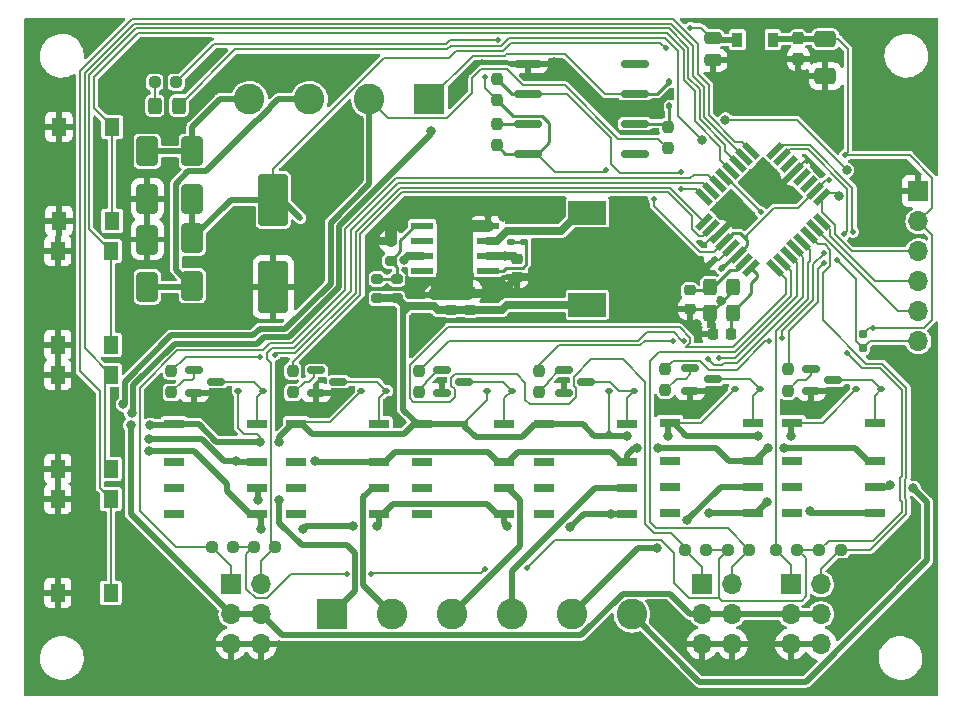
<source format=gbr>
%TF.GenerationSoftware,KiCad,Pcbnew,7.0.7*%
%TF.CreationDate,2023-12-19T09:30:13+01:00*%
%TF.ProjectId,OS-servoDriver_relay,4f532d73-6572-4766-9f44-72697665725f,rev?*%
%TF.SameCoordinates,Original*%
%TF.FileFunction,Copper,L1,Top*%
%TF.FilePolarity,Positive*%
%FSLAX46Y46*%
G04 Gerber Fmt 4.6, Leading zero omitted, Abs format (unit mm)*
G04 Created by KiCad (PCBNEW 7.0.7) date 2023-12-19 09:30:13*
%MOMM*%
%LPD*%
G01*
G04 APERTURE LIST*
G04 Aperture macros list*
%AMRoundRect*
0 Rectangle with rounded corners*
0 $1 Rounding radius*
0 $2 $3 $4 $5 $6 $7 $8 $9 X,Y pos of 4 corners*
0 Add a 4 corners polygon primitive as box body*
4,1,4,$2,$3,$4,$5,$6,$7,$8,$9,$2,$3,0*
0 Add four circle primitives for the rounded corners*
1,1,$1+$1,$2,$3*
1,1,$1+$1,$4,$5*
1,1,$1+$1,$6,$7*
1,1,$1+$1,$8,$9*
0 Add four rect primitives between the rounded corners*
20,1,$1+$1,$2,$3,$4,$5,0*
20,1,$1+$1,$4,$5,$6,$7,0*
20,1,$1+$1,$6,$7,$8,$9,0*
20,1,$1+$1,$8,$9,$2,$3,0*%
%AMRotRect*
0 Rectangle, with rotation*
0 The origin of the aperture is its center*
0 $1 length*
0 $2 width*
0 $3 Rotation angle, in degrees counterclockwise*
0 Add horizontal line*
21,1,$1,$2,0,0,$3*%
%AMFreePoly0*
4,1,9,3.862500,-0.866500,0.737500,-0.866500,0.737500,-0.450000,-0.737500,-0.450000,-0.737500,0.450000,0.737500,0.450000,0.737500,0.866500,3.862500,0.866500,3.862500,-0.866500,3.862500,-0.866500,$1*%
G04 Aperture macros list end*
%TA.AperFunction,SMDPad,CuDef*%
%ADD10RoundRect,0.250000X-1.000000X1.950000X-1.000000X-1.950000X1.000000X-1.950000X1.000000X1.950000X0*%
%TD*%
%TA.AperFunction,SMDPad,CuDef*%
%ADD11RoundRect,0.237500X0.237500X-0.250000X0.237500X0.250000X-0.237500X0.250000X-0.237500X-0.250000X0*%
%TD*%
%TA.AperFunction,SMDPad,CuDef*%
%ADD12RoundRect,0.112500X-0.187500X-0.112500X0.187500X-0.112500X0.187500X0.112500X-0.187500X0.112500X0*%
%TD*%
%TA.AperFunction,SMDPad,CuDef*%
%ADD13RoundRect,0.225000X-0.250000X0.225000X-0.250000X-0.225000X0.250000X-0.225000X0.250000X0.225000X0*%
%TD*%
%TA.AperFunction,SMDPad,CuDef*%
%ADD14RoundRect,0.140000X0.170000X-0.140000X0.170000X0.140000X-0.170000X0.140000X-0.170000X-0.140000X0*%
%TD*%
%TA.AperFunction,SMDPad,CuDef*%
%ADD15RoundRect,0.250000X0.650000X-1.000000X0.650000X1.000000X-0.650000X1.000000X-0.650000X-1.000000X0*%
%TD*%
%TA.AperFunction,SMDPad,CuDef*%
%ADD16RoundRect,0.112500X0.112500X-0.187500X0.112500X0.187500X-0.112500X0.187500X-0.112500X-0.187500X0*%
%TD*%
%TA.AperFunction,SMDPad,CuDef*%
%ADD17RoundRect,0.225000X0.250000X-0.225000X0.250000X0.225000X-0.250000X0.225000X-0.250000X-0.225000X0*%
%TD*%
%TA.AperFunction,SMDPad,CuDef*%
%ADD18R,1.800000X0.800000*%
%TD*%
%TA.AperFunction,SMDPad,CuDef*%
%ADD19RoundRect,0.250000X-0.650000X1.000000X-0.650000X-1.000000X0.650000X-1.000000X0.650000X1.000000X0*%
%TD*%
%TA.AperFunction,SMDPad,CuDef*%
%ADD20RoundRect,0.160000X0.160000X-0.197500X0.160000X0.197500X-0.160000X0.197500X-0.160000X-0.197500X0*%
%TD*%
%TA.AperFunction,SMDPad,CuDef*%
%ADD21RoundRect,0.250000X-0.475000X0.250000X-0.475000X-0.250000X0.475000X-0.250000X0.475000X0.250000X0*%
%TD*%
%TA.AperFunction,SMDPad,CuDef*%
%ADD22RoundRect,0.237500X0.250000X0.237500X-0.250000X0.237500X-0.250000X-0.237500X0.250000X-0.237500X0*%
%TD*%
%TA.AperFunction,SMDPad,CuDef*%
%ADD23R,1.300000X1.550000*%
%TD*%
%TA.AperFunction,SMDPad,CuDef*%
%ADD24R,1.910000X0.610000*%
%TD*%
%TA.AperFunction,SMDPad,CuDef*%
%ADD25R,1.205000X1.550000*%
%TD*%
%TA.AperFunction,SMDPad,CuDef*%
%ADD26RoundRect,0.150000X-0.587500X-0.150000X0.587500X-0.150000X0.587500X0.150000X-0.587500X0.150000X0*%
%TD*%
%TA.AperFunction,SMDPad,CuDef*%
%ADD27RoundRect,0.200000X0.275000X-0.200000X0.275000X0.200000X-0.275000X0.200000X-0.275000X-0.200000X0*%
%TD*%
%TA.AperFunction,ComponentPad*%
%ADD28R,1.700000X1.700000*%
%TD*%
%TA.AperFunction,ComponentPad*%
%ADD29O,1.700000X1.700000*%
%TD*%
%TA.AperFunction,SMDPad,CuDef*%
%ADD30RoundRect,0.250000X-0.650000X0.412500X-0.650000X-0.412500X0.650000X-0.412500X0.650000X0.412500X0*%
%TD*%
%TA.AperFunction,SMDPad,CuDef*%
%ADD31R,3.200000X2.000000*%
%TD*%
%TA.AperFunction,SMDPad,CuDef*%
%ADD32RoundRect,0.162500X1.012500X0.162500X-1.012500X0.162500X-1.012500X-0.162500X1.012500X-0.162500X0*%
%TD*%
%TA.AperFunction,SMDPad,CuDef*%
%ADD33RoundRect,0.237500X-0.237500X0.300000X-0.237500X-0.300000X0.237500X-0.300000X0.237500X0.300000X0*%
%TD*%
%TA.AperFunction,SMDPad,CuDef*%
%ADD34RoundRect,0.300000X-0.300000X0.400000X-0.300000X-0.400000X0.300000X-0.400000X0.300000X0.400000X0*%
%TD*%
%TA.AperFunction,SMDPad,CuDef*%
%ADD35R,0.900000X1.300000*%
%TD*%
%TA.AperFunction,SMDPad,CuDef*%
%ADD36FreePoly0,270.000000*%
%TD*%
%TA.AperFunction,SMDPad,CuDef*%
%ADD37RotRect,1.600000X0.550000X45.000000*%
%TD*%
%TA.AperFunction,SMDPad,CuDef*%
%ADD38RotRect,1.600000X0.550000X135.000000*%
%TD*%
%TA.AperFunction,SMDPad,CuDef*%
%ADD39RoundRect,0.225000X-0.225000X-0.250000X0.225000X-0.250000X0.225000X0.250000X-0.225000X0.250000X0*%
%TD*%
%TA.AperFunction,ComponentPad*%
%ADD40R,2.600000X2.600000*%
%TD*%
%TA.AperFunction,ComponentPad*%
%ADD41C,2.600000*%
%TD*%
%TA.AperFunction,SMDPad,CuDef*%
%ADD42RoundRect,0.200000X-0.275000X0.200000X-0.275000X-0.200000X0.275000X-0.200000X0.275000X0.200000X0*%
%TD*%
%TA.AperFunction,SMDPad,CuDef*%
%ADD43RoundRect,0.237500X-0.250000X-0.237500X0.250000X-0.237500X0.250000X0.237500X-0.250000X0.237500X0*%
%TD*%
%TA.AperFunction,SMDPad,CuDef*%
%ADD44RoundRect,0.250000X0.325000X0.450000X-0.325000X0.450000X-0.325000X-0.450000X0.325000X-0.450000X0*%
%TD*%
%TA.AperFunction,SMDPad,CuDef*%
%ADD45RoundRect,0.140000X0.219203X0.021213X0.021213X0.219203X-0.219203X-0.021213X-0.021213X-0.219203X0*%
%TD*%
%TA.AperFunction,ViaPad*%
%ADD46C,0.500000*%
%TD*%
%TA.AperFunction,ViaPad*%
%ADD47C,0.800000*%
%TD*%
%TA.AperFunction,Conductor*%
%ADD48C,0.500000*%
%TD*%
%TA.AperFunction,Conductor*%
%ADD49C,0.200000*%
%TD*%
%TA.AperFunction,Conductor*%
%ADD50C,0.700000*%
%TD*%
%TA.AperFunction,Conductor*%
%ADD51C,1.000000*%
%TD*%
%TA.AperFunction,Conductor*%
%ADD52C,0.250000*%
%TD*%
G04 APERTURE END LIST*
D10*
%TO.P,C1101,1*%
%TO.N,VCC*%
X192405000Y-118203000D03*
%TO.P,C1101,2*%
%TO.N,GND*%
X192405000Y-125603000D03*
%TD*%
D11*
%TO.P,R703,1*%
%TO.N,Net-(Q701-B)*%
X183769000Y-134516500D03*
%TO.P,R703,2*%
%TO.N,/atmega/bus1.relay1*%
X183769000Y-132691500D03*
%TD*%
D12*
%TO.P,D801,1,K*%
%TO.N,+5VA*%
X210532000Y-134366000D03*
%TO.P,D801,2,A*%
%TO.N,Net-(D801-A)*%
X212632000Y-134366000D03*
%TD*%
D13*
%TO.P,C901,1*%
%TO.N,VCC*%
X213025500Y-123177000D03*
%TO.P,C901,2*%
%TO.N,GND*%
X213025500Y-124727000D03*
%TD*%
D14*
%TO.P,C906,1*%
%TO.N,+5VA*%
X206040500Y-127224000D03*
%TO.P,C906,2*%
%TO.N,GND*%
X206040500Y-126264000D03*
%TD*%
D15*
%TO.P,D1101,1,K*%
%TO.N,VCC*%
X185547000Y-118108000D03*
%TO.P,D1101,2,A*%
%TO.N,/D_bridge/AC_1*%
X185547000Y-114108000D03*
%TD*%
D16*
%TO.P,D1001,1,K*%
%TO.N,Net-(D1001-K)*%
X225937000Y-110293000D03*
%TO.P,D1001,2,A*%
%TO.N,/DCC/DCC_B*%
X225937000Y-108193000D03*
%TD*%
D17*
%TO.P,C201,1*%
%TO.N,GND*%
X227641990Y-127429583D03*
%TO.P,C201,2*%
%TO.N,/atmega/X1*%
X227641990Y-125879583D03*
%TD*%
D18*
%TO.P,K802,1*%
%TO.N,+5VA*%
X215323646Y-137200000D03*
%TO.P,K802,2*%
%TO.N,unconnected-(K802-Pad2)*%
X215323646Y-140400000D03*
%TO.P,K802,3*%
%TO.N,unconnected-(K802-Pad3)*%
X215323646Y-142600000D03*
%TO.P,K802,4*%
%TO.N,unconnected-(K802-Pad4)*%
X215323646Y-144800000D03*
%TO.P,K802,5*%
%TO.N,/DCC/DCC_A*%
X222323646Y-144800000D03*
%TO.P,K802,6*%
%TO.N,/servo3-4/FROG2*%
X222323646Y-142600000D03*
%TO.P,K802,7*%
%TO.N,/DCC/DCC_B*%
X222323646Y-140400000D03*
%TO.P,K802,8*%
%TO.N,Net-(D802-A)*%
X222323646Y-137200000D03*
%TD*%
%TO.P,K701,1*%
%TO.N,+5VA*%
X184000000Y-137200000D03*
%TO.P,K701,2*%
%TO.N,unconnected-(K701-Pad2)*%
X184000000Y-140400000D03*
%TO.P,K701,3*%
%TO.N,unconnected-(K701-Pad3)*%
X184000000Y-142600000D03*
%TO.P,K701,4*%
%TO.N,unconnected-(K701-Pad4)*%
X184000000Y-144800000D03*
%TO.P,K701,5*%
%TO.N,/DCC/DCC_A*%
X191000000Y-144800000D03*
%TO.P,K701,6*%
%TO.N,/servo1-2/FROG1*%
X191000000Y-142600000D03*
%TO.P,K701,7*%
%TO.N,/DCC/DCC_B*%
X191000000Y-140400000D03*
%TO.P,K701,8*%
%TO.N,Net-(D701-A)*%
X191000000Y-137200000D03*
%TD*%
D19*
%TO.P,D1103,1,K*%
%TO.N,VCC*%
X185527000Y-121474000D03*
%TO.P,D1103,2,A*%
%TO.N,/D_bridge/AC_2*%
X185527000Y-125474000D03*
%TD*%
D14*
%TO.P,C902,1*%
%TO.N,Net-(U901-BS)*%
X212517500Y-121793000D03*
%TO.P,C902,2*%
%TO.N,Net-(U901-SW)*%
X212517500Y-120833000D03*
%TD*%
D20*
%TO.P,R202,1*%
%TO.N,/atmega/reset*%
X242316000Y-130772500D03*
%TO.P,R202,2*%
%TO.N,+5V*%
X242316000Y-129577500D03*
%TD*%
D21*
%TO.P,C301,1*%
%TO.N,VCC*%
X229616000Y-104486500D03*
%TO.P,C301,2*%
%TO.N,GND*%
X229616000Y-106386500D03*
%TD*%
D11*
%TO.P,R803,1*%
%TO.N,Net-(Q801-B)*%
X204724000Y-134516500D03*
%TO.P,R803,2*%
%TO.N,/atmega/bus2.relay1*%
X204724000Y-132691500D03*
%TD*%
D22*
%TO.P,R201,1*%
%TO.N,+5V*%
X184181000Y-108245000D03*
%TO.P,R201,2*%
%TO.N,Net-(D201-A)*%
X182356000Y-108245000D03*
%TD*%
D23*
%TO.P,SW604,1,1*%
%TO.N,GND*%
X174250000Y-119975000D03*
X174250000Y-112025000D03*
%TO.P,SW604,2,2*%
%TO.N,/atmega/sw4*%
X178750000Y-119975000D03*
X178750000Y-112025000D03*
%TD*%
D24*
%TO.P,U901,1,BS*%
%TO.N,Net-(U901-BS)*%
X210566000Y-124206000D03*
%TO.P,U901,2,Vin*%
%TO.N,VCC*%
X210566000Y-122936000D03*
%TO.P,U901,3,SW*%
%TO.N,Net-(U901-SW)*%
X210566000Y-121666000D03*
%TO.P,U901,4,GND*%
%TO.N,GND*%
X210566000Y-120396000D03*
%TO.P,U901,5,FB*%
%TO.N,Net-(U901-FB)*%
X205006000Y-120396000D03*
%TO.P,U901,6,NC*%
%TO.N,unconnected-(U901-NC-Pad6)*%
X205006000Y-121666000D03*
%TO.P,U901,7,EN*%
%TO.N,VCC*%
X205006000Y-122936000D03*
%TO.P,U901,8,NC*%
%TO.N,unconnected-(U901-NC-Pad8)*%
X205006000Y-124206000D03*
D25*
%TO.P,U901,9,GND*%
%TO.N,GND*%
X208388500Y-123076000D03*
X208388500Y-121526000D03*
X207183500Y-123076000D03*
X207183500Y-121526000D03*
%TD*%
D18*
%TO.P,K901,1*%
%TO.N,+5VA*%
X225973646Y-137099000D03*
%TO.P,K901,2*%
%TO.N,unconnected-(K901-Pad2)*%
X225973646Y-140299000D03*
%TO.P,K901,3*%
%TO.N,unconnected-(K901-Pad3)*%
X225973646Y-142499000D03*
%TO.P,K901,4*%
%TO.N,unconnected-(K901-Pad4)*%
X225973646Y-144699000D03*
%TO.P,K901,5*%
%TO.N,/DCC/DCC_A*%
X232973646Y-144699000D03*
%TO.P,K901,6*%
%TO.N,/servo5-6/FROG1*%
X232973646Y-142499000D03*
%TO.P,K901,7*%
%TO.N,/DCC/DCC_B*%
X232973646Y-140299000D03*
%TO.P,K901,8*%
%TO.N,Net-(D901-A)*%
X232973646Y-137099000D03*
%TD*%
D23*
%TO.P,SW601,1,1*%
%TO.N,GND*%
X174153000Y-151475000D03*
X174153000Y-143525000D03*
%TO.P,SW601,2,2*%
%TO.N,/atmega/sw1*%
X178653000Y-151475000D03*
X178653000Y-143525000D03*
%TD*%
D26*
%TO.P,Q802,1,B*%
%TO.N,Net-(Q802-B)*%
X216994500Y-132654000D03*
%TO.P,Q802,2,E*%
%TO.N,GND*%
X216994500Y-134554000D03*
%TO.P,Q802,3,C*%
%TO.N,Net-(D802-A)*%
X218869500Y-133604000D03*
%TD*%
D27*
%TO.P,R901,1*%
%TO.N,+5VA*%
X201214500Y-126555000D03*
%TO.P,R901,2*%
%TO.N,Net-(U901-FB)*%
X201214500Y-124905000D03*
%TD*%
D17*
%TO.P,C905,1*%
%TO.N,+5VA*%
X209088500Y-127521000D03*
%TO.P,C905,2*%
%TO.N,GND*%
X209088500Y-125971000D03*
%TD*%
D22*
%TO.P,R905,1*%
%TO.N,/atmega/bus3.pin2*%
X240458000Y-147828000D03*
%TO.P,R905,2*%
%TO.N,+5V*%
X238633000Y-147828000D03*
%TD*%
D11*
%TO.P,R704,1*%
%TO.N,Net-(Q702-B)*%
X194056000Y-134516500D03*
%TO.P,R704,2*%
%TO.N,/atmega/bus1.relay2*%
X194056000Y-132691500D03*
%TD*%
D28*
%TO.P,J901,1,Pin_1*%
%TO.N,/atmega/bus3.pin1*%
X236220000Y-150749000D03*
D29*
%TO.P,J901,2,Pin_2*%
%TO.N,/atmega/bus3.pin2*%
X238760000Y-150749000D03*
%TO.P,J901,3,Pin_3*%
%TO.N,+5VA*%
X236220000Y-153289000D03*
%TO.P,J901,4,Pin_4*%
X238760000Y-153289000D03*
%TO.P,J901,5,Pin_5*%
%TO.N,GND*%
X236220000Y-155829000D03*
%TO.P,J901,6,Pin_6*%
X238760000Y-155829000D03*
%TD*%
D11*
%TO.P,R907,1*%
%TO.N,Net-(Q902-B)*%
X235966000Y-134389500D03*
%TO.P,R907,2*%
%TO.N,/atmega/bus3.relay2*%
X235966000Y-132564500D03*
%TD*%
D30*
%TO.P,C303,1*%
%TO.N,+5V*%
X239141000Y-104609500D03*
%TO.P,C303,2*%
%TO.N,GND*%
X239141000Y-107734500D03*
%TD*%
D28*
%TO.P,J701,1,Pin_1*%
%TO.N,/atmega/bus1.pin1*%
X188849000Y-150749000D03*
D29*
%TO.P,J701,2,Pin_2*%
%TO.N,/atmega/bus1.pin2*%
X191389000Y-150749000D03*
%TO.P,J701,3,Pin_3*%
%TO.N,+5VA*%
X188849000Y-153289000D03*
%TO.P,J701,4,Pin_4*%
X191389000Y-153289000D03*
%TO.P,J701,5,Pin_5*%
%TO.N,GND*%
X188849000Y-155829000D03*
%TO.P,J701,6,Pin_6*%
X191389000Y-155829000D03*
%TD*%
D31*
%TO.P,L901,1,1*%
%TO.N,Net-(U901-SW)*%
X218994500Y-119290000D03*
%TO.P,L901,2,2*%
%TO.N,+5VA*%
X218994500Y-127090000D03*
%TD*%
D26*
%TO.P,Q901,1,B*%
%TO.N,Net-(Q901-B)*%
X227711000Y-132466000D03*
%TO.P,Q901,2,E*%
%TO.N,GND*%
X227711000Y-134366000D03*
%TO.P,Q901,3,C*%
%TO.N,Net-(D901-A)*%
X229586000Y-133416000D03*
%TD*%
D12*
%TO.P,D701,1,K*%
%TO.N,+5VA*%
X189450000Y-134366000D03*
%TO.P,D701,2,A*%
%TO.N,Net-(D701-A)*%
X191550000Y-134366000D03*
%TD*%
D32*
%TO.P,U1001,1,NC*%
%TO.N,unconnected-(U1001-NC-Pad1)*%
X223012000Y-114300000D03*
%TO.P,U1001,2,A*%
%TO.N,Net-(D1001-K)*%
X223012000Y-111760000D03*
%TO.P,U1001,3,C*%
%TO.N,/DCC/DCC_B*%
X223012000Y-109220000D03*
%TO.P,U1001,4*%
%TO.N,N/C*%
X223012000Y-106680000D03*
%TO.P,U1001,5,GND*%
%TO.N,GND*%
X213962000Y-106680000D03*
%TO.P,U1001,6,VO*%
%TO.N,/DCC/DCC_TTL*%
X213962000Y-109220000D03*
%TO.P,U1001,7,EN*%
%TO.N,Net-(U1001-EN)*%
X213962000Y-111760000D03*
%TO.P,U1001,8,VCC*%
%TO.N,+5V*%
X213962000Y-114300000D03*
%TD*%
D27*
%TO.P,R902,1*%
%TO.N,Net-(U901-FB)*%
X202357500Y-123380000D03*
%TO.P,R902,2*%
%TO.N,GND*%
X202357500Y-121730000D03*
%TD*%
D28*
%TO.P,J201,1,Pin_1*%
%TO.N,GND*%
X247015000Y-117475000D03*
D29*
%TO.P,J201,2,Pin_2*%
%TO.N,+5V*%
X247015000Y-120015000D03*
%TO.P,J201,3,Pin_3*%
%TO.N,/atmega/LED*%
X247015000Y-122555000D03*
%TO.P,J201,4,Pin_4*%
%TO.N,/atmega/MISO*%
X247015000Y-125095000D03*
%TO.P,J201,5,Pin_5*%
%TO.N,/atmega/MOSI*%
X247015000Y-127635000D03*
%TO.P,J201,6,Pin_6*%
%TO.N,/atmega/reset*%
X247015000Y-130175000D03*
%TD*%
D33*
%TO.P,C302,1*%
%TO.N,+5V*%
X236855000Y-104547500D03*
%TO.P,C302,2*%
%TO.N,GND*%
X236855000Y-106272500D03*
%TD*%
D22*
%TO.P,R802,1*%
%TO.N,/atmega/bus2.pin2*%
X232711000Y-147828000D03*
%TO.P,R802,2*%
%TO.N,+5V*%
X230886000Y-147828000D03*
%TD*%
D12*
%TO.P,D702,1,K*%
%TO.N,+5VA*%
X199864000Y-134366000D03*
%TO.P,D702,2,A*%
%TO.N,Net-(D702-A)*%
X201964000Y-134366000D03*
%TD*%
D11*
%TO.P,R1001,1*%
%TO.N,/DCC/DCC_A*%
X225810000Y-113838500D03*
%TO.P,R1001,2*%
%TO.N,Net-(D1001-K)*%
X225810000Y-112013500D03*
%TD*%
D18*
%TO.P,K702,1*%
%TO.N,+5VA*%
X194350000Y-137200000D03*
%TO.P,K702,2*%
%TO.N,unconnected-(K702-Pad2)*%
X194350000Y-140400000D03*
%TO.P,K702,3*%
%TO.N,unconnected-(K702-Pad3)*%
X194350000Y-142600000D03*
%TO.P,K702,4*%
%TO.N,unconnected-(K702-Pad4)*%
X194350000Y-144800000D03*
%TO.P,K702,5*%
%TO.N,/DCC/DCC_A*%
X201350000Y-144800000D03*
%TO.P,K702,6*%
%TO.N,/servo1-2/FROG2*%
X201350000Y-142600000D03*
%TO.P,K702,7*%
%TO.N,/DCC/DCC_B*%
X201350000Y-140400000D03*
%TO.P,K702,8*%
%TO.N,Net-(D702-A)*%
X201350000Y-137200000D03*
%TD*%
D22*
%TO.P,R702,1*%
%TO.N,/atmega/bus1.pin2*%
X192579000Y-147574000D03*
%TO.P,R702,2*%
%TO.N,+5V*%
X190754000Y-147574000D03*
%TD*%
D11*
%TO.P,R906,1*%
%TO.N,Net-(Q901-B)*%
X225600500Y-134328500D03*
%TO.P,R906,2*%
%TO.N,/atmega/bus3.relay1*%
X225600500Y-132503500D03*
%TD*%
D34*
%TO.P,Y201,1,1*%
%TO.N,/atmega/X1*%
X229392990Y-125597583D03*
%TO.P,Y201,2,GND*%
%TO.N,GND*%
X229392990Y-127797583D03*
%TO.P,Y201,3,3*%
%TO.N,/atmega/X2*%
X231292990Y-127797583D03*
%TO.P,Y201,4,GND*%
%TO.N,GND*%
X231292990Y-125597583D03*
%TD*%
D18*
%TO.P,K902,1*%
%TO.N,+5VA*%
X236323646Y-137099000D03*
%TO.P,K902,2*%
%TO.N,unconnected-(K902-Pad2)*%
X236323646Y-140299000D03*
%TO.P,K902,3*%
%TO.N,unconnected-(K902-Pad3)*%
X236323646Y-142499000D03*
%TO.P,K902,4*%
%TO.N,unconnected-(K902-Pad4)*%
X236323646Y-144699000D03*
%TO.P,K902,5*%
%TO.N,/DCC/DCC_A*%
X243323646Y-144699000D03*
%TO.P,K902,6*%
%TO.N,/servo5-6/FROG2*%
X243323646Y-142499000D03*
%TO.P,K902,7*%
%TO.N,/DCC/DCC_B*%
X243323646Y-140299000D03*
%TO.P,K902,8*%
%TO.N,Net-(D902-A)*%
X243323646Y-137099000D03*
%TD*%
D26*
%TO.P,Q702,1,B*%
%TO.N,Net-(Q702-B)*%
X196039500Y-132654000D03*
%TO.P,Q702,2,E*%
%TO.N,GND*%
X196039500Y-134554000D03*
%TO.P,Q702,3,C*%
%TO.N,Net-(D702-A)*%
X197914500Y-133604000D03*
%TD*%
D23*
%TO.P,SW602,1,1*%
%TO.N,GND*%
X174153000Y-140975000D03*
X174153000Y-133025000D03*
%TO.P,SW602,2,2*%
%TO.N,/atmega/sw2*%
X178653000Y-140975000D03*
X178653000Y-133025000D03*
%TD*%
D14*
%TO.P,C903,1*%
%TO.N,Net-(U901-BS)*%
X213660500Y-121793000D03*
%TO.P,C903,2*%
%TO.N,Net-(U901-SW)*%
X213660500Y-120833000D03*
%TD*%
D12*
%TO.P,D802,1,K*%
%TO.N,+5VA*%
X220819000Y-134366000D03*
%TO.P,D802,2,A*%
%TO.N,Net-(D802-A)*%
X222919000Y-134366000D03*
%TD*%
D35*
%TO.P,U301,1,OUT*%
%TO.N,+5V*%
X234696000Y-104648000D03*
D36*
%TO.P,U301,2,GND*%
%TO.N,GND*%
X233196000Y-104735500D03*
D35*
%TO.P,U301,3,IN*%
%TO.N,VCC*%
X231696000Y-104648000D03*
%TD*%
D19*
%TO.P,D1102,1,K*%
%TO.N,/D_bridge/AC_1*%
X181737000Y-114110000D03*
%TO.P,D1102,2,A*%
%TO.N,GND*%
X181737000Y-118110000D03*
%TD*%
D37*
%TO.P,U202,1,PD3*%
%TO.N,/atmega/bus1.relay1*%
X228888887Y-120049888D03*
%TO.P,U202,2,PD4*%
%TO.N,/atmega/bus1.relay2*%
X229454573Y-120615573D03*
%TO.P,U202,3,GND*%
%TO.N,GND*%
X230020258Y-121181259D03*
%TO.P,U202,4,VCC*%
%TO.N,+5V*%
X230585943Y-121746944D03*
%TO.P,U202,5,GND*%
%TO.N,GND*%
X231151629Y-122312630D03*
%TO.P,U202,6,VCC*%
%TO.N,+5V*%
X231717314Y-122878315D03*
%TO.P,U202,7,XTAL1/PB6*%
%TO.N,/atmega/X1*%
X232283000Y-123444000D03*
%TO.P,U202,8,XTAL2/PB7*%
%TO.N,/atmega/X2*%
X232848685Y-124009686D03*
D38*
%TO.P,U202,9,PD5*%
%TO.N,/atmega/bus2.pin1*%
X234899295Y-124009686D03*
%TO.P,U202,10,PD6*%
%TO.N,/atmega/bus2.pin2*%
X235464980Y-123444000D03*
%TO.P,U202,11,PD7*%
%TO.N,/atmega/bus2.relay1*%
X236030666Y-122878315D03*
%TO.P,U202,12,PB0*%
%TO.N,/atmega/bus2.relay2*%
X236596351Y-122312630D03*
%TO.P,U202,13,PB1*%
%TO.N,/atmega/bus3.pin1*%
X237162037Y-121746944D03*
%TO.P,U202,14,PB2*%
%TO.N,/atmega/bus3.pin2*%
X237727722Y-121181259D03*
%TO.P,U202,15,PB3*%
%TO.N,/atmega/MOSI*%
X238293407Y-120615573D03*
%TO.P,U202,16,PB4*%
%TO.N,/atmega/MISO*%
X238859093Y-120049888D03*
D37*
%TO.P,U202,17,PB5*%
%TO.N,/atmega/LED*%
X238859093Y-117999278D03*
%TO.P,U202,18,AVCC*%
%TO.N,+5V*%
X238293407Y-117433593D03*
%TO.P,U202,19,ADC6*%
%TO.N,unconnected-(U202-ADC6-Pad19)*%
X237727722Y-116867907D03*
%TO.P,U202,20,AREF*%
%TO.N,unconnected-(U202-AREF-Pad20)*%
X237162037Y-116302222D03*
%TO.P,U202,21,GND*%
%TO.N,GND*%
X236596351Y-115736536D03*
%TO.P,U202,22,ADC7*%
%TO.N,unconnected-(U202-ADC7-Pad22)*%
X236030666Y-115170851D03*
%TO.P,U202,23,PC0*%
%TO.N,/atmega/bus3.relay1*%
X235464980Y-114605166D03*
%TO.P,U202,24,PC1*%
%TO.N,/atmega/bus3.relay2*%
X234899295Y-114039480D03*
D38*
%TO.P,U202,25,PC2*%
%TO.N,/atmega/sw1*%
X232848685Y-114039480D03*
%TO.P,U202,26,PC3*%
%TO.N,/atmega/sw2*%
X232283000Y-114605166D03*
%TO.P,U202,27,PC4*%
%TO.N,/atmega/sw3*%
X231717314Y-115170851D03*
%TO.P,U202,28,PC5*%
%TO.N,/atmega/sw4*%
X231151629Y-115736536D03*
%TO.P,U202,29,~{RESET}/PC6*%
%TO.N,/atmega/reset*%
X230585943Y-116302222D03*
%TO.P,U202,30,PD0*%
%TO.N,/atmega/bus1.pin1*%
X230020258Y-116867907D03*
%TO.P,U202,31,PD1*%
%TO.N,/atmega/bus1.pin2*%
X229454573Y-117433593D03*
%TO.P,U202,32,PD2*%
%TO.N,/DCC/DCC_TTL*%
X228888887Y-117999278D03*
%TD*%
D26*
%TO.P,Q701,1,B*%
%TO.N,Net-(Q701-B)*%
X185704000Y-132654000D03*
%TO.P,Q701,2,E*%
%TO.N,GND*%
X185704000Y-134554000D03*
%TO.P,Q701,3,C*%
%TO.N,Net-(D701-A)*%
X187579000Y-133604000D03*
%TD*%
D39*
%TO.P,C203,1*%
%TO.N,GND*%
X229628990Y-129575583D03*
%TO.P,C203,2*%
%TO.N,/atmega/X2*%
X231178990Y-129575583D03*
%TD*%
D28*
%TO.P,J801,1,Pin_1*%
%TO.N,/atmega/bus2.pin1*%
X228727000Y-150749000D03*
D29*
%TO.P,J801,2,Pin_2*%
%TO.N,/atmega/bus2.pin2*%
X231267000Y-150749000D03*
%TO.P,J801,3,Pin_3*%
%TO.N,+5VA*%
X228727000Y-153289000D03*
%TO.P,J801,4,Pin_4*%
X231267000Y-153289000D03*
%TO.P,J801,5,Pin_5*%
%TO.N,GND*%
X228727000Y-155829000D03*
%TO.P,J801,6,Pin_6*%
X231267000Y-155829000D03*
%TD*%
D15*
%TO.P,D1104,1,K*%
%TO.N,/D_bridge/AC_2*%
X181737000Y-125569000D03*
%TO.P,D1104,2,A*%
%TO.N,GND*%
X181737000Y-121569000D03*
%TD*%
D40*
%TO.P,J101,1,Pin_1*%
%TO.N,/DCC/DCC_B*%
X205620000Y-109695000D03*
D41*
%TO.P,J101,2,Pin_2*%
%TO.N,/DCC/DCC_A*%
X200540000Y-109695000D03*
%TO.P,J101,3,Pin_3*%
%TO.N,/D_bridge/AC_2*%
X195460000Y-109695000D03*
%TO.P,J101,4,Pin_4*%
%TO.N,/D_bridge/AC_1*%
X190380000Y-109695000D03*
%TD*%
D42*
%TO.P,R903,1*%
%TO.N,Net-(U901-FB)*%
X202865500Y-124905000D03*
%TO.P,R903,2*%
%TO.N,+5VA*%
X202865500Y-126555000D03*
%TD*%
D26*
%TO.P,Q902,1,B*%
%TO.N,Net-(Q902-B)*%
X237949500Y-132527000D03*
%TO.P,Q902,2,E*%
%TO.N,GND*%
X237949500Y-134427000D03*
%TO.P,Q902,3,C*%
%TO.N,Net-(D902-A)*%
X239824500Y-133477000D03*
%TD*%
D43*
%TO.P,R904,1*%
%TO.N,/atmega/bus3.pin1*%
X234950000Y-147828000D03*
%TO.P,R904,2*%
%TO.N,+5V*%
X236775000Y-147828000D03*
%TD*%
D44*
%TO.P,D201,1,K*%
%TO.N,/atmega/LED*%
X184404000Y-110236000D03*
%TO.P,D201,2,A*%
%TO.N,Net-(D201-A)*%
X182354000Y-110236000D03*
%TD*%
D43*
%TO.P,R701,1*%
%TO.N,/atmega/bus1.pin1*%
X187174500Y-147574000D03*
%TO.P,R701,2*%
%TO.N,+5V*%
X188999500Y-147574000D03*
%TD*%
D11*
%TO.P,R1003,1*%
%TO.N,+5V*%
X211332000Y-109774500D03*
%TO.P,R1003,2*%
%TO.N,/DCC/DCC_TTL*%
X211332000Y-107949500D03*
%TD*%
D40*
%TO.P,J102,1,Pin_1*%
%TO.N,/servo1-2/FROG1*%
X197358000Y-153289000D03*
D41*
%TO.P,J102,2,Pin_2*%
%TO.N,/servo1-2/FROG2*%
X202438000Y-153289000D03*
%TO.P,J102,3,Pin_3*%
%TO.N,/servo3-4/FROG1*%
X207518000Y-153289000D03*
%TO.P,J102,4,Pin_4*%
%TO.N,/servo3-4/FROG2*%
X212598000Y-153289000D03*
%TO.P,J102,5,Pin_5*%
%TO.N,/servo5-6/FROG1*%
X217678000Y-153289000D03*
%TO.P,J102,6,Pin_6*%
%TO.N,/servo5-6/FROG2*%
X222758000Y-153289000D03*
%TD*%
D11*
%TO.P,R1002,1*%
%TO.N,+5V*%
X211332000Y-113584500D03*
%TO.P,R1002,2*%
%TO.N,Net-(U1001-EN)*%
X211332000Y-111759500D03*
%TD*%
%TO.P,R804,1*%
%TO.N,Net-(Q802-B)*%
X214884000Y-134516500D03*
%TO.P,R804,2*%
%TO.N,/atmega/bus2.relay2*%
X214884000Y-132691500D03*
%TD*%
D45*
%TO.P,C202,1*%
%TO.N,+5V*%
X230403990Y-123987583D03*
%TO.P,C202,2*%
%TO.N,GND*%
X229725168Y-123308761D03*
%TD*%
D12*
%TO.P,D901,1,K*%
%TO.N,+5VA*%
X231487000Y-134239000D03*
%TO.P,D901,2,A*%
%TO.N,Net-(D901-A)*%
X233587000Y-134239000D03*
%TD*%
D43*
%TO.P,R801,1*%
%TO.N,/atmega/bus2.pin1*%
X227226500Y-147828000D03*
%TO.P,R801,2*%
%TO.N,+5V*%
X229051500Y-147828000D03*
%TD*%
D17*
%TO.P,C904,1*%
%TO.N,+5VA*%
X207422500Y-127521000D03*
%TO.P,C904,2*%
%TO.N,GND*%
X207422500Y-125971000D03*
%TD*%
D26*
%TO.P,Q801,1,B*%
%TO.N,Net-(Q801-B)*%
X206707500Y-132654000D03*
%TO.P,Q801,2,E*%
%TO.N,GND*%
X206707500Y-134554000D03*
%TO.P,Q801,3,C*%
%TO.N,Net-(D801-A)*%
X208582500Y-133604000D03*
%TD*%
D18*
%TO.P,K801,1*%
%TO.N,+5VA*%
X204973646Y-137200000D03*
%TO.P,K801,2*%
%TO.N,unconnected-(K801-Pad2)*%
X204973646Y-140400000D03*
%TO.P,K801,3*%
%TO.N,unconnected-(K801-Pad3)*%
X204973646Y-142600000D03*
%TO.P,K801,4*%
%TO.N,unconnected-(K801-Pad4)*%
X204973646Y-144800000D03*
%TO.P,K801,5*%
%TO.N,/DCC/DCC_A*%
X211973646Y-144800000D03*
%TO.P,K801,6*%
%TO.N,/servo3-4/FROG1*%
X211973646Y-142600000D03*
%TO.P,K801,7*%
%TO.N,/DCC/DCC_B*%
X211973646Y-140400000D03*
%TO.P,K801,8*%
%TO.N,Net-(D801-A)*%
X211973646Y-137200000D03*
%TD*%
D23*
%TO.P,SW603,1,1*%
%TO.N,GND*%
X174153000Y-130475000D03*
X174153000Y-122525000D03*
%TO.P,SW603,2,2*%
%TO.N,/atmega/sw3*%
X178653000Y-130475000D03*
X178653000Y-122525000D03*
%TD*%
D12*
%TO.P,D902,1,K*%
%TO.N,+5VA*%
X241774000Y-134239000D03*
%TO.P,D902,2,A*%
%TO.N,Net-(D902-A)*%
X243874000Y-134239000D03*
%TD*%
D46*
%TO.N,GND*%
X248000000Y-150000000D03*
%TO.N,/atmega/bus1.relay1*%
X191262000Y-131486500D03*
X192532000Y-131318000D03*
%TO.N,VCC*%
X194691000Y-119761000D03*
%TO.N,GND*%
X197866000Y-117856000D03*
X198501000Y-129794000D03*
X202057000Y-128016000D03*
X212725000Y-128143000D03*
X214757000Y-128270000D03*
X222758000Y-127254000D03*
X222123000Y-118618000D03*
X219710000Y-123317000D03*
X217424000Y-124968000D03*
X221234000Y-124841000D03*
X219710000Y-121412000D03*
X215646000Y-122301000D03*
X240411000Y-149225000D03*
X228092000Y-136271000D03*
X225298000Y-135763000D03*
X240157000Y-113157000D03*
X235966000Y-109601000D03*
X234315000Y-109474000D03*
X232791000Y-109474000D03*
X231267000Y-109347000D03*
X236728000Y-103124000D03*
X229616000Y-103124000D03*
X233045000Y-103124000D03*
X247500000Y-110500000D03*
X241173000Y-103886000D03*
X242189000Y-112776000D03*
X247904000Y-114554000D03*
X245745000Y-115316000D03*
X245491000Y-121285000D03*
X242189000Y-115443000D03*
X242697000Y-119761000D03*
X242316000Y-121793000D03*
X239268000Y-109347000D03*
X224282000Y-110363000D03*
X219202000Y-109474000D03*
X213995000Y-107823000D03*
X210058000Y-106553000D03*
X208026000Y-108712000D03*
X177927000Y-103886000D03*
X179451000Y-107569000D03*
X182880000Y-111887000D03*
X187071000Y-106426000D03*
X187960000Y-108331000D03*
X190246000Y-106426000D03*
X198628000Y-107696000D03*
X199390000Y-106299000D03*
X185039000Y-127635000D03*
X188214000Y-125730000D03*
X185674000Y-123571000D03*
X189357000Y-123698000D03*
X192659000Y-125222000D03*
X192786000Y-122428000D03*
X195834000Y-119507000D03*
X189992000Y-126619000D03*
X198120000Y-115062000D03*
X198628000Y-110998000D03*
X179578000Y-145542000D03*
X180721000Y-149098000D03*
X184658000Y-152781000D03*
X194691000Y-157099000D03*
X201041000Y-156591000D03*
X211836000Y-156845000D03*
X225552000Y-153797000D03*
X221107000Y-156083000D03*
X224663000Y-157988000D03*
X241000000Y-159500000D03*
X241681000Y-156464000D03*
X241554000Y-151765000D03*
X245000000Y-149000000D03*
X246634000Y-145796000D03*
X247523000Y-141478000D03*
X247904000Y-132461000D03*
X238252000Y-136271000D03*
X235966000Y-135763000D03*
X240538000Y-134366000D03*
X243713000Y-131191000D03*
X224663000Y-120777000D03*
X225806000Y-128016000D03*
X215138000Y-125984000D03*
X204597000Y-125857000D03*
X207137000Y-118364000D03*
X209169000Y-118364000D03*
X215011000Y-118618000D03*
X204216000Y-118618000D03*
X205232000Y-128524000D03*
X204343000Y-130556000D03*
X196977000Y-131318000D03*
X200025000Y-127889000D03*
X201676000Y-132207000D03*
X192786000Y-132207000D03*
X193167000Y-135890000D03*
X188214000Y-137541000D03*
X182499000Y-134112000D03*
X180594000Y-130937000D03*
X179451000Y-116078000D03*
X182753000Y-123698000D03*
X180594000Y-123698000D03*
X183515000Y-115570000D03*
X181864000Y-116078000D03*
X180721000Y-110109000D03*
X185674000Y-105156000D03*
X174498000Y-109855000D03*
X172339000Y-112014000D03*
X174117000Y-113792000D03*
X173990000Y-118110000D03*
X172339000Y-121158000D03*
X174117000Y-124333000D03*
X174244000Y-128397000D03*
X172212000Y-131572000D03*
X173990000Y-135001000D03*
X173863000Y-145034000D03*
X172339000Y-142367000D03*
X174244000Y-139065000D03*
X228854000Y-122047000D03*
X237617000Y-114935000D03*
X185420000Y-135636000D03*
X187198000Y-134620000D03*
X195707000Y-135636000D03*
X197485000Y-134620000D03*
X206629000Y-133731000D03*
X237871000Y-135255000D03*
X239395000Y-134493000D03*
X227711000Y-135255000D03*
X229235000Y-134366000D03*
X216916000Y-133604000D03*
%TO.N,+5V*%
X243205000Y-129025000D03*
X240934175Y-131175825D03*
%TO.N,/atmega/reset*%
X240115018Y-123317000D03*
X233672444Y-119245444D03*
%TO.N,VCC*%
X227718556Y-103624444D03*
X225619572Y-105342428D03*
%TO.N,+5V*%
X220599000Y-115697000D03*
X224663000Y-118122953D03*
X200699500Y-149860000D03*
X198600500Y-149860000D03*
X210312000Y-149479000D03*
X213888581Y-149372581D03*
X239450944Y-116530056D03*
X240792000Y-114427000D03*
%TO.N,/DCC/DCC_TTL*%
X226949000Y-117322953D03*
X226949000Y-115823953D03*
D47*
%TO.N,/DCC/DCC_A*%
X181864000Y-139446000D03*
X179702500Y-135509000D03*
%TO.N,/DCC/DCC_B*%
X205740000Y-112395000D03*
X180402500Y-136271000D03*
X181864000Y-138430000D03*
%TO.N,GND*%
X228244990Y-128686583D03*
X208834500Y-124587000D03*
X235204000Y-106299000D03*
X230276990Y-126781583D03*
X206802500Y-120142000D03*
X228879990Y-123860583D03*
X239141000Y-106172000D03*
X231267000Y-106299000D03*
X207818500Y-120142000D03*
X207818500Y-124587000D03*
X200960500Y-121666000D03*
X208834500Y-120142000D03*
X211882500Y-119634000D03*
X216158000Y-106576000D03*
X214295500Y-124714000D03*
X237109000Y-107569000D03*
X235204000Y-107696000D03*
X231267000Y-107950000D03*
X202357500Y-120523000D03*
X229616000Y-107696000D03*
X212263500Y-125603000D03*
X206802500Y-124587000D03*
X210612500Y-119380000D03*
D46*
%TO.N,+5V*%
X211455000Y-104649500D03*
X210312000Y-107823000D03*
D47*
%TO.N,VCC*%
X212009500Y-122936000D03*
X203502050Y-123260050D03*
%TO.N,+5VA*%
X180340000Y-137287000D03*
X233426000Y-138176000D03*
X225806000Y-138176000D03*
X181991000Y-137287000D03*
X222377000Y-138199502D03*
X191262000Y-138684000D03*
X192913000Y-138684000D03*
X236220000Y-138176000D03*
%TO.N,/atmega/LED*%
X240255899Y-117856000D03*
X228657109Y-113099891D03*
X240934465Y-115681535D03*
X230685382Y-111452618D03*
%TO.N,/DCC/DCC_B*%
X189230000Y-140335000D03*
X235649500Y-139192000D03*
X223201500Y-139192000D03*
X234250500Y-139192000D03*
X225000500Y-139192000D03*
X195961000Y-140335000D03*
%TO.N,/DCC/DCC_A*%
X194945000Y-146050000D03*
X212217000Y-145796000D03*
X217551000Y-145923000D03*
X220980000Y-144800000D03*
X229281016Y-144699016D03*
X201168000Y-145796000D03*
X237871000Y-144526000D03*
X199136000Y-145796000D03*
X191389000Y-146050000D03*
X234188000Y-143764000D03*
%TO.N,/servo1-2/FROG1*%
X192899500Y-143637000D03*
X191135000Y-143637000D03*
%TO.N,/servo5-6/FROG2*%
X244602000Y-142367000D03*
X246571500Y-142621000D03*
%TO.N,/servo5-6/FROG1*%
X224917000Y-147701000D03*
X227457000Y-145321657D03*
D46*
%TO.N,/atmega/bus2.relay1*%
X227139500Y-130133500D03*
X230124000Y-131632500D03*
%TO.N,/atmega/bus2.relay2*%
X226257828Y-130133940D03*
X229235000Y-131699000D03*
%TO.N,/atmega/bus3.relay1*%
X240704659Y-121118341D03*
X234400500Y-130175000D03*
X239015518Y-122680482D03*
X235499500Y-129921000D03*
%TO.N,/atmega/bus3.relay2*%
X241503270Y-120909887D03*
X239006644Y-123563644D03*
%TD*%
D48*
%TO.N,/DCC/DCC_B*%
X220957000Y-139550000D02*
X221807000Y-140400000D01*
X221807000Y-140400000D02*
X222323646Y-140400000D01*
X213136823Y-139550000D02*
X220957000Y-139550000D01*
X212286823Y-140400000D02*
X213136823Y-139550000D01*
X211973646Y-140400000D02*
X212286823Y-140400000D01*
%TO.N,/servo3-4/FROG1*%
X213323646Y-147483354D02*
X207518000Y-153289000D01*
X213323646Y-143636823D02*
X213323646Y-147483354D01*
X212286823Y-142600000D02*
X213323646Y-143636823D01*
X211973646Y-142600000D02*
X212286823Y-142600000D01*
%TO.N,/servo5-6/FROG2*%
X247777000Y-148727000D02*
X247777000Y-143826500D01*
X247777000Y-143826500D02*
X246571500Y-142621000D01*
X222758000Y-153289000D02*
X228473000Y-159004000D01*
X228473000Y-159004000D02*
X237500000Y-159004000D01*
X237500000Y-159004000D02*
X247777000Y-148727000D01*
%TO.N,/DCC/DCC_A*%
X200540000Y-116843234D02*
X200540000Y-109695000D01*
X197251000Y-120132234D02*
X200540000Y-116843234D01*
X197251000Y-125293174D02*
X197251000Y-120132234D01*
X193426174Y-129118000D02*
X197251000Y-125293174D01*
X191287051Y-129118000D02*
X193426174Y-129118000D01*
X190718050Y-129687000D02*
X191287051Y-129118000D01*
X183758093Y-129687000D02*
X190718050Y-129687000D01*
X179852500Y-133592593D02*
X183758093Y-129687000D01*
X179852500Y-135359000D02*
X179852500Y-133592593D01*
X179702500Y-135509000D02*
X179852500Y-135359000D01*
%TO.N,/DCC/DCC_B*%
X180552500Y-136121000D02*
X180402500Y-136271000D01*
X180552500Y-133882543D02*
X180552500Y-136121000D01*
X191008000Y-130387000D02*
X184048042Y-130387000D01*
X191577000Y-129818000D02*
X191008000Y-130387000D01*
X193716124Y-129818000D02*
X191577000Y-129818000D01*
X197951000Y-125583124D02*
X193716124Y-129818000D01*
X197951000Y-120422184D02*
X197951000Y-125583124D01*
X205740000Y-112633182D02*
X197951000Y-120422184D01*
X205740000Y-112395000D02*
X205740000Y-112633182D01*
X184048042Y-130387000D02*
X180552500Y-133882543D01*
D49*
%TO.N,/atmega/bus1.pin1*%
X181102000Y-144526000D02*
X184150000Y-147574000D01*
X181102000Y-134110860D02*
X181102000Y-144526000D01*
X184275860Y-130937000D02*
X181102000Y-134110860D01*
X191569496Y-130937000D02*
X184275860Y-130937000D01*
X227711000Y-116373453D02*
X202777547Y-116373453D01*
X228006453Y-116078000D02*
X227711000Y-116373453D01*
X184150000Y-147574000D02*
X187174500Y-147574000D01*
X202777547Y-116373453D02*
X198501000Y-120650001D01*
X198501000Y-120650001D02*
X198501000Y-125810942D01*
X198501000Y-125810942D02*
X193943942Y-130368000D01*
X192138496Y-130368000D02*
X191569496Y-130937000D01*
X229230351Y-116078000D02*
X228006453Y-116078000D01*
X193943942Y-130368000D02*
X192138496Y-130368000D01*
X230020258Y-116867907D02*
X229230351Y-116078000D01*
%TO.N,/atmega/bus1.pin2*%
X228794433Y-116773453D02*
X229454573Y-117433593D01*
X202943233Y-116773453D02*
X228794433Y-116773453D01*
X198971000Y-120745686D02*
X202943233Y-116773453D01*
X192304182Y-130768000D02*
X194109628Y-130768000D01*
X191897000Y-131712182D02*
X191897000Y-131175182D01*
X192200000Y-132015182D02*
X191897000Y-131712182D01*
X191897000Y-131175182D02*
X192304182Y-130768000D01*
X198971000Y-125906628D02*
X198971000Y-120745686D01*
X192200000Y-147195000D02*
X192200000Y-132015182D01*
X194109628Y-130768000D02*
X198971000Y-125906628D01*
X192579000Y-147574000D02*
X192200000Y-147195000D01*
%TO.N,/atmega/bus1.relay1*%
X192659000Y-131191000D02*
X192532000Y-131318000D01*
X194252314Y-131191000D02*
X192659000Y-131191000D01*
X199371000Y-120911373D02*
X199371000Y-126072314D01*
X199371000Y-126072314D02*
X194252314Y-131191000D01*
%TO.N,/atmega/bus1.relay2*%
X228785146Y-121285000D02*
X229454573Y-120615573D01*
X228473000Y-121285000D02*
X228785146Y-121285000D01*
X227828747Y-120296854D02*
X227828747Y-120640747D01*
X203274605Y-117573453D02*
X225846766Y-117573453D01*
X199771000Y-121077058D02*
X203274605Y-117573453D01*
X199771000Y-126238000D02*
X199771000Y-121077058D01*
X227838000Y-119564687D02*
X227838000Y-120287601D01*
X194056000Y-132691500D02*
X194056000Y-131953000D01*
X227828747Y-120640747D02*
X228473000Y-121285000D01*
X194056000Y-131953000D02*
X199771000Y-126238000D01*
X225846766Y-117573453D02*
X227838000Y-119564687D01*
X227838000Y-120287601D02*
X227828747Y-120296854D01*
%TO.N,/atmega/bus1.relay1*%
X184974000Y-131486500D02*
X183769000Y-132691500D01*
X191262000Y-131486500D02*
X184974000Y-131486500D01*
X199371000Y-120911373D02*
X203108919Y-117173453D01*
X203108919Y-117173453D02*
X226012452Y-117173453D01*
X228888887Y-120049888D02*
X226012452Y-117173453D01*
%TO.N,VCC*%
X201803000Y-106172000D02*
X207264000Y-106172000D01*
X192405000Y-115567258D02*
X201800258Y-106172000D01*
X192405000Y-115567258D02*
X192405000Y-118203000D01*
X201803000Y-106172000D02*
X201800258Y-106172000D01*
X225177144Y-104900000D02*
X225619572Y-105342428D01*
X211848504Y-105599500D02*
X212548004Y-104900000D01*
X207264000Y-106172000D02*
X207836500Y-105599500D01*
X207836500Y-105599500D02*
X211848504Y-105599500D01*
X212548004Y-104900000D02*
X225177144Y-104900000D01*
D48*
X193133000Y-118203000D02*
X194691000Y-119761000D01*
X192405000Y-118203000D02*
X193133000Y-118203000D01*
X188798000Y-118203000D02*
X192405000Y-118203000D01*
X185527000Y-121474000D02*
X188798000Y-118203000D01*
D49*
%TO.N,+5V*%
X214757000Y-114300000D02*
X213962000Y-114300000D01*
X216281427Y-115824427D02*
X214757000Y-114300000D01*
X220471573Y-115824427D02*
X216281427Y-115824427D01*
X220599000Y-115697000D02*
X220471573Y-115824427D01*
%TO.N,/DCC/DCC_TTL*%
X221764453Y-115973453D02*
X226799500Y-115973453D01*
X220980000Y-112960686D02*
X220980000Y-115189000D01*
X217239314Y-109220000D02*
X220980000Y-112960686D01*
X213962000Y-109220000D02*
X217239314Y-109220000D01*
X220980000Y-115189000D02*
X221764453Y-115973453D01*
X226799500Y-115973453D02*
X226949000Y-115823953D01*
%TO.N,/atmega/bus3.relay1*%
X234059778Y-130175000D02*
X231652278Y-132582500D01*
X228539000Y-131866000D02*
X226238000Y-131866000D01*
X234400500Y-130175000D02*
X234059778Y-130175000D01*
X226238000Y-131866000D02*
X225600500Y-132503500D01*
X231652278Y-132582500D02*
X229255500Y-132582500D01*
X229255500Y-132582500D02*
X228539000Y-131866000D01*
%TO.N,/atmega/sw2*%
X178181000Y-140503000D02*
X178653000Y-140975000D01*
X178181000Y-133497000D02*
X178181000Y-140503000D01*
X178653000Y-133025000D02*
X178181000Y-133497000D01*
%TO.N,/atmega/sw1*%
X232093205Y-113284000D02*
X232848685Y-114039480D01*
X231527520Y-113284000D02*
X232093205Y-113284000D01*
X229298500Y-111054980D02*
X231527520Y-113284000D01*
X229298500Y-108521500D02*
X229298500Y-111054980D01*
X228346000Y-107569000D02*
X229298500Y-108521500D01*
X180437000Y-102900000D02*
X226217000Y-102900000D01*
X176022000Y-107315000D02*
X180437000Y-102900000D01*
X176022000Y-132715000D02*
X176022000Y-107315000D01*
X177703000Y-142575000D02*
X177703000Y-134396000D01*
X228346000Y-105029000D02*
X228346000Y-107569000D01*
X178653000Y-143525000D02*
X177703000Y-142575000D01*
X177703000Y-134396000D02*
X176022000Y-132715000D01*
X226217000Y-102900000D02*
X228346000Y-105029000D01*
D48*
%TO.N,+5VA*%
X180340000Y-144780000D02*
X180340000Y-137287000D01*
X188849000Y-153289000D02*
X180340000Y-144780000D01*
D49*
%TO.N,GND*%
X229431812Y-123308761D02*
X228879990Y-123860583D01*
X229725168Y-123308761D02*
X229431812Y-123308761D01*
%TO.N,+5V*%
X229683329Y-122649558D02*
X230585943Y-121746944D01*
X228567558Y-122649558D02*
X229683329Y-122649558D01*
X224663000Y-118745000D02*
X228567558Y-122649558D01*
X224663000Y-118122953D02*
X224663000Y-118745000D01*
%TO.N,GND*%
X229719741Y-121181259D02*
X228854000Y-122047000D01*
X230020258Y-121181259D02*
X229719741Y-121181259D01*
X230155498Y-123308761D02*
X231151629Y-122312630D01*
X229725168Y-123308761D02*
X230155498Y-123308761D01*
X237397887Y-114935000D02*
X236596351Y-115736536D01*
X237617000Y-114935000D02*
X237397887Y-114935000D01*
%TO.N,/atmega/bus3.relay1*%
X236125120Y-113945026D02*
X235464980Y-114605166D01*
X237643026Y-113945026D02*
X236125120Y-113945026D01*
X240955399Y-120867601D02*
X240955399Y-117257399D01*
X240704659Y-121118341D02*
X240955399Y-120867601D01*
X240955399Y-117257399D02*
X237643026Y-113945026D01*
%TO.N,/atmega/bus3.pin2*%
X242951000Y-147828000D02*
X240458000Y-147828000D01*
X245871500Y-141898185D02*
X245871500Y-143470814D01*
X245999000Y-141770685D02*
X245871500Y-141898185D01*
X245999000Y-134112000D02*
X245999000Y-141770685D01*
X243967000Y-132080000D02*
X245999000Y-134112000D01*
X242615462Y-132080000D02*
X243967000Y-132080000D01*
X238925000Y-128389538D02*
X242615462Y-132080000D01*
X245999000Y-143598314D02*
X245999000Y-144780000D01*
X239086574Y-121974426D02*
X239565518Y-122453370D01*
X239565518Y-122453370D02*
X239565518Y-123782588D01*
X238520889Y-121974426D02*
X239086574Y-121974426D01*
X237727722Y-121181259D02*
X238520889Y-121974426D01*
X239565518Y-123782588D02*
X238925000Y-124423106D01*
X245871500Y-143470814D02*
X245999000Y-143598314D01*
X245999000Y-144780000D02*
X242951000Y-147828000D01*
X238925000Y-124423106D02*
X238925000Y-128389538D01*
%TO.N,Net-(Q801-B)*%
X206309000Y-132654000D02*
X206707500Y-132654000D01*
X205359000Y-133604000D02*
X206309000Y-132654000D01*
X205359000Y-133731000D02*
X205359000Y-133604000D01*
X204724000Y-134366000D02*
X205359000Y-133731000D01*
X204724000Y-134516500D02*
X204724000Y-134366000D01*
%TO.N,Net-(Q802-B)*%
X216596000Y-132654000D02*
X216994500Y-132654000D01*
X215646000Y-133604000D02*
X216596000Y-132654000D01*
X215646000Y-133731000D02*
X215646000Y-133604000D01*
X214884000Y-134516500D02*
X214884000Y-134493000D01*
X214884000Y-134493000D02*
X215646000Y-133731000D01*
%TO.N,/atmega/bus2.pin1*%
X227226500Y-147597500D02*
X227226500Y-147828000D01*
X223901000Y-145669000D02*
X224653157Y-146421157D01*
X223901000Y-133604000D02*
X223901000Y-145669000D01*
X221996000Y-131699000D02*
X223901000Y-133604000D01*
X219323396Y-131699000D02*
X221996000Y-131699000D01*
X217832000Y-133190396D02*
X219323396Y-131699000D01*
X218032000Y-134140396D02*
X217832000Y-133940396D01*
X218032000Y-134890396D02*
X218032000Y-134140396D01*
X217413396Y-135509000D02*
X218032000Y-134890396D01*
X214122000Y-135509000D02*
X217413396Y-135509000D01*
X213741000Y-135128000D02*
X214122000Y-135509000D01*
X213741000Y-133675860D02*
X213741000Y-135128000D01*
X213055536Y-132990396D02*
X213741000Y-133675860D01*
X207745000Y-132990396D02*
X213055536Y-132990396D01*
X207481396Y-133954000D02*
X207481396Y-133254000D01*
X217832000Y-133940396D02*
X217832000Y-133190396D01*
X207745000Y-134217604D02*
X207481396Y-133954000D01*
X207745000Y-134890396D02*
X207745000Y-134217604D01*
X207331396Y-135304000D02*
X207745000Y-134890396D01*
X204263860Y-135304000D02*
X207331396Y-135304000D01*
X203949000Y-134989140D02*
X204263860Y-135304000D01*
X203949000Y-132218860D02*
X203949000Y-134989140D01*
X226050157Y-146421157D02*
X227226500Y-147597500D01*
X207154860Y-129013000D02*
X203949000Y-132218860D01*
X227689500Y-129905682D02*
X226796818Y-129013000D01*
X227367818Y-130683000D02*
X227689500Y-130361318D01*
X207481396Y-133254000D02*
X207745000Y-132990396D01*
X231289035Y-130683000D02*
X227367818Y-130683000D01*
X227689500Y-130361318D02*
X227689500Y-129905682D01*
X226796818Y-129013000D02*
X207154860Y-129013000D01*
X235820000Y-124930391D02*
X235820000Y-126152035D01*
X224653157Y-146421157D02*
X226050157Y-146421157D01*
X234899295Y-124009686D02*
X235820000Y-124930391D01*
X235820000Y-126152035D02*
X231289035Y-130683000D01*
%TO.N,Net-(Q902-B)*%
X237490000Y-133477000D02*
X237949500Y-133017500D01*
X237949500Y-133017500D02*
X237949500Y-132527000D01*
X236855000Y-133477000D02*
X237490000Y-133477000D01*
X235966000Y-134389500D02*
X235966000Y-134366000D01*
X235966000Y-134366000D02*
X236855000Y-133477000D01*
%TO.N,+5V*%
X243205000Y-129025000D02*
X242868500Y-129025000D01*
X247491346Y-129025000D02*
X243205000Y-129025000D01*
X242238350Y-132480000D02*
X240934175Y-131175825D01*
X242238350Y-132480000D02*
X243801314Y-132480000D01*
X243801314Y-132480000D02*
X245599000Y-134277686D01*
X245599000Y-141605000D02*
X245599000Y-134277686D01*
X245471500Y-141732500D02*
X245599000Y-141605000D01*
X245471500Y-143636500D02*
X245471500Y-141732500D01*
X245599000Y-143764000D02*
X245471500Y-143636500D01*
X245599000Y-144614314D02*
X245599000Y-143764000D01*
X243160314Y-147053000D02*
X245599000Y-144614314D01*
D48*
%TO.N,/servo5-6/FROG2*%
X244602000Y-142367000D02*
X244470000Y-142499000D01*
X244470000Y-142499000D02*
X243323646Y-142499000D01*
D49*
%TO.N,+5V*%
X239408000Y-147053000D02*
X243160314Y-147053000D01*
X238633000Y-147828000D02*
X239408000Y-147053000D01*
%TO.N,/atmega/reset*%
X241696000Y-130152500D02*
X242316000Y-130772500D01*
X240115018Y-123317000D02*
X241696000Y-124897982D01*
X241696000Y-124897982D02*
X241696000Y-130152500D01*
X230729222Y-116302222D02*
X233672444Y-119245444D01*
X230585943Y-116302222D02*
X230729222Y-116302222D01*
%TO.N,/DCC/DCC_B*%
X209315500Y-105999500D02*
X205620000Y-109695000D01*
X217128000Y-105876000D02*
X212137690Y-105876000D01*
X220472000Y-109220000D02*
X217128000Y-105876000D01*
X212014189Y-105999500D02*
X209315500Y-105999500D01*
X223012000Y-109220000D02*
X220472000Y-109220000D01*
X212137690Y-105876000D02*
X212014189Y-105999500D01*
%TO.N,+5V*%
X207389500Y-104649500D02*
X207010000Y-105029000D01*
X211455000Y-104649500D02*
X207389500Y-104649500D01*
%TO.N,/atmega/LED*%
X226695000Y-105640744D02*
X226695000Y-111137782D01*
X225554256Y-104500000D02*
X226695000Y-105640744D01*
X212090000Y-104775000D02*
X212365000Y-104500000D01*
X212090000Y-104792318D02*
X212090000Y-104775000D01*
X207405186Y-105199500D02*
X211682818Y-105199500D01*
X212365000Y-104500000D02*
X225554256Y-104500000D01*
X207128686Y-105476000D02*
X207405186Y-105199500D01*
X211682818Y-105199500D02*
X212090000Y-104792318D01*
X189164000Y-105476000D02*
X207128686Y-105476000D01*
X184404000Y-110236000D02*
X189164000Y-105476000D01*
%TO.N,VCC*%
X229454500Y-104486500D02*
X229616000Y-104486500D01*
X228592444Y-103624444D02*
X229454500Y-104486500D01*
X227718556Y-103624444D02*
X228592444Y-103624444D01*
%TO.N,/atmega/LED*%
X226695000Y-111137782D02*
X228657109Y-113099891D01*
%TO.N,+5V*%
X187397000Y-105029000D02*
X184181000Y-108245000D01*
X207010000Y-105029000D02*
X187397000Y-105029000D01*
X190119000Y-148209000D02*
X190754000Y-147574000D01*
X190119000Y-151123000D02*
X190119000Y-148209000D01*
X190895000Y-151899000D02*
X190119000Y-151123000D01*
X191865346Y-151899000D02*
X190895000Y-151899000D01*
X193904346Y-149860000D02*
X191865346Y-151899000D01*
X198600500Y-149860000D02*
X193904346Y-149860000D01*
X200716500Y-149843000D02*
X200699500Y-149860000D01*
X209948000Y-149843000D02*
X200716500Y-149843000D01*
X210312000Y-149479000D02*
X209948000Y-149843000D01*
D48*
%TO.N,/servo1-2/FROG1*%
X192899500Y-145549500D02*
X192899500Y-143637000D01*
X198628000Y-147447000D02*
X194797000Y-147447000D01*
X199300000Y-148119000D02*
X198628000Y-147447000D01*
X194797000Y-147447000D02*
X192899500Y-145549500D01*
X199300000Y-151347000D02*
X199300000Y-148119000D01*
X197358000Y-153289000D02*
X199300000Y-151347000D01*
D49*
%TO.N,+5V*%
X216260162Y-147001000D02*
X213888581Y-149372581D01*
X226314000Y-148108050D02*
X225206950Y-147001000D01*
X225206950Y-147001000D02*
X216260162Y-147001000D01*
X226314000Y-150636000D02*
X226314000Y-148108050D01*
D48*
%TO.N,/servo5-6/FROG1*%
X223266000Y-147701000D02*
X217678000Y-153289000D01*
X224917000Y-147701000D02*
X223266000Y-147701000D01*
D49*
%TO.N,+5V*%
X230103000Y-151899000D02*
X227577000Y-151899000D01*
X227577000Y-151899000D02*
X226314000Y-150636000D01*
X230117000Y-151885000D02*
X230103000Y-151899000D01*
D48*
%TO.N,+5VA*%
X227711000Y-153289000D02*
X228727000Y-153289000D01*
X225961000Y-151539000D02*
X227711000Y-153289000D01*
X218468000Y-155039000D02*
X221968000Y-151539000D01*
X221968000Y-151539000D02*
X225961000Y-151539000D01*
X193139000Y-155039000D02*
X218468000Y-155039000D01*
X191389000Y-153289000D02*
X193139000Y-155039000D01*
D49*
%TO.N,+5V*%
X237490000Y-148543000D02*
X236775000Y-147828000D01*
X237490000Y-151779000D02*
X237490000Y-148543000D01*
X237130000Y-152139000D02*
X237490000Y-151779000D01*
X235743654Y-152139000D02*
X237130000Y-152139000D01*
X231743346Y-152139000D02*
X231750346Y-152146000D01*
X231750346Y-152146000D02*
X235736654Y-152146000D01*
X230371000Y-152139000D02*
X231743346Y-152139000D01*
X230117000Y-148597000D02*
X230117000Y-151885000D01*
X230117000Y-151885000D02*
X230371000Y-152139000D01*
X235736654Y-152146000D02*
X235743654Y-152139000D01*
X230886000Y-147828000D02*
X230117000Y-148597000D01*
X248165000Y-121165000D02*
X248165000Y-128351346D01*
X248165000Y-128351346D02*
X247491346Y-129025000D01*
X242868500Y-129025000D02*
X242316000Y-129577500D01*
X247015000Y-120015000D02*
X248165000Y-121165000D01*
X248165000Y-118865000D02*
X247015000Y-120015000D01*
X248165000Y-116325000D02*
X248165000Y-118865000D01*
X246267000Y-114427000D02*
X248165000Y-116325000D01*
X240792000Y-114427000D02*
X246267000Y-114427000D01*
X239196944Y-116530056D02*
X238293407Y-117433593D01*
X239450944Y-116530056D02*
X239196944Y-116530056D01*
X241046000Y-114173000D02*
X240792000Y-114427000D01*
X241046000Y-105410000D02*
X241046000Y-114173000D01*
X240245500Y-104609500D02*
X241046000Y-105410000D01*
X239014000Y-104609500D02*
X240245500Y-104609500D01*
%TO.N,/DCC/DCC_TTL*%
X228212562Y-117322953D02*
X228888887Y-117999278D01*
X226949000Y-117322953D02*
X228212562Y-117322953D01*
D48*
%TO.N,/DCC/DCC_A*%
X190393000Y-144800000D02*
X191000000Y-144800000D01*
X188468000Y-142875000D02*
X190393000Y-144800000D01*
X188468000Y-142268000D02*
X188468000Y-142875000D01*
X181864000Y-139446000D02*
X185646000Y-139446000D01*
X185646000Y-139446000D02*
X188468000Y-142268000D01*
%TO.N,/DCC/DCC_B*%
X186335050Y-138430000D02*
X181864000Y-138430000D01*
X188240050Y-140335000D02*
X186335050Y-138430000D01*
X189230000Y-140335000D02*
X188240050Y-140335000D01*
%TO.N,+5VA*%
X187579000Y-138684000D02*
X191262000Y-138684000D01*
X186095000Y-137200000D02*
X187579000Y-138684000D01*
X184000000Y-137200000D02*
X186095000Y-137200000D01*
D50*
%TO.N,GND*%
X214295500Y-124714000D02*
X213038500Y-124714000D01*
D51*
X202357500Y-120523000D02*
X202332500Y-120548000D01*
X208885500Y-126174000D02*
X208199500Y-126174000D01*
X206802500Y-120142000D02*
X206802500Y-124587000D01*
D52*
X231292990Y-125897583D02*
X230408990Y-126781583D01*
D51*
X206040500Y-126174000D02*
X206802500Y-125412000D01*
X207818500Y-124587000D02*
X207818500Y-125575000D01*
X207818500Y-125575000D02*
X207422500Y-125971000D01*
D52*
X229024990Y-127429583D02*
X229392990Y-127797583D01*
D51*
X202332500Y-120548000D02*
X202332500Y-121730000D01*
X210566000Y-120396000D02*
X209088500Y-120396000D01*
D52*
X231292990Y-125597583D02*
X231292990Y-125897583D01*
D51*
X208834500Y-125717000D02*
X209088500Y-125971000D01*
D50*
X211578500Y-126174000D02*
X208199500Y-126174000D01*
D51*
X209088500Y-125971000D02*
X208885500Y-126174000D01*
D50*
X213038500Y-124714000D02*
X213025500Y-124727000D01*
D52*
X229628990Y-128033583D02*
X229392990Y-127797583D01*
D51*
X208199500Y-126174000D02*
X206040500Y-126174000D01*
D50*
X201024500Y-121730000D02*
X200960500Y-121666000D01*
D51*
X208834500Y-124587000D02*
X208834500Y-125717000D01*
D52*
X230276990Y-126913583D02*
X229392990Y-127797583D01*
X230408990Y-126781583D02*
X230276990Y-126781583D01*
X229628990Y-129575583D02*
X229628990Y-128033583D01*
X230276990Y-126781583D02*
X230276990Y-126913583D01*
D51*
X206802500Y-125412000D02*
X206802500Y-124587000D01*
X207818500Y-124587000D02*
X207818500Y-120142000D01*
D50*
X213025500Y-124727000D02*
X211578500Y-126174000D01*
D51*
X208834500Y-120142000D02*
X208834500Y-124587000D01*
D50*
X202357500Y-121730000D02*
X201024500Y-121730000D01*
D52*
X227641990Y-127429583D02*
X229024990Y-127429583D01*
D51*
X209088500Y-120396000D02*
X208834500Y-120142000D01*
D49*
%TO.N,Net-(D201-A)*%
X182356000Y-110234000D02*
X182354000Y-110236000D01*
X182356000Y-108245000D02*
X182356000Y-110234000D01*
D52*
%TO.N,Net-(U901-BS)*%
X213660500Y-121793000D02*
X212517500Y-121793000D01*
X213503317Y-123952000D02*
X212136500Y-123952000D01*
X213825500Y-121958000D02*
X213825500Y-123629817D01*
X211882500Y-124206000D02*
X212136500Y-123952000D01*
X210566000Y-124206000D02*
X211882500Y-124206000D01*
X213660500Y-121793000D02*
X213825500Y-121958000D01*
X213825500Y-123629817D02*
X213503317Y-123952000D01*
D50*
%TO.N,Net-(U901-SW)*%
X210566000Y-121666000D02*
X211358693Y-121666000D01*
X212191693Y-120833000D02*
X212517500Y-120833000D01*
X211358693Y-121666000D02*
X212191693Y-120833000D01*
X216779500Y-120833000D02*
X218322500Y-119290000D01*
X212517500Y-120833000D02*
X213660500Y-120833000D01*
X218322500Y-119290000D02*
X218994500Y-119290000D01*
X213660500Y-120833000D02*
X216779500Y-120833000D01*
D52*
%TO.N,Net-(U901-FB)*%
X202865500Y-124905000D02*
X202865500Y-123888000D01*
X202865500Y-123888000D02*
X202357500Y-123380000D01*
X202357500Y-123380000D02*
X203157500Y-122580000D01*
X203157500Y-122580000D02*
X203157500Y-121628000D01*
X202865500Y-124905000D02*
X201214500Y-124905000D01*
X203157500Y-121628000D02*
X204389500Y-120396000D01*
X204389500Y-120396000D02*
X205006000Y-120396000D01*
%TO.N,Net-(D1001-K)*%
X225937000Y-110293000D02*
X225937000Y-111886500D01*
X225556500Y-111760000D02*
X225810000Y-112013500D01*
X223012000Y-111760000D02*
X225556500Y-111760000D01*
X225937000Y-111886500D02*
X225810000Y-112013500D01*
%TO.N,+5V*%
X231902000Y-121031000D02*
X231301887Y-121031000D01*
X231717314Y-122878315D02*
X231513258Y-122878315D01*
D48*
X239141000Y-104609500D02*
X234734500Y-104609500D01*
D52*
X215176429Y-111110000D02*
X212667500Y-111110000D01*
D49*
X232410000Y-121285000D02*
X232156000Y-121285000D01*
D52*
X231301887Y-121031000D02*
X230585943Y-121746944D01*
D49*
X238293407Y-117433593D02*
X236855000Y-118872000D01*
X238633000Y-147828000D02*
X236775000Y-147828000D01*
X234823000Y-118872000D02*
X232410000Y-121285000D01*
X236855000Y-118872000D02*
X234823000Y-118872000D01*
D52*
X232410000Y-121539000D02*
X232156000Y-121285000D01*
X213962000Y-114300000D02*
X214784000Y-114300000D01*
D49*
X210312000Y-107823000D02*
X210312000Y-108754500D01*
D52*
X232537000Y-122058629D02*
X232537000Y-121666000D01*
X231513258Y-122878315D02*
X230403990Y-123987583D01*
X215777000Y-113307000D02*
X215777000Y-111710571D01*
D48*
X234734500Y-104609500D02*
X234696000Y-104648000D01*
D52*
X214784000Y-114300000D02*
X215777000Y-113307000D01*
X213962000Y-114300000D02*
X212047500Y-114300000D01*
X232410000Y-121539000D02*
X232410000Y-121285000D01*
X231717314Y-122878315D02*
X232537000Y-122058629D01*
X215777000Y-111710571D02*
X215176429Y-111110000D01*
D49*
X210312000Y-108754500D02*
X211332000Y-109774500D01*
X230886000Y-147828000D02*
X229051500Y-147828000D01*
D52*
X212047500Y-114300000D02*
X211332000Y-113584500D01*
D49*
X188999500Y-147574000D02*
X190754000Y-147574000D01*
D52*
X232537000Y-121666000D02*
X232410000Y-121539000D01*
X232156000Y-121285000D02*
X231902000Y-121031000D01*
X212667500Y-111110000D02*
X211332000Y-109774500D01*
%TO.N,Net-(U1001-EN)*%
X211332000Y-111759500D02*
X213961500Y-111759500D01*
X213961500Y-111759500D02*
X213962000Y-111760000D01*
%TO.N,/atmega/X1*%
X227641990Y-125879583D02*
X229110990Y-125879583D01*
X231088193Y-124158980D02*
X229649590Y-125597583D01*
X231568020Y-124158980D02*
X231088193Y-124158980D01*
X229649590Y-125597583D02*
X229392990Y-125597583D01*
X229110990Y-125879583D02*
X229392990Y-125597583D01*
X232283000Y-123444000D02*
X231568020Y-124158980D01*
%TO.N,/atmega/X2*%
X233324990Y-124781278D02*
X232848685Y-125257583D01*
X231178990Y-129575583D02*
X231178990Y-127911583D01*
X232848685Y-125257583D02*
X232848685Y-126114888D01*
X232848685Y-124009686D02*
X233324990Y-124485991D01*
X232848685Y-126114888D02*
X231292990Y-127670583D01*
X231178990Y-127911583D02*
X231292990Y-127797583D01*
X233324990Y-124485991D02*
X233324990Y-124781278D01*
D48*
%TO.N,VCC*%
X185527000Y-118128000D02*
X185547000Y-118108000D01*
D50*
X210566000Y-122936000D02*
X212009500Y-122936000D01*
X212009500Y-122936000D02*
X212784500Y-122936000D01*
D48*
X231696000Y-104648000D02*
X229817000Y-104648000D01*
D50*
X203826100Y-122936000D02*
X205006000Y-122936000D01*
D48*
X229817000Y-104648000D02*
X229743000Y-104574000D01*
D50*
X212784500Y-122936000D02*
X213025500Y-123177000D01*
X203502050Y-123260050D02*
X203826100Y-122936000D01*
D48*
X185527000Y-121474000D02*
X185527000Y-118128000D01*
D49*
%TO.N,+5VA*%
X220472000Y-138108000D02*
X220472000Y-138176000D01*
X208764500Y-136882500D02*
X208447000Y-137200000D01*
D48*
X204973646Y-137200000D02*
X208447000Y-137200000D01*
X183913000Y-137287000D02*
X184000000Y-137200000D01*
D49*
X191262000Y-138303000D02*
X191262000Y-138684000D01*
X228627000Y-137099000D02*
X225973646Y-137099000D01*
X197197000Y-137033000D02*
X194517000Y-137033000D01*
D48*
X236220000Y-137202646D02*
X236323646Y-137099000D01*
X215323646Y-137200000D02*
X218607000Y-137200000D01*
D50*
X206337500Y-127521000D02*
X206040500Y-127224000D01*
D49*
X221234000Y-138176000D02*
X221361000Y-138176000D01*
D50*
X203962000Y-127224000D02*
X203534500Y-127224000D01*
D49*
X189949000Y-138049000D02*
X191008000Y-138049000D01*
D48*
X221361000Y-138176000D02*
X222353498Y-138176000D01*
X238760000Y-153289000D02*
X228727000Y-153289000D01*
X194350000Y-137200000D02*
X194858000Y-137200000D01*
X225806000Y-137266646D02*
X225973646Y-137099000D01*
X225973646Y-137099000D02*
X226303823Y-137099000D01*
X219583000Y-138176000D02*
X220472000Y-138176000D01*
X181991000Y-137287000D02*
X183913000Y-137287000D01*
X222353498Y-138176000D02*
X222377000Y-138199502D01*
D50*
X212173500Y-127090000D02*
X211755500Y-127508000D01*
D48*
X204637000Y-137200000D02*
X203399000Y-135962000D01*
D49*
X199864000Y-134366000D02*
X197197000Y-137033000D01*
X210532000Y-135115000D02*
X208764500Y-136882500D01*
D48*
X194016000Y-137200000D02*
X194350000Y-137200000D01*
X194858000Y-137200000D02*
X195708000Y-138050000D01*
X214590000Y-137200000D02*
X215323646Y-137200000D01*
X192913000Y-138684000D02*
X192913000Y-138303000D01*
X203399000Y-135962000D02*
X203399000Y-128016000D01*
D49*
X220819000Y-134366000D02*
X220819000Y-137761000D01*
D50*
X207422500Y-127521000D02*
X206337500Y-127521000D01*
D48*
X225806000Y-138176000D02*
X225806000Y-137266646D01*
D49*
X241774000Y-134239000D02*
X238914000Y-137099000D01*
D50*
X218994500Y-127090000D02*
X212173500Y-127090000D01*
D48*
X195708000Y-138050000D02*
X203453000Y-138050000D01*
D49*
X208661000Y-137414000D02*
X208764500Y-137310500D01*
D48*
X227380823Y-138176000D02*
X233426000Y-138176000D01*
D49*
X220819000Y-137761000D02*
X220472000Y-138108000D01*
D48*
X203399000Y-127787000D02*
X203962000Y-127224000D01*
D49*
X220819000Y-137761000D02*
X221234000Y-138176000D01*
D48*
X218607000Y-137200000D02*
X219583000Y-138176000D01*
X204973646Y-137200000D02*
X204637000Y-137200000D01*
D49*
X189450000Y-134366000D02*
X189450000Y-137550000D01*
D48*
X208447000Y-137200000D02*
X208661000Y-137414000D01*
D50*
X202865500Y-126555000D02*
X201214500Y-126555000D01*
D48*
X213487000Y-138303000D02*
X214590000Y-137200000D01*
D49*
X208764500Y-137310500D02*
X208764500Y-136882500D01*
D48*
X203399000Y-128016000D02*
X203399000Y-127359500D01*
X209550000Y-138303000D02*
X213487000Y-138303000D01*
X203399000Y-128016000D02*
X203399000Y-127787000D01*
D50*
X203534500Y-127224000D02*
X202865500Y-126555000D01*
D49*
X189450000Y-137550000D02*
X189949000Y-138049000D01*
D48*
X208661000Y-137414000D02*
X209550000Y-138303000D01*
X192913000Y-138303000D02*
X194016000Y-137200000D01*
D49*
X238914000Y-137099000D02*
X236323646Y-137099000D01*
D50*
X206040500Y-127224000D02*
X203962000Y-127224000D01*
D48*
X203399000Y-127359500D02*
X203534500Y-127224000D01*
X220472000Y-138176000D02*
X221361000Y-138176000D01*
D49*
X194517000Y-137033000D02*
X194350000Y-137200000D01*
D48*
X203453000Y-138050000D02*
X204303000Y-137200000D01*
D49*
X231487000Y-134239000D02*
X228627000Y-137099000D01*
D48*
X191389000Y-153289000D02*
X188849000Y-153289000D01*
D49*
X210532000Y-134366000D02*
X210532000Y-135115000D01*
D48*
X226303823Y-137099000D02*
X227380823Y-138176000D01*
D50*
X211755500Y-127508000D02*
X207435500Y-127508000D01*
X207435500Y-127508000D02*
X207422500Y-127521000D01*
D48*
X236220000Y-138176000D02*
X236220000Y-137202646D01*
D49*
X191008000Y-138049000D02*
X191262000Y-138303000D01*
D48*
X204303000Y-137200000D02*
X204973646Y-137200000D01*
D49*
%TO.N,/atmega/LED*%
X236705548Y-111452618D02*
X240934465Y-115681535D01*
X240255899Y-117856000D02*
X240001899Y-117602000D01*
X239922000Y-121112794D02*
X241364206Y-122555000D01*
X241364206Y-122555000D02*
X247015000Y-122555000D01*
X239919233Y-120481547D02*
X239922000Y-120484314D01*
X230685382Y-111452618D02*
X236705548Y-111452618D01*
X239922000Y-120484314D02*
X239922000Y-121112794D01*
X240001899Y-117602000D02*
X239256371Y-117602000D01*
X239919233Y-120296854D02*
X239919233Y-120481547D01*
X238859093Y-119236714D02*
X239919233Y-120296854D01*
X239256371Y-117602000D02*
X238859093Y-117999278D01*
X238859093Y-117999278D02*
X238859093Y-119236714D01*
D48*
%TO.N,/DCC/DCC_B*%
X225000500Y-139192000D02*
X229870000Y-139192000D01*
X201350000Y-140400000D02*
X201865000Y-140400000D01*
X202715000Y-139550000D02*
X210543000Y-139550000D01*
X201865000Y-140400000D02*
X202715000Y-139550000D01*
X232973646Y-140299000D02*
X233143500Y-140299000D01*
X230977000Y-140299000D02*
X232973646Y-140299000D01*
D52*
X223012000Y-109220000D02*
X224910000Y-109220000D01*
D48*
X242788000Y-140299000D02*
X243323646Y-140299000D01*
X189295000Y-140400000D02*
X189230000Y-140335000D01*
X222323646Y-140400000D02*
X222323646Y-139784604D01*
X233143500Y-140299000D02*
X234250500Y-139192000D01*
X222323646Y-139784604D02*
X222916250Y-139192000D01*
X229870000Y-139192000D02*
X230977000Y-140299000D01*
X222916250Y-139192000D02*
X223201500Y-139192000D01*
X210543000Y-139550000D02*
X211393000Y-140400000D01*
X241681000Y-139192000D02*
X242788000Y-140299000D01*
X191000000Y-140400000D02*
X189295000Y-140400000D01*
X195961000Y-140335000D02*
X196026000Y-140400000D01*
X211393000Y-140400000D02*
X211973646Y-140400000D01*
X196026000Y-140400000D02*
X201350000Y-140400000D01*
X235649500Y-139192000D02*
X241681000Y-139192000D01*
D52*
X224910000Y-109220000D02*
X225937000Y-108193000D01*
D48*
%TO.N,/D_bridge/AC_1*%
X181737000Y-114110000D02*
X185545000Y-114110000D01*
X187866000Y-109695000D02*
X190380000Y-109695000D01*
X185547000Y-112014000D02*
X187866000Y-109695000D01*
X185547000Y-114108000D02*
X185547000Y-112014000D01*
X185545000Y-114110000D02*
X185547000Y-114108000D01*
%TO.N,/D_bridge/AC_2*%
X181737000Y-125569000D02*
X185432000Y-125569000D01*
X192130000Y-110419874D02*
X192130000Y-110370000D01*
X184177000Y-124124000D02*
X184177000Y-116838051D01*
X185207051Y-115808000D02*
X186692000Y-115808000D01*
X191104874Y-111445000D02*
X192130000Y-110419874D01*
X186692000Y-115808000D02*
X191055000Y-111445000D01*
X192130000Y-110370000D02*
X192805000Y-109695000D01*
X192805000Y-109695000D02*
X195460000Y-109695000D01*
X185432000Y-125569000D02*
X185527000Y-125474000D01*
X191055000Y-111445000D02*
X191104874Y-111445000D01*
X185527000Y-125474000D02*
X184177000Y-124124000D01*
X184177000Y-116838051D02*
X185207051Y-115808000D01*
%TO.N,/DCC/DCC_A*%
X201656000Y-144800000D02*
X202506000Y-143950000D01*
X191389000Y-145189000D02*
X191000000Y-144800000D01*
X201350000Y-145614000D02*
X201168000Y-145796000D01*
D49*
X200540000Y-109695000D02*
X202140000Y-111295000D01*
D48*
X201350000Y-144800000D02*
X201350000Y-145614000D01*
X199136000Y-145796000D02*
X195199000Y-145796000D01*
X195199000Y-145796000D02*
X194945000Y-146050000D01*
D49*
X207094000Y-111295000D02*
X209261343Y-109127657D01*
D48*
X232973646Y-144699000D02*
X233253000Y-144699000D01*
X232973630Y-144699016D02*
X232973646Y-144699000D01*
D49*
X213545500Y-108526500D02*
X217111500Y-108526500D01*
D48*
X233253000Y-144699000D02*
X234188000Y-143764000D01*
D49*
X209261343Y-109127657D02*
X209261343Y-107915343D01*
D48*
X211348000Y-144800000D02*
X211973646Y-144800000D01*
X238044000Y-144699000D02*
X243323646Y-144699000D01*
D49*
X212181000Y-107162000D02*
X213545500Y-108526500D01*
X202140000Y-111295000D02*
X207094000Y-111295000D01*
X210014686Y-107162000D02*
X212181000Y-107162000D01*
X225001500Y-113030000D02*
X225810000Y-113838500D01*
D48*
X222323646Y-144800000D02*
X220980000Y-144800000D01*
X229281016Y-144699016D02*
X232973630Y-144699016D01*
X202506000Y-143950000D02*
X210498000Y-143950000D01*
X211973646Y-145552646D02*
X212217000Y-145796000D01*
X237871000Y-144526000D02*
X238044000Y-144699000D01*
D49*
X217111500Y-108526500D02*
X221615000Y-113030000D01*
D48*
X211973646Y-144800000D02*
X211973646Y-145552646D01*
X210498000Y-143950000D02*
X211348000Y-144800000D01*
X217551000Y-145923000D02*
X218674000Y-144800000D01*
X191389000Y-146050000D02*
X191389000Y-145189000D01*
X218674000Y-144800000D02*
X220980000Y-144800000D01*
X201350000Y-144800000D02*
X201656000Y-144800000D01*
D49*
X221615000Y-113030000D02*
X225001500Y-113030000D01*
X209261343Y-107915343D02*
X210014686Y-107162000D01*
%TO.N,/atmega/reset*%
X242913500Y-130175000D02*
X242316000Y-130772500D01*
X247015000Y-130175000D02*
X242913500Y-130175000D01*
D52*
%TO.N,/DCC/DCC_TTL*%
X212602500Y-109220000D02*
X211332000Y-107949500D01*
X213962000Y-109220000D02*
X212602500Y-109220000D01*
D49*
%TO.N,/atmega/sw1*%
X178653000Y-143525000D02*
X178653000Y-151475000D01*
%TO.N,/atmega/sw2*%
X232283000Y-114605166D02*
X228898500Y-111220666D01*
X226051314Y-103300000D02*
X227946000Y-105194686D01*
X227946000Y-107734685D02*
X227946000Y-105194686D01*
X228898500Y-111220666D02*
X228898500Y-108687186D01*
X228898500Y-108687186D02*
X227946000Y-107734685D01*
X176422000Y-130794000D02*
X178653000Y-133025000D01*
X180602686Y-103300000D02*
X176422000Y-107480686D01*
X176422000Y-107480686D02*
X176422000Y-130794000D01*
X226051314Y-103300000D02*
X180602686Y-103300000D01*
%TO.N,/atmega/sw3*%
X230641074Y-113528926D02*
X230641074Y-114094611D01*
X178653000Y-122525000D02*
X178653000Y-130475000D01*
X228498500Y-111386352D02*
X230641074Y-113528926D01*
X227546000Y-107900371D02*
X228498500Y-108852872D01*
X176822000Y-120694000D02*
X176822000Y-107646372D01*
X225885628Y-103700000D02*
X227546000Y-105360372D01*
X230641074Y-114094611D02*
X231717314Y-115170851D01*
X178653000Y-122525000D02*
X176822000Y-120694000D01*
X228498500Y-108852872D02*
X228498500Y-111386352D01*
X176822000Y-107646372D02*
X180768372Y-103700000D01*
X227546000Y-105360372D02*
X227546000Y-107900371D01*
X180768372Y-103700000D02*
X225885628Y-103700000D01*
%TO.N,/atmega/sw4*%
X230241074Y-113694612D02*
X228098500Y-111552038D01*
X180934058Y-104100000D02*
X177222000Y-107812058D01*
X230241074Y-114825981D02*
X230241074Y-113694612D01*
X225719942Y-104100000D02*
X180934058Y-104100000D01*
X227146000Y-108066057D02*
X227146000Y-105526058D01*
X178750000Y-111948000D02*
X178750000Y-112025000D01*
X228098500Y-111552038D02*
X228098500Y-109018558D01*
X231151629Y-115736536D02*
X230241074Y-114825981D01*
X177222000Y-107812058D02*
X177222000Y-110420000D01*
X227146000Y-105526058D02*
X225719942Y-104100000D01*
X178750000Y-119975000D02*
X178750000Y-112025000D01*
X228098500Y-109018558D02*
X227146000Y-108066057D01*
X177222000Y-110420000D02*
X178750000Y-111948000D01*
%TO.N,/atmega/MOSI*%
X238293407Y-120615573D02*
X245312834Y-127635000D01*
X245312834Y-127635000D02*
X247015000Y-127635000D01*
%TO.N,/atmega/MISO*%
X238859093Y-120049888D02*
X239522000Y-120712795D01*
X239522000Y-120712795D02*
X239522000Y-121278480D01*
X239522000Y-121278480D02*
X243338520Y-125095000D01*
X243338520Y-125095000D02*
X247015000Y-125095000D01*
%TO.N,/atmega/bus2.pin1*%
X227226500Y-147828000D02*
X228727000Y-149328500D01*
X228727000Y-149328500D02*
X228727000Y-150749000D01*
%TO.N,/atmega/bus2.pin2*%
X236220000Y-126317721D02*
X236220000Y-124206000D01*
X225082686Y-131083000D02*
X231454721Y-131083000D01*
X231454721Y-131083000D02*
X236220000Y-126317721D01*
X224301000Y-131864686D02*
X225082686Y-131083000D01*
X230904157Y-146021157D02*
X224818843Y-146021157D01*
X224818843Y-146021157D02*
X224301000Y-145503314D01*
X231267000Y-149272000D02*
X232711000Y-147828000D01*
X232711000Y-147828000D02*
X230904157Y-146021157D01*
X224301000Y-145503314D02*
X224301000Y-131864686D01*
X236220000Y-124206000D02*
X235464980Y-123450980D01*
X235464980Y-123450980D02*
X235464980Y-123444000D01*
X231267000Y-150749000D02*
X231267000Y-149272000D01*
%TO.N,/atmega/bus3.pin1*%
X237871000Y-122455907D02*
X237871000Y-123356491D01*
X234950000Y-129284779D02*
X234950000Y-147828000D01*
X237871000Y-123356491D02*
X237656491Y-123571000D01*
X236220000Y-150749000D02*
X236220000Y-149098000D01*
X237656491Y-125963509D02*
X237636000Y-125984000D01*
X237656491Y-123571000D02*
X237656491Y-125963509D01*
X237636000Y-125984000D02*
X237636000Y-126598779D01*
X237162037Y-121746944D02*
X237871000Y-122455907D01*
X237636000Y-126598779D02*
X234950000Y-129284779D01*
X236220000Y-149098000D02*
X234950000Y-147828000D01*
%TO.N,/atmega/bus3.pin2*%
X238760000Y-150749000D02*
X238760000Y-149479000D01*
X238760000Y-149479000D02*
X240411000Y-147828000D01*
X240411000Y-147828000D02*
X240458000Y-147828000D01*
%TO.N,Net-(D701-A)*%
X191000000Y-134916000D02*
X191550000Y-134366000D01*
X190788000Y-133604000D02*
X191550000Y-134366000D01*
X191000000Y-137200000D02*
X191000000Y-134916000D01*
X187579000Y-133604000D02*
X190788000Y-133604000D01*
%TO.N,Net-(D702-A)*%
X201964000Y-134366000D02*
X201350000Y-134980000D01*
X201350000Y-134980000D02*
X201350000Y-137200000D01*
X197914500Y-133604000D02*
X201202000Y-133604000D01*
X201202000Y-133604000D02*
X201964000Y-134366000D01*
%TO.N,Net-(D801-A)*%
X211973646Y-135024354D02*
X211973646Y-137200000D01*
X211870000Y-133604000D02*
X212632000Y-134366000D01*
X212632000Y-134366000D02*
X211973646Y-135024354D01*
X208582500Y-133604000D02*
X211870000Y-133604000D01*
%TO.N,/atmega/bus1.pin1*%
X188849000Y-150749000D02*
X188849000Y-149248500D01*
X188849000Y-149248500D02*
X187174500Y-147574000D01*
%TO.N,/atmega/bus1.pin2*%
X191389000Y-150749000D02*
X191389000Y-148764000D01*
X191389000Y-148764000D02*
X192579000Y-147574000D01*
%TO.N,Net-(D802-A)*%
X220940363Y-133604000D02*
X221702363Y-134366000D01*
X222919000Y-134366000D02*
X222323646Y-134961354D01*
X218869500Y-133604000D02*
X220940363Y-133604000D01*
X221702363Y-134366000D02*
X222919000Y-134366000D01*
X222323646Y-134961354D02*
X222323646Y-137200000D01*
%TO.N,Net-(D901-A)*%
X229586000Y-133416000D02*
X232764000Y-133416000D01*
X232764000Y-133416000D02*
X233587000Y-134239000D01*
X232973646Y-134852354D02*
X232973646Y-137099000D01*
X233587000Y-134239000D02*
X232973646Y-134852354D01*
%TO.N,Net-(D902-A)*%
X239824500Y-133477000D02*
X243112000Y-133477000D01*
X243874000Y-134239000D02*
X243323646Y-134789354D01*
X243323646Y-134789354D02*
X243323646Y-137099000D01*
X243112000Y-133477000D02*
X243874000Y-134239000D01*
D48*
%TO.N,/servo1-2/FROG2*%
X200000000Y-143408000D02*
X200808000Y-142600000D01*
X200808000Y-142600000D02*
X201350000Y-142600000D01*
X200000000Y-150851000D02*
X200000000Y-143408000D01*
X202438000Y-153289000D02*
X200000000Y-150851000D01*
%TO.N,/servo1-2/FROG1*%
X191135000Y-143637000D02*
X191135000Y-142735000D01*
X191135000Y-142735000D02*
X191000000Y-142600000D01*
%TO.N,/servo3-4/FROG2*%
X212598000Y-149673918D02*
X212598000Y-153289000D01*
X222323646Y-142600000D02*
X219671918Y-142600000D01*
X219671918Y-142600000D02*
X212598000Y-149673918D01*
%TO.N,/servo5-6/FROG1*%
X230279657Y-142499000D02*
X232973646Y-142499000D01*
X227457000Y-145321657D02*
X230279657Y-142499000D01*
D49*
%TO.N,Net-(Q701-B)*%
X185704000Y-133320000D02*
X185547000Y-133477000D01*
X184808500Y-133477000D02*
X183769000Y-134516500D01*
X185704000Y-132654000D02*
X185704000Y-133320000D01*
X185547000Y-133477000D02*
X184808500Y-133477000D01*
%TO.N,Net-(Q702-B)*%
X196039500Y-132654000D02*
X195834000Y-132859500D01*
X195834000Y-132859500D02*
X195834000Y-133223000D01*
X195834000Y-133223000D02*
X195453000Y-133604000D01*
X194159500Y-134516500D02*
X194056000Y-134516500D01*
X195453000Y-133604000D02*
X195072000Y-133604000D01*
X195072000Y-133604000D02*
X194159500Y-134516500D01*
%TO.N,Net-(Q901-B)*%
X225600500Y-134317500D02*
X226568000Y-133350000D01*
X227711000Y-132969000D02*
X227711000Y-132466000D01*
X225600500Y-134328500D02*
X225600500Y-134317500D01*
X226568000Y-133350000D02*
X227330000Y-133350000D01*
X227330000Y-133350000D02*
X227711000Y-132969000D01*
%TO.N,/atmega/bus2.relay1*%
X236728000Y-123575649D02*
X236030666Y-122878315D01*
X227139500Y-130133500D02*
X227034500Y-130133500D01*
X231470907Y-131632500D02*
X236728000Y-126375407D01*
X227034500Y-130133500D02*
X226314000Y-129413000D01*
X236728000Y-126375407D02*
X236728000Y-123575649D01*
X226314000Y-129413000D02*
X224028000Y-129413000D01*
X207282000Y-130133500D02*
X204724000Y-132691500D01*
X223307500Y-130133500D02*
X207282000Y-130133500D01*
X224028000Y-129413000D02*
X223307500Y-130133500D01*
X230124000Y-131632500D02*
X231470907Y-131632500D01*
%TO.N,/atmega/bus2.relay2*%
X216557500Y-130533500D02*
X223473186Y-130533500D01*
X236596351Y-122423351D02*
X237236000Y-123063000D01*
X229718500Y-132182500D02*
X229235000Y-131699000D01*
X223872746Y-130133940D02*
X226257828Y-130133940D01*
X223473186Y-130533500D02*
X223872746Y-130133940D01*
X230552500Y-132032500D02*
X230402500Y-132182500D01*
X214884000Y-132691500D02*
X214884000Y-132207000D01*
X237236000Y-126433093D02*
X231636592Y-132032500D01*
X230402500Y-132182500D02*
X229718500Y-132182500D01*
X214884000Y-132207000D02*
X216557500Y-130533500D01*
X237236000Y-123063000D02*
X237236000Y-126433093D01*
X231636592Y-132032500D02*
X230552500Y-132032500D01*
X236596351Y-122312630D02*
X236596351Y-122423351D01*
%TO.N,/atmega/bus3.relay1*%
X239015518Y-122680482D02*
X239015518Y-122777659D01*
X238125000Y-123668177D02*
X238125000Y-126675465D01*
X239015518Y-122777659D02*
X238125000Y-123668177D01*
X235499500Y-129300965D02*
X235499500Y-129921000D01*
X238125000Y-126675465D02*
X235499500Y-129300965D01*
%TO.N,/atmega/bus3.relay2*%
X241427000Y-120833617D02*
X241427000Y-117163314D01*
X238525000Y-126841151D02*
X236093000Y-129273151D01*
X241503270Y-120909887D02*
X241427000Y-120833617D01*
X239006644Y-123563644D02*
X238525000Y-124045288D01*
X238525000Y-124045288D02*
X238525000Y-126841151D01*
X237808712Y-113545026D02*
X235393749Y-113545026D01*
X241427000Y-117163314D02*
X237808712Y-113545026D01*
X235393749Y-113545026D02*
X234899295Y-114039480D01*
X236093000Y-132437500D02*
X235966000Y-132564500D01*
X236093000Y-129273151D02*
X236093000Y-132437500D01*
%TD*%
%TA.AperFunction,Conductor*%
%TO.N,GND*%
G36*
X179808495Y-102820185D02*
G01*
X179854250Y-102872989D01*
X179864194Y-102942147D01*
X179835169Y-103005703D01*
X179829137Y-103012181D01*
X176556287Y-106285030D01*
X176494964Y-106318515D01*
X176425272Y-106313531D01*
X176369339Y-106271659D01*
X176344922Y-106206195D01*
X176344689Y-106192820D01*
X176354212Y-105932235D01*
X176344744Y-105846185D01*
X176324586Y-105662982D01*
X176256072Y-105400912D01*
X176150130Y-105151610D01*
X176009018Y-104920390D01*
X175927568Y-104822517D01*
X175835746Y-104712180D01*
X175835740Y-104712175D01*
X175634002Y-104531418D01*
X175408092Y-104381957D01*
X175380092Y-104368831D01*
X175162824Y-104266980D01*
X175162819Y-104266978D01*
X175162814Y-104266976D01*
X174903442Y-104188942D01*
X174903428Y-104188939D01*
X174775863Y-104170166D01*
X174635439Y-104149500D01*
X174432369Y-104149500D01*
X174432364Y-104149500D01*
X174229844Y-104164323D01*
X174229831Y-104164325D01*
X173965453Y-104223217D01*
X173965446Y-104223220D01*
X173712439Y-104319987D01*
X173476226Y-104452557D01*
X173476224Y-104452558D01*
X173476223Y-104452559D01*
X173413893Y-104500688D01*
X173261822Y-104618112D01*
X173073822Y-104813109D01*
X173073816Y-104813116D01*
X172916202Y-105033419D01*
X172916199Y-105033424D01*
X172792350Y-105274309D01*
X172792343Y-105274327D01*
X172704884Y-105530685D01*
X172704881Y-105530699D01*
X172680449Y-105662975D01*
X172664448Y-105749606D01*
X172655681Y-105797068D01*
X172655680Y-105797075D01*
X172645787Y-106067763D01*
X172675413Y-106337013D01*
X172675415Y-106337024D01*
X172743926Y-106599082D01*
X172743928Y-106599088D01*
X172849870Y-106848390D01*
X172963964Y-107035340D01*
X172990979Y-107079605D01*
X172990986Y-107079615D01*
X173164253Y-107287819D01*
X173164259Y-107287824D01*
X173279082Y-107390705D01*
X173365998Y-107468582D01*
X173591910Y-107618044D01*
X173837176Y-107733020D01*
X173837183Y-107733022D01*
X173837185Y-107733023D01*
X174096557Y-107811057D01*
X174096564Y-107811058D01*
X174096569Y-107811060D01*
X174364561Y-107850500D01*
X174364566Y-107850500D01*
X174567636Y-107850500D01*
X174619133Y-107846730D01*
X174770156Y-107835677D01*
X174892660Y-107808388D01*
X175034546Y-107776782D01*
X175034548Y-107776781D01*
X175034553Y-107776780D01*
X175287558Y-107680014D01*
X175486814Y-107568185D01*
X175554907Y-107552541D01*
X175620651Y-107576196D01*
X175663170Y-107631638D01*
X175671500Y-107676320D01*
X175671500Y-132665788D01*
X175668861Y-132691232D01*
X175666957Y-132700311D01*
X175666957Y-132700317D01*
X175671023Y-132732937D01*
X175671500Y-132740614D01*
X175671500Y-132744038D01*
X175675087Y-132765541D01*
X175681427Y-132816393D01*
X175683520Y-132823426D01*
X175685908Y-132830381D01*
X175710295Y-132875444D01*
X175732801Y-132921483D01*
X175737065Y-132927455D01*
X175741580Y-132933256D01*
X175741581Y-132933257D01*
X175741582Y-132933258D01*
X175746237Y-132937543D01*
X175779275Y-132967958D01*
X177316181Y-134504863D01*
X177349666Y-134566186D01*
X177352500Y-134592544D01*
X177352500Y-142525788D01*
X177349861Y-142551232D01*
X177347957Y-142560311D01*
X177347957Y-142560317D01*
X177352023Y-142592937D01*
X177352500Y-142600614D01*
X177352500Y-142604038D01*
X177356087Y-142625541D01*
X177362427Y-142676393D01*
X177364520Y-142683426D01*
X177366908Y-142690381D01*
X177391295Y-142735444D01*
X177413801Y-142781483D01*
X177418065Y-142787455D01*
X177422580Y-142793256D01*
X177460275Y-142827958D01*
X177515018Y-142882700D01*
X177716182Y-143083863D01*
X177749666Y-143145184D01*
X177752500Y-143171543D01*
X177752500Y-144324678D01*
X177767032Y-144397735D01*
X177767033Y-144397739D01*
X177767034Y-144397740D01*
X177822399Y-144480601D01*
X177904814Y-144535668D01*
X177905260Y-144535966D01*
X177905264Y-144535967D01*
X177978321Y-144550499D01*
X177978324Y-144550500D01*
X177978326Y-144550500D01*
X178178500Y-144550500D01*
X178245539Y-144570185D01*
X178291294Y-144622989D01*
X178302500Y-144674500D01*
X178302500Y-150325500D01*
X178282815Y-150392539D01*
X178230011Y-150438294D01*
X178178500Y-150449500D01*
X177978323Y-150449500D01*
X177905264Y-150464032D01*
X177905260Y-150464033D01*
X177822399Y-150519399D01*
X177767033Y-150602260D01*
X177767032Y-150602264D01*
X177752500Y-150675321D01*
X177752500Y-152274678D01*
X177767032Y-152347735D01*
X177767033Y-152347739D01*
X177767034Y-152347740D01*
X177822399Y-152430601D01*
X177888986Y-152475092D01*
X177905260Y-152485966D01*
X177905264Y-152485967D01*
X177978321Y-152500499D01*
X177978324Y-152500500D01*
X177978326Y-152500500D01*
X179327676Y-152500500D01*
X179327677Y-152500499D01*
X179400740Y-152485966D01*
X179483601Y-152430601D01*
X179538966Y-152347740D01*
X179553500Y-152274674D01*
X179553500Y-150675326D01*
X179538966Y-150602260D01*
X179483601Y-150519399D01*
X179400740Y-150464034D01*
X179400739Y-150464033D01*
X179400735Y-150464032D01*
X179327677Y-150449500D01*
X179327674Y-150449500D01*
X179127500Y-150449500D01*
X179060461Y-150429815D01*
X179014706Y-150377011D01*
X179003500Y-150325500D01*
X179003500Y-144674500D01*
X179023185Y-144607461D01*
X179075989Y-144561706D01*
X179127500Y-144550500D01*
X179327676Y-144550500D01*
X179327677Y-144550499D01*
X179400740Y-144535966D01*
X179483601Y-144480601D01*
X179538966Y-144397740D01*
X179553500Y-144324674D01*
X179553500Y-142725326D01*
X179546549Y-142690381D01*
X179538967Y-142652264D01*
X179538966Y-142652260D01*
X179532566Y-142642682D01*
X179483601Y-142569399D01*
X179424840Y-142530137D01*
X179400739Y-142514033D01*
X179400735Y-142514032D01*
X179327677Y-142499500D01*
X179327674Y-142499500D01*
X178177500Y-142499500D01*
X178110461Y-142479815D01*
X178064706Y-142427011D01*
X178053500Y-142375500D01*
X178053500Y-142124500D01*
X178073185Y-142057461D01*
X178125989Y-142011706D01*
X178177500Y-142000500D01*
X179327676Y-142000500D01*
X179327677Y-142000499D01*
X179400740Y-141985966D01*
X179483601Y-141930601D01*
X179538966Y-141847740D01*
X179553500Y-141774674D01*
X179553500Y-140175326D01*
X179540001Y-140107461D01*
X179538967Y-140102264D01*
X179538966Y-140102260D01*
X179535117Y-140096500D01*
X179483601Y-140019399D01*
X179417640Y-139975326D01*
X179400739Y-139964033D01*
X179400735Y-139964032D01*
X179327677Y-139949500D01*
X179327674Y-139949500D01*
X178655500Y-139949500D01*
X178588461Y-139929815D01*
X178542706Y-139877011D01*
X178531500Y-139825500D01*
X178531500Y-134174500D01*
X178551185Y-134107461D01*
X178603989Y-134061706D01*
X178655500Y-134050500D01*
X179228000Y-134050500D01*
X179295039Y-134070185D01*
X179340794Y-134122989D01*
X179352000Y-134174500D01*
X179352000Y-134894649D01*
X179332315Y-134961688D01*
X179310228Y-134987462D01*
X179216819Y-135070216D01*
X179212016Y-135074471D01*
X179122281Y-135204475D01*
X179122280Y-135204476D01*
X179066262Y-135352181D01*
X179047222Y-135508999D01*
X179047222Y-135509000D01*
X179066262Y-135665818D01*
X179114477Y-135792949D01*
X179122280Y-135813523D01*
X179212017Y-135943530D01*
X179330260Y-136048283D01*
X179330262Y-136048284D01*
X179470134Y-136121696D01*
X179623514Y-136159500D01*
X179623515Y-136159500D01*
X179623829Y-136159500D01*
X179624051Y-136159565D01*
X179630960Y-136160404D01*
X179630820Y-136161552D01*
X179690868Y-136179185D01*
X179736623Y-136231989D01*
X179746925Y-136268554D01*
X179766262Y-136427818D01*
X179817672Y-136563373D01*
X179822280Y-136575523D01*
X179888368Y-136671269D01*
X179888834Y-136671943D01*
X179910717Y-136738297D01*
X179893252Y-136805949D01*
X179869014Y-136835196D01*
X179849517Y-136852469D01*
X179759781Y-136982475D01*
X179759780Y-136982476D01*
X179703762Y-137130181D01*
X179684722Y-137286999D01*
X179684722Y-137287000D01*
X179703762Y-137443818D01*
X179759780Y-137591523D01*
X179759780Y-137591524D01*
X179817550Y-137675217D01*
X179839433Y-137741571D01*
X179839500Y-137745657D01*
X179839500Y-144712858D01*
X179836667Y-144739206D01*
X179835641Y-144743927D01*
X179835641Y-144743929D01*
X179835641Y-144743930D01*
X179839342Y-144795669D01*
X179839500Y-144800094D01*
X179839500Y-144815799D01*
X179841734Y-144831343D01*
X179842207Y-144835740D01*
X179845909Y-144887485D01*
X179847593Y-144892000D01*
X179854148Y-144917682D01*
X179854834Y-144922455D01*
X179854835Y-144922457D01*
X179876383Y-144969642D01*
X179878071Y-144973716D01*
X179896203Y-145022329D01*
X179899096Y-145026194D01*
X179912617Y-145048983D01*
X179914619Y-145053367D01*
X179914622Y-145053371D01*
X179914623Y-145053373D01*
X179948598Y-145092583D01*
X179951362Y-145096013D01*
X179960775Y-145108588D01*
X179960782Y-145108596D01*
X179971886Y-145119700D01*
X179974896Y-145122932D01*
X179992217Y-145142922D01*
X180008871Y-145162142D01*
X180008874Y-145162145D01*
X180012928Y-145164750D01*
X180033571Y-145181385D01*
X187749949Y-152897763D01*
X187783434Y-152959086D01*
X187781535Y-153019377D01*
X187762602Y-153085919D01*
X187743785Y-153288999D01*
X187743785Y-153289000D01*
X187762602Y-153492082D01*
X187818417Y-153688247D01*
X187818422Y-153688260D01*
X187909327Y-153870821D01*
X188032237Y-154033581D01*
X188182958Y-154170980D01*
X188182960Y-154170982D01*
X188282141Y-154232392D01*
X188356363Y-154278348D01*
X188437283Y-154309696D01*
X188492685Y-154352269D01*
X188516276Y-154418035D01*
X188500565Y-154486116D01*
X188450542Y-154534895D01*
X188424586Y-154545097D01*
X188385519Y-154555565D01*
X188385507Y-154555570D01*
X188171422Y-154655399D01*
X188171420Y-154655400D01*
X187977926Y-154790886D01*
X187977920Y-154790891D01*
X187810891Y-154957920D01*
X187810886Y-154957926D01*
X187675400Y-155151420D01*
X187675399Y-155151422D01*
X187575570Y-155365507D01*
X187575567Y-155365513D01*
X187518364Y-155578999D01*
X187518364Y-155579000D01*
X188235653Y-155579000D01*
X188302692Y-155598685D01*
X188348447Y-155651489D01*
X188358391Y-155720647D01*
X188354631Y-155737933D01*
X188349000Y-155757111D01*
X188349000Y-155900888D01*
X188354631Y-155920067D01*
X188354630Y-155989936D01*
X188316855Y-156048714D01*
X188253299Y-156077738D01*
X188235653Y-156079000D01*
X187518364Y-156079000D01*
X187575567Y-156292486D01*
X187575570Y-156292492D01*
X187675399Y-156506578D01*
X187810894Y-156700082D01*
X187977917Y-156867105D01*
X188171421Y-157002600D01*
X188385507Y-157102429D01*
X188385516Y-157102433D01*
X188599000Y-157159634D01*
X188599000Y-156441301D01*
X188618685Y-156374262D01*
X188671489Y-156328507D01*
X188740647Y-156318563D01*
X188813237Y-156329000D01*
X188813238Y-156329000D01*
X188884762Y-156329000D01*
X188884763Y-156329000D01*
X188957352Y-156318563D01*
X189026510Y-156328507D01*
X189079314Y-156374261D01*
X189098999Y-156441301D01*
X189098999Y-157159634D01*
X189312483Y-157102433D01*
X189312492Y-157102429D01*
X189526578Y-157002600D01*
X189720082Y-156867105D01*
X189887105Y-156700082D01*
X190017425Y-156513968D01*
X190072002Y-156470344D01*
X190141501Y-156463151D01*
X190203855Y-156494673D01*
X190220575Y-156513968D01*
X190350894Y-156700082D01*
X190517917Y-156867105D01*
X190711421Y-157002600D01*
X190925507Y-157102429D01*
X190925516Y-157102433D01*
X191139000Y-157159634D01*
X191139000Y-156441301D01*
X191158685Y-156374262D01*
X191211489Y-156328507D01*
X191280647Y-156318563D01*
X191353237Y-156329000D01*
X191353238Y-156329000D01*
X191424762Y-156329000D01*
X191424763Y-156329000D01*
X191497353Y-156318563D01*
X191566512Y-156328507D01*
X191619315Y-156374262D01*
X191639000Y-156441301D01*
X191639000Y-157159633D01*
X191852483Y-157102433D01*
X191852492Y-157102429D01*
X192066578Y-157002600D01*
X192260082Y-156867105D01*
X192427105Y-156700082D01*
X192562600Y-156506578D01*
X192662429Y-156292492D01*
X192662432Y-156292486D01*
X192719636Y-156079000D01*
X192002347Y-156079000D01*
X191935308Y-156059315D01*
X191889553Y-156006511D01*
X191879609Y-155937353D01*
X191883369Y-155920067D01*
X191889000Y-155900888D01*
X191889000Y-155757111D01*
X191883369Y-155737933D01*
X191883370Y-155668064D01*
X191921145Y-155609286D01*
X191984701Y-155580262D01*
X192002347Y-155579000D01*
X192719636Y-155579000D01*
X192750105Y-155539291D01*
X192774408Y-155503377D01*
X192838634Y-155475867D01*
X192896695Y-155482805D01*
X192945295Y-155500932D01*
X192949351Y-155502612D01*
X192951025Y-155503377D01*
X192996540Y-155524164D01*
X192996541Y-155524164D01*
X192996543Y-155524165D01*
X193001312Y-155524850D01*
X193027002Y-155531407D01*
X193027861Y-155531727D01*
X193031517Y-155533091D01*
X193083258Y-155536791D01*
X193087657Y-155537264D01*
X193103201Y-155539500D01*
X193118906Y-155539500D01*
X193123328Y-155539657D01*
X193175073Y-155543359D01*
X193179784Y-155542334D01*
X193206143Y-155539500D01*
X218400857Y-155539500D01*
X218427215Y-155542334D01*
X218431927Y-155543359D01*
X218483671Y-155539657D01*
X218488094Y-155539500D01*
X218503799Y-155539500D01*
X218519342Y-155537264D01*
X218523740Y-155536791D01*
X218575483Y-155533091D01*
X218579992Y-155531408D01*
X218605685Y-155524850D01*
X218610457Y-155524165D01*
X218657646Y-155502613D01*
X218661736Y-155500920D01*
X218690638Y-155490140D01*
X218710329Y-155482797D01*
X218710329Y-155482796D01*
X218710331Y-155482796D01*
X218714189Y-155479907D01*
X218736995Y-155466375D01*
X218741373Y-155464377D01*
X218780564Y-155430416D01*
X218784014Y-155427637D01*
X218786930Y-155425453D01*
X218796593Y-155418221D01*
X218807720Y-155407092D01*
X218810925Y-155404109D01*
X218850143Y-155370128D01*
X218852751Y-155366068D01*
X218869381Y-155345431D01*
X220992310Y-153222502D01*
X221053631Y-153189019D01*
X221123323Y-153194003D01*
X221179256Y-153235875D01*
X221203607Y-153300456D01*
X221221853Y-153532297D01*
X221221853Y-153532300D01*
X221221854Y-153532302D01*
X221274340Y-153750920D01*
X221278830Y-153769619D01*
X221372222Y-153995089D01*
X221499737Y-154203173D01*
X221499738Y-154203176D01*
X221499741Y-154203179D01*
X221658241Y-154388759D01*
X221748692Y-154466011D01*
X221843823Y-154547261D01*
X221843825Y-154547261D01*
X221857375Y-154555565D01*
X222051910Y-154674777D01*
X222277381Y-154768169D01*
X222277378Y-154768169D01*
X222277384Y-154768170D01*
X222277388Y-154768172D01*
X222514698Y-154825146D01*
X222758000Y-154844294D01*
X223001302Y-154825146D01*
X223238612Y-154768172D01*
X223367657Y-154714719D01*
X223437120Y-154707251D01*
X223499600Y-154738525D01*
X223502786Y-154741600D01*
X228071614Y-159310428D01*
X228088246Y-159331066D01*
X228090854Y-159335125D01*
X228090857Y-159335128D01*
X228130067Y-159369103D01*
X228133283Y-159372097D01*
X228144407Y-159383221D01*
X228144412Y-159383224D01*
X228144417Y-159383229D01*
X228156979Y-159392633D01*
X228160427Y-159395411D01*
X228190947Y-159421856D01*
X228199627Y-159429377D01*
X228204010Y-159431379D01*
X228226807Y-159444905D01*
X228230669Y-159447796D01*
X228279295Y-159465932D01*
X228283351Y-159467612D01*
X228305457Y-159477708D01*
X228330540Y-159489164D01*
X228330541Y-159489164D01*
X228330543Y-159489165D01*
X228335312Y-159489850D01*
X228361002Y-159496407D01*
X228365517Y-159498091D01*
X228417258Y-159501791D01*
X228421657Y-159502264D01*
X228437201Y-159504500D01*
X228452906Y-159504500D01*
X228457328Y-159504657D01*
X228509073Y-159508359D01*
X228513784Y-159507334D01*
X228540143Y-159504500D01*
X237432857Y-159504500D01*
X237459215Y-159507334D01*
X237463927Y-159508359D01*
X237515671Y-159504657D01*
X237520094Y-159504500D01*
X237535799Y-159504500D01*
X237551342Y-159502264D01*
X237555740Y-159501791D01*
X237607483Y-159498091D01*
X237611992Y-159496408D01*
X237637685Y-159489850D01*
X237642457Y-159489165D01*
X237689646Y-159467613D01*
X237693736Y-159465920D01*
X237722638Y-159455140D01*
X237742329Y-159447797D01*
X237742329Y-159447796D01*
X237742331Y-159447796D01*
X237746189Y-159444907D01*
X237768995Y-159431375D01*
X237773373Y-159429377D01*
X237812571Y-159395411D01*
X237816014Y-159392637D01*
X237818930Y-159390453D01*
X237828593Y-159383221D01*
X237839720Y-159372092D01*
X237842925Y-159369109D01*
X237882143Y-159335128D01*
X237884751Y-159331068D01*
X237901381Y-159310431D01*
X240144049Y-157067763D01*
X243645787Y-157067763D01*
X243675413Y-157337013D01*
X243675415Y-157337024D01*
X243743926Y-157599082D01*
X243743928Y-157599088D01*
X243849870Y-157848390D01*
X243921998Y-157966575D01*
X243990979Y-158079605D01*
X243990986Y-158079615D01*
X244164253Y-158287819D01*
X244164259Y-158287824D01*
X244365998Y-158468582D01*
X244591910Y-158618044D01*
X244837176Y-158733020D01*
X244837183Y-158733022D01*
X244837185Y-158733023D01*
X245096557Y-158811057D01*
X245096564Y-158811058D01*
X245096569Y-158811060D01*
X245364561Y-158850500D01*
X245364566Y-158850500D01*
X245567636Y-158850500D01*
X245619133Y-158846730D01*
X245770156Y-158835677D01*
X245882758Y-158810593D01*
X246034546Y-158776782D01*
X246034548Y-158776781D01*
X246034553Y-158776780D01*
X246287558Y-158680014D01*
X246523777Y-158547441D01*
X246738177Y-158381888D01*
X246926186Y-158186881D01*
X247083799Y-157966579D01*
X247157787Y-157822669D01*
X247207649Y-157725690D01*
X247207651Y-157725684D01*
X247207656Y-157725675D01*
X247295118Y-157469305D01*
X247344319Y-157202933D01*
X247354212Y-156932235D01*
X247324586Y-156662982D01*
X247256072Y-156400912D01*
X247150130Y-156151610D01*
X247009018Y-155920390D01*
X246919747Y-155813119D01*
X246835746Y-155712180D01*
X246835740Y-155712175D01*
X246634002Y-155531418D01*
X246408092Y-155381957D01*
X246382863Y-155370130D01*
X246162824Y-155266980D01*
X246162819Y-155266978D01*
X246162814Y-155266976D01*
X245903442Y-155188942D01*
X245903428Y-155188939D01*
X245787791Y-155171921D01*
X245635439Y-155149500D01*
X245432369Y-155149500D01*
X245432364Y-155149500D01*
X245229844Y-155164323D01*
X245229831Y-155164325D01*
X244965453Y-155223217D01*
X244965446Y-155223220D01*
X244712439Y-155319987D01*
X244476226Y-155452557D01*
X244476224Y-155452558D01*
X244476223Y-155452559D01*
X244437063Y-155482797D01*
X244261822Y-155618112D01*
X244073822Y-155813109D01*
X244073816Y-155813116D01*
X243916202Y-156033419D01*
X243916199Y-156033424D01*
X243792350Y-156274309D01*
X243792343Y-156274327D01*
X243704884Y-156530685D01*
X243704881Y-156530699D01*
X243655681Y-156797068D01*
X243655680Y-156797075D01*
X243645787Y-157067763D01*
X240144049Y-157067763D01*
X248083431Y-149128381D01*
X248104068Y-149111751D01*
X248108128Y-149109143D01*
X248142109Y-149069925D01*
X248145092Y-149066720D01*
X248156221Y-149055593D01*
X248165637Y-149043014D01*
X248168417Y-149039564D01*
X248171472Y-149036038D01*
X248202377Y-149000373D01*
X248204375Y-148995995D01*
X248217907Y-148973189D01*
X248220796Y-148969331D01*
X248238922Y-148920728D01*
X248240614Y-148916645D01*
X248244022Y-148909182D01*
X248262165Y-148869457D01*
X248262850Y-148864685D01*
X248269409Y-148838992D01*
X248271091Y-148834483D01*
X248274791Y-148782740D01*
X248275265Y-148778340D01*
X248276287Y-148771231D01*
X248277500Y-148762799D01*
X248277499Y-148747095D01*
X248277657Y-148742669D01*
X248277881Y-148739544D01*
X248281359Y-148690927D01*
X248280333Y-148686213D01*
X248277500Y-148659856D01*
X248277500Y-143893638D01*
X248280334Y-143867279D01*
X248281358Y-143862573D01*
X248277657Y-143810837D01*
X248277500Y-143806415D01*
X248277500Y-143790700D01*
X248275264Y-143775152D01*
X248274790Y-143770745D01*
X248272944Y-143744926D01*
X248271091Y-143719017D01*
X248271091Y-143719015D01*
X248269408Y-143714504D01*
X248262851Y-143688816D01*
X248262165Y-143684043D01*
X248248644Y-143654437D01*
X248240617Y-143636859D01*
X248238922Y-143632769D01*
X248233739Y-143618874D01*
X248220795Y-143584169D01*
X248217908Y-143580313D01*
X248204379Y-143557512D01*
X248202377Y-143553127D01*
X248168402Y-143513919D01*
X248165631Y-143510479D01*
X248164596Y-143509096D01*
X248156220Y-143497906D01*
X248156215Y-143497901D01*
X248156211Y-143497896D01*
X248145110Y-143486796D01*
X248142093Y-143483555D01*
X248108129Y-143444358D01*
X248108125Y-143444354D01*
X248104066Y-143441746D01*
X248083428Y-143425114D01*
X247249774Y-142591460D01*
X247216289Y-142530137D01*
X247214359Y-142518724D01*
X247214072Y-142516362D01*
X247207737Y-142464182D01*
X247194704Y-142429818D01*
X247174104Y-142375500D01*
X247151720Y-142316477D01*
X247061983Y-142186470D01*
X246943740Y-142081717D01*
X246943738Y-142081716D01*
X246943737Y-142081715D01*
X246803865Y-142008303D01*
X246650486Y-141970500D01*
X246650485Y-141970500D01*
X246492515Y-141970500D01*
X246492510Y-141970500D01*
X246486997Y-141971169D01*
X246418074Y-141959703D01*
X246366292Y-141912796D01*
X246348090Y-141845338D01*
X246349753Y-141827653D01*
X246350693Y-141822019D01*
X246350701Y-141821957D01*
X246350714Y-141821876D01*
X246351617Y-141814637D01*
X246349500Y-141763455D01*
X246349500Y-134161211D01*
X246352139Y-134135764D01*
X246354043Y-134126685D01*
X246351613Y-134107191D01*
X246349977Y-134094061D01*
X246349500Y-134086385D01*
X246349500Y-134082960D01*
X246345912Y-134061458D01*
X246343460Y-134041789D01*
X246339573Y-134010607D01*
X246339571Y-134010603D01*
X246337502Y-134003653D01*
X246337470Y-134003559D01*
X246337444Y-134003472D01*
X246335091Y-133996617D01*
X246310704Y-133951555D01*
X246288199Y-133905518D01*
X246283919Y-133899524D01*
X246279419Y-133893743D01*
X246241724Y-133859041D01*
X244249637Y-131866955D01*
X244233511Y-131847098D01*
X244228437Y-131839331D01*
X244202487Y-131819133D01*
X244196741Y-131814059D01*
X244194307Y-131811625D01*
X244194306Y-131811624D01*
X244194305Y-131811623D01*
X244186706Y-131806198D01*
X244176561Y-131798955D01*
X244136126Y-131767483D01*
X244136122Y-131767481D01*
X244129648Y-131763977D01*
X244123069Y-131760760D01*
X244073954Y-131746138D01*
X244025486Y-131729498D01*
X244018269Y-131728294D01*
X244010953Y-131727382D01*
X243961725Y-131729419D01*
X243959769Y-131729500D01*
X242812006Y-131729500D01*
X242744967Y-131709815D01*
X242724325Y-131693181D01*
X242587314Y-131556170D01*
X242553829Y-131494847D01*
X242558813Y-131425155D01*
X242600685Y-131369222D01*
X242618691Y-131358010D01*
X242720294Y-131306241D01*
X242812241Y-131214294D01*
X242871275Y-131098433D01*
X242886500Y-131002307D01*
X242886499Y-130749043D01*
X242906183Y-130682005D01*
X242922812Y-130661368D01*
X243022364Y-130561817D01*
X243083687Y-130528334D01*
X243110044Y-130525500D01*
X245883365Y-130525500D01*
X245950404Y-130545185D01*
X245994365Y-130594228D01*
X246075327Y-130756821D01*
X246198237Y-130919581D01*
X246348958Y-131056980D01*
X246348960Y-131056982D01*
X246415898Y-131098428D01*
X246522363Y-131164348D01*
X246712544Y-131238024D01*
X246913024Y-131275500D01*
X246913026Y-131275500D01*
X247116974Y-131275500D01*
X247116976Y-131275500D01*
X247317456Y-131238024D01*
X247507637Y-131164348D01*
X247681041Y-131056981D01*
X247831764Y-130919579D01*
X247954673Y-130756821D01*
X248045582Y-130574250D01*
X248101397Y-130378083D01*
X248120215Y-130175000D01*
X248101397Y-129971917D01*
X248045582Y-129775750D01*
X248039482Y-129763500D01*
X247984039Y-129652155D01*
X247954673Y-129593179D01*
X247831764Y-129430421D01*
X247796873Y-129398614D01*
X247760592Y-129338904D01*
X247762351Y-129269057D01*
X247792728Y-129219298D01*
X248378046Y-128633980D01*
X248397902Y-128617857D01*
X248405669Y-128612783D01*
X248425873Y-128586823D01*
X248430941Y-128581085D01*
X248433376Y-128578652D01*
X248437846Y-128572391D01*
X248446048Y-128560904D01*
X248477646Y-128520306D01*
X248534357Y-128479493D01*
X248604130Y-128475818D01*
X248664813Y-128510449D01*
X248697140Y-128572391D01*
X248699500Y-128596468D01*
X248699500Y-160075500D01*
X248679815Y-160142539D01*
X248627011Y-160188294D01*
X248575500Y-160199500D01*
X171424500Y-160199500D01*
X171357461Y-160179815D01*
X171311706Y-160127011D01*
X171300500Y-160075500D01*
X171300500Y-157067763D01*
X172645787Y-157067763D01*
X172675413Y-157337013D01*
X172675415Y-157337024D01*
X172743926Y-157599082D01*
X172743928Y-157599088D01*
X172849870Y-157848390D01*
X172921998Y-157966575D01*
X172990979Y-158079605D01*
X172990986Y-158079615D01*
X173164253Y-158287819D01*
X173164259Y-158287824D01*
X173365998Y-158468582D01*
X173591910Y-158618044D01*
X173837176Y-158733020D01*
X173837183Y-158733022D01*
X173837185Y-158733023D01*
X174096557Y-158811057D01*
X174096564Y-158811058D01*
X174096569Y-158811060D01*
X174364561Y-158850500D01*
X174364566Y-158850500D01*
X174567636Y-158850500D01*
X174619133Y-158846730D01*
X174770156Y-158835677D01*
X174882758Y-158810593D01*
X175034546Y-158776782D01*
X175034548Y-158776781D01*
X175034553Y-158776780D01*
X175287558Y-158680014D01*
X175523777Y-158547441D01*
X175738177Y-158381888D01*
X175926186Y-158186881D01*
X176083799Y-157966579D01*
X176157787Y-157822669D01*
X176207649Y-157725690D01*
X176207651Y-157725684D01*
X176207656Y-157725675D01*
X176295118Y-157469305D01*
X176344319Y-157202933D01*
X176354212Y-156932235D01*
X176324586Y-156662982D01*
X176256072Y-156400912D01*
X176150130Y-156151610D01*
X176009018Y-155920390D01*
X175919747Y-155813119D01*
X175835746Y-155712180D01*
X175835740Y-155712175D01*
X175634002Y-155531418D01*
X175408092Y-155381957D01*
X175382863Y-155370130D01*
X175162824Y-155266980D01*
X175162819Y-155266978D01*
X175162814Y-155266976D01*
X174903442Y-155188942D01*
X174903428Y-155188939D01*
X174787791Y-155171921D01*
X174635439Y-155149500D01*
X174432369Y-155149500D01*
X174432364Y-155149500D01*
X174229844Y-155164323D01*
X174229831Y-155164325D01*
X173965453Y-155223217D01*
X173965446Y-155223220D01*
X173712439Y-155319987D01*
X173476226Y-155452557D01*
X173476224Y-155452558D01*
X173476223Y-155452559D01*
X173437063Y-155482797D01*
X173261822Y-155618112D01*
X173073822Y-155813109D01*
X173073816Y-155813116D01*
X172916202Y-156033419D01*
X172916199Y-156033424D01*
X172792350Y-156274309D01*
X172792343Y-156274327D01*
X172704884Y-156530685D01*
X172704881Y-156530699D01*
X172655681Y-156797068D01*
X172655680Y-156797075D01*
X172645787Y-157067763D01*
X171300500Y-157067763D01*
X171300500Y-151725000D01*
X173003000Y-151725000D01*
X173003000Y-152297844D01*
X173009401Y-152357372D01*
X173009403Y-152357379D01*
X173059645Y-152492086D01*
X173059649Y-152492093D01*
X173145809Y-152607187D01*
X173145812Y-152607190D01*
X173260906Y-152693350D01*
X173260913Y-152693354D01*
X173395620Y-152743596D01*
X173395627Y-152743598D01*
X173455155Y-152749999D01*
X173455172Y-152750000D01*
X173903000Y-152750000D01*
X173903000Y-151725000D01*
X174403000Y-151725000D01*
X174403000Y-152750000D01*
X174850828Y-152750000D01*
X174850844Y-152749999D01*
X174910372Y-152743598D01*
X174910379Y-152743596D01*
X175045086Y-152693354D01*
X175045093Y-152693350D01*
X175160187Y-152607190D01*
X175160190Y-152607187D01*
X175246350Y-152492093D01*
X175246354Y-152492086D01*
X175296596Y-152357379D01*
X175296598Y-152357372D01*
X175302999Y-152297844D01*
X175303000Y-152297827D01*
X175303000Y-151725000D01*
X174403000Y-151725000D01*
X173903000Y-151725000D01*
X173003000Y-151725000D01*
X171300500Y-151725000D01*
X171300500Y-151225000D01*
X173003000Y-151225000D01*
X173903000Y-151225000D01*
X173903000Y-150200000D01*
X174403000Y-150200000D01*
X174403000Y-151225000D01*
X175303000Y-151225000D01*
X175303000Y-150652172D01*
X175302999Y-150652155D01*
X175296598Y-150592627D01*
X175296596Y-150592620D01*
X175246354Y-150457913D01*
X175246350Y-150457906D01*
X175160190Y-150342812D01*
X175160187Y-150342809D01*
X175045093Y-150256649D01*
X175045086Y-150256645D01*
X174910379Y-150206403D01*
X174910372Y-150206401D01*
X174850844Y-150200000D01*
X174403000Y-150200000D01*
X173903000Y-150200000D01*
X173455155Y-150200000D01*
X173395627Y-150206401D01*
X173395620Y-150206403D01*
X173260913Y-150256645D01*
X173260906Y-150256649D01*
X173145812Y-150342809D01*
X173145809Y-150342812D01*
X173059649Y-150457906D01*
X173059645Y-150457913D01*
X173009403Y-150592620D01*
X173009401Y-150592627D01*
X173003000Y-150652155D01*
X173003000Y-151225000D01*
X171300500Y-151225000D01*
X171300500Y-143775000D01*
X173003000Y-143775000D01*
X173003000Y-144347844D01*
X173009401Y-144407372D01*
X173009403Y-144407379D01*
X173059645Y-144542086D01*
X173059649Y-144542093D01*
X173145809Y-144657187D01*
X173145812Y-144657190D01*
X173260906Y-144743350D01*
X173260913Y-144743354D01*
X173395620Y-144793596D01*
X173395627Y-144793598D01*
X173455155Y-144799999D01*
X173455172Y-144800000D01*
X173903000Y-144800000D01*
X173903000Y-143775000D01*
X174403000Y-143775000D01*
X174403000Y-144800000D01*
X174850828Y-144800000D01*
X174850844Y-144799999D01*
X174910372Y-144793598D01*
X174910379Y-144793596D01*
X175045086Y-144743354D01*
X175045093Y-144743350D01*
X175160187Y-144657190D01*
X175160190Y-144657187D01*
X175246350Y-144542093D01*
X175246354Y-144542086D01*
X175296596Y-144407379D01*
X175296598Y-144407372D01*
X175302999Y-144347844D01*
X175303000Y-144347827D01*
X175303000Y-143775000D01*
X174403000Y-143775000D01*
X173903000Y-143775000D01*
X173003000Y-143775000D01*
X171300500Y-143775000D01*
X171300500Y-141225000D01*
X173003000Y-141225000D01*
X173003000Y-141797844D01*
X173009401Y-141857372D01*
X173009403Y-141857379D01*
X173059645Y-141992086D01*
X173059649Y-141992093D01*
X173145809Y-142107187D01*
X173203979Y-142150734D01*
X173245849Y-142206668D01*
X173250833Y-142276360D01*
X173217347Y-142337683D01*
X173203979Y-142349266D01*
X173145809Y-142392812D01*
X173059649Y-142507906D01*
X173059645Y-142507913D01*
X173009403Y-142642620D01*
X173009401Y-142642627D01*
X173003000Y-142702155D01*
X173003000Y-143275000D01*
X173903000Y-143275000D01*
X173903000Y-141225000D01*
X174403000Y-141225000D01*
X174403000Y-143275000D01*
X175303000Y-143275000D01*
X175303000Y-142702172D01*
X175302999Y-142702155D01*
X175296598Y-142642627D01*
X175296596Y-142642620D01*
X175246354Y-142507913D01*
X175246350Y-142507906D01*
X175160190Y-142392813D01*
X175102021Y-142349267D01*
X175060150Y-142293333D01*
X175055166Y-142223641D01*
X175088651Y-142162318D01*
X175102021Y-142150733D01*
X175160190Y-142107186D01*
X175246350Y-141992093D01*
X175246354Y-141992086D01*
X175296596Y-141857379D01*
X175296598Y-141857372D01*
X175302999Y-141797844D01*
X175303000Y-141797827D01*
X175303000Y-141225000D01*
X174403000Y-141225000D01*
X173903000Y-141225000D01*
X173003000Y-141225000D01*
X171300500Y-141225000D01*
X171300500Y-140725000D01*
X173003000Y-140725000D01*
X173903000Y-140725000D01*
X173903000Y-139700000D01*
X174403000Y-139700000D01*
X174403000Y-140725000D01*
X175303000Y-140725000D01*
X175303000Y-140152172D01*
X175302999Y-140152155D01*
X175296598Y-140092627D01*
X175296596Y-140092620D01*
X175246354Y-139957913D01*
X175246350Y-139957906D01*
X175160190Y-139842812D01*
X175160187Y-139842809D01*
X175045093Y-139756649D01*
X175045086Y-139756645D01*
X174910379Y-139706403D01*
X174910372Y-139706401D01*
X174850844Y-139700000D01*
X174403000Y-139700000D01*
X173903000Y-139700000D01*
X173455155Y-139700000D01*
X173395627Y-139706401D01*
X173395620Y-139706403D01*
X173260913Y-139756645D01*
X173260906Y-139756649D01*
X173145812Y-139842809D01*
X173145809Y-139842812D01*
X173059649Y-139957906D01*
X173059645Y-139957913D01*
X173009403Y-140092620D01*
X173009401Y-140092627D01*
X173003000Y-140152155D01*
X173003000Y-140725000D01*
X171300500Y-140725000D01*
X171300500Y-133275000D01*
X173003000Y-133275000D01*
X173003000Y-133847844D01*
X173009401Y-133907372D01*
X173009403Y-133907379D01*
X173059645Y-134042086D01*
X173059649Y-134042093D01*
X173145809Y-134157187D01*
X173145812Y-134157190D01*
X173260906Y-134243350D01*
X173260913Y-134243354D01*
X173395620Y-134293596D01*
X173395627Y-134293598D01*
X173455155Y-134299999D01*
X173455172Y-134300000D01*
X173903000Y-134300000D01*
X173903000Y-133275000D01*
X174403000Y-133275000D01*
X174403000Y-134300000D01*
X174850828Y-134300000D01*
X174850844Y-134299999D01*
X174910372Y-134293598D01*
X174910379Y-134293596D01*
X175045086Y-134243354D01*
X175045093Y-134243350D01*
X175160187Y-134157190D01*
X175160190Y-134157187D01*
X175246350Y-134042093D01*
X175246354Y-134042086D01*
X175296596Y-133907379D01*
X175296598Y-133907372D01*
X175302999Y-133847844D01*
X175303000Y-133847827D01*
X175303000Y-133275000D01*
X174403000Y-133275000D01*
X173903000Y-133275000D01*
X173003000Y-133275000D01*
X171300500Y-133275000D01*
X171300500Y-130725000D01*
X173003000Y-130725000D01*
X173003000Y-131297844D01*
X173009401Y-131357372D01*
X173009403Y-131357379D01*
X173059645Y-131492086D01*
X173059649Y-131492093D01*
X173145809Y-131607187D01*
X173203979Y-131650734D01*
X173245849Y-131706668D01*
X173250833Y-131776360D01*
X173217347Y-131837683D01*
X173203979Y-131849266D01*
X173145809Y-131892812D01*
X173059649Y-132007906D01*
X173059645Y-132007913D01*
X173009403Y-132142620D01*
X173009401Y-132142627D01*
X173003002Y-132202144D01*
X173003000Y-132202172D01*
X173003000Y-132775000D01*
X173903000Y-132775000D01*
X173903000Y-130725000D01*
X174403000Y-130725000D01*
X174403000Y-132775000D01*
X175303000Y-132775000D01*
X175303000Y-132202172D01*
X175302998Y-132202144D01*
X175296598Y-132142627D01*
X175296596Y-132142620D01*
X175246354Y-132007913D01*
X175246350Y-132007906D01*
X175160190Y-131892813D01*
X175102021Y-131849267D01*
X175060150Y-131793333D01*
X175055166Y-131723641D01*
X175088651Y-131662318D01*
X175102021Y-131650733D01*
X175160190Y-131607186D01*
X175246350Y-131492093D01*
X175246354Y-131492086D01*
X175296596Y-131357379D01*
X175296598Y-131357372D01*
X175302999Y-131297844D01*
X175303000Y-131297827D01*
X175303000Y-130725000D01*
X174403000Y-130725000D01*
X173903000Y-130725000D01*
X173003000Y-130725000D01*
X171300500Y-130725000D01*
X171300500Y-130225000D01*
X173003000Y-130225000D01*
X173903000Y-130225000D01*
X173903000Y-129200000D01*
X174403000Y-129200000D01*
X174403000Y-130225000D01*
X175303000Y-130225000D01*
X175303000Y-129652172D01*
X175302999Y-129652155D01*
X175296598Y-129592627D01*
X175296596Y-129592620D01*
X175246354Y-129457913D01*
X175246350Y-129457906D01*
X175160190Y-129342812D01*
X175160187Y-129342809D01*
X175045093Y-129256649D01*
X175045086Y-129256645D01*
X174910379Y-129206403D01*
X174910372Y-129206401D01*
X174850844Y-129200000D01*
X174403000Y-129200000D01*
X173903000Y-129200000D01*
X173455155Y-129200000D01*
X173395627Y-129206401D01*
X173395620Y-129206403D01*
X173260913Y-129256645D01*
X173260906Y-129256649D01*
X173145812Y-129342809D01*
X173145809Y-129342812D01*
X173059649Y-129457906D01*
X173059645Y-129457913D01*
X173009403Y-129592620D01*
X173009401Y-129592627D01*
X173003000Y-129652155D01*
X173003000Y-130225000D01*
X171300500Y-130225000D01*
X171300500Y-122775000D01*
X173003000Y-122775000D01*
X173003000Y-123347844D01*
X173009401Y-123407372D01*
X173009403Y-123407379D01*
X173059645Y-123542086D01*
X173059649Y-123542093D01*
X173145809Y-123657187D01*
X173145812Y-123657190D01*
X173260906Y-123743350D01*
X173260913Y-123743354D01*
X173395620Y-123793596D01*
X173395627Y-123793598D01*
X173455155Y-123799999D01*
X173455172Y-123800000D01*
X173903000Y-123800000D01*
X173903000Y-122775000D01*
X174403000Y-122775000D01*
X174403000Y-123800000D01*
X174850828Y-123800000D01*
X174850844Y-123799999D01*
X174910372Y-123793598D01*
X174910379Y-123793596D01*
X175045086Y-123743354D01*
X175045093Y-123743350D01*
X175160187Y-123657190D01*
X175160190Y-123657187D01*
X175246350Y-123542093D01*
X175246354Y-123542086D01*
X175296596Y-123407379D01*
X175296598Y-123407372D01*
X175302999Y-123347844D01*
X175303000Y-123347827D01*
X175303000Y-122775000D01*
X174403000Y-122775000D01*
X173903000Y-122775000D01*
X173003000Y-122775000D01*
X171300500Y-122775000D01*
X171300500Y-122275000D01*
X173003000Y-122275000D01*
X173903000Y-122275000D01*
X174403000Y-122275000D01*
X175303000Y-122275000D01*
X175303000Y-121702172D01*
X175302999Y-121702155D01*
X175296598Y-121642627D01*
X175296596Y-121642620D01*
X175246354Y-121507913D01*
X175246350Y-121507906D01*
X175160190Y-121392812D01*
X175150520Y-121385573D01*
X175108650Y-121329639D01*
X175103666Y-121259947D01*
X175137152Y-121198624D01*
X175150521Y-121187040D01*
X175257190Y-121107186D01*
X175343350Y-120992093D01*
X175343354Y-120992086D01*
X175393596Y-120857379D01*
X175393598Y-120857372D01*
X175399999Y-120797844D01*
X175400000Y-120797827D01*
X175400000Y-120225000D01*
X174500000Y-120225000D01*
X174500000Y-121166000D01*
X174480315Y-121233039D01*
X174427511Y-121278794D01*
X174410506Y-121282493D01*
X174403000Y-121289999D01*
X174403000Y-122275000D01*
X173903000Y-122275000D01*
X173903000Y-121334000D01*
X173922685Y-121266961D01*
X173975489Y-121221206D01*
X173992493Y-121217506D01*
X174000000Y-121209999D01*
X174000000Y-120225000D01*
X173100000Y-120225000D01*
X173100000Y-120797844D01*
X173106401Y-120857372D01*
X173106403Y-120857379D01*
X173156645Y-120992086D01*
X173156649Y-120992093D01*
X173242809Y-121107186D01*
X173252478Y-121114425D01*
X173294349Y-121170359D01*
X173299333Y-121240051D01*
X173265848Y-121301374D01*
X173252479Y-121312958D01*
X173145809Y-121392812D01*
X173059649Y-121507906D01*
X173059645Y-121507913D01*
X173009403Y-121642620D01*
X173009401Y-121642627D01*
X173003000Y-121702155D01*
X173003000Y-122275000D01*
X171300500Y-122275000D01*
X171300500Y-119725000D01*
X173100000Y-119725000D01*
X174000000Y-119725000D01*
X174000000Y-118700000D01*
X174500000Y-118700000D01*
X174500000Y-119725000D01*
X175400000Y-119725000D01*
X175400000Y-119152172D01*
X175399999Y-119152155D01*
X175393598Y-119092627D01*
X175393596Y-119092620D01*
X175343354Y-118957913D01*
X175343350Y-118957906D01*
X175257190Y-118842812D01*
X175257187Y-118842809D01*
X175142093Y-118756649D01*
X175142086Y-118756645D01*
X175007379Y-118706403D01*
X175007372Y-118706401D01*
X174947844Y-118700000D01*
X174500000Y-118700000D01*
X174000000Y-118700000D01*
X173552155Y-118700000D01*
X173492627Y-118706401D01*
X173492620Y-118706403D01*
X173357913Y-118756645D01*
X173357906Y-118756649D01*
X173242812Y-118842809D01*
X173242809Y-118842812D01*
X173156649Y-118957906D01*
X173156645Y-118957913D01*
X173106403Y-119092620D01*
X173106401Y-119092627D01*
X173100000Y-119152155D01*
X173100000Y-119725000D01*
X171300500Y-119725000D01*
X171300500Y-112275000D01*
X173100000Y-112275000D01*
X173100000Y-112847844D01*
X173106401Y-112907372D01*
X173106403Y-112907379D01*
X173156645Y-113042086D01*
X173156649Y-113042093D01*
X173242809Y-113157187D01*
X173242812Y-113157190D01*
X173357906Y-113243350D01*
X173357913Y-113243354D01*
X173492620Y-113293596D01*
X173492627Y-113293598D01*
X173552155Y-113299999D01*
X173552172Y-113300000D01*
X174000000Y-113300000D01*
X174000000Y-112275000D01*
X174500000Y-112275000D01*
X174500000Y-113300000D01*
X174947828Y-113300000D01*
X174947844Y-113299999D01*
X175007372Y-113293598D01*
X175007379Y-113293596D01*
X175142086Y-113243354D01*
X175142093Y-113243350D01*
X175257187Y-113157190D01*
X175257190Y-113157187D01*
X175343350Y-113042093D01*
X175343354Y-113042086D01*
X175393596Y-112907379D01*
X175393598Y-112907372D01*
X175399999Y-112847844D01*
X175400000Y-112847827D01*
X175400000Y-112275000D01*
X174500000Y-112275000D01*
X174000000Y-112275000D01*
X173100000Y-112275000D01*
X171300500Y-112275000D01*
X171300500Y-111775000D01*
X173100000Y-111775000D01*
X174000000Y-111775000D01*
X174000000Y-110750000D01*
X174500000Y-110750000D01*
X174500000Y-111775000D01*
X175400000Y-111775000D01*
X175400000Y-111202172D01*
X175399999Y-111202155D01*
X175393598Y-111142627D01*
X175393596Y-111142620D01*
X175343354Y-111007913D01*
X175343350Y-111007906D01*
X175257190Y-110892812D01*
X175257187Y-110892809D01*
X175142093Y-110806649D01*
X175142086Y-110806645D01*
X175007379Y-110756403D01*
X175007372Y-110756401D01*
X174947844Y-110750000D01*
X174500000Y-110750000D01*
X174000000Y-110750000D01*
X173552155Y-110750000D01*
X173492627Y-110756401D01*
X173492620Y-110756403D01*
X173357913Y-110806645D01*
X173357906Y-110806649D01*
X173242812Y-110892809D01*
X173242809Y-110892812D01*
X173156649Y-111007906D01*
X173156645Y-111007913D01*
X173106403Y-111142620D01*
X173106401Y-111142627D01*
X173100000Y-111202155D01*
X173100000Y-111775000D01*
X171300500Y-111775000D01*
X171300500Y-102924500D01*
X171320185Y-102857461D01*
X171372989Y-102811706D01*
X171424500Y-102800500D01*
X179741456Y-102800500D01*
X179808495Y-102820185D01*
G37*
%TD.AperFunction*%
%TA.AperFunction,Conductor*%
G36*
X225769363Y-152059185D02*
G01*
X225790005Y-152075819D01*
X227309614Y-153595428D01*
X227326246Y-153616066D01*
X227328854Y-153620125D01*
X227328857Y-153620128D01*
X227368067Y-153654103D01*
X227371283Y-153657097D01*
X227382407Y-153668221D01*
X227382412Y-153668224D01*
X227382417Y-153668229D01*
X227394979Y-153677633D01*
X227398427Y-153680411D01*
X227407486Y-153688260D01*
X227437627Y-153714377D01*
X227442010Y-153716379D01*
X227464807Y-153729905D01*
X227468669Y-153732796D01*
X227517295Y-153750932D01*
X227521351Y-153752612D01*
X227543457Y-153762708D01*
X227568540Y-153774164D01*
X227568541Y-153774164D01*
X227568543Y-153774165D01*
X227573312Y-153774850D01*
X227599002Y-153781407D01*
X227603517Y-153783091D01*
X227655258Y-153786791D01*
X227659659Y-153787265D01*
X227675193Y-153789499D01*
X227675195Y-153789499D01*
X227675201Y-153789500D01*
X227675207Y-153789500D01*
X227678862Y-153789761D01*
X227744330Y-153814171D01*
X227781029Y-153858174D01*
X227783878Y-153863896D01*
X227787327Y-153870822D01*
X227910237Y-154033581D01*
X228060958Y-154170980D01*
X228060960Y-154170982D01*
X228160141Y-154232392D01*
X228234363Y-154278348D01*
X228315283Y-154309696D01*
X228370685Y-154352269D01*
X228394276Y-154418035D01*
X228378565Y-154486116D01*
X228328542Y-154534895D01*
X228302586Y-154545097D01*
X228263519Y-154555565D01*
X228263507Y-154555570D01*
X228049422Y-154655399D01*
X228049420Y-154655400D01*
X227855926Y-154790886D01*
X227855920Y-154790891D01*
X227688891Y-154957920D01*
X227688886Y-154957926D01*
X227553400Y-155151420D01*
X227553399Y-155151422D01*
X227453570Y-155365507D01*
X227453567Y-155365513D01*
X227396364Y-155578999D01*
X227396364Y-155579000D01*
X228113653Y-155579000D01*
X228180692Y-155598685D01*
X228226447Y-155651489D01*
X228236391Y-155720647D01*
X228232631Y-155737933D01*
X228226999Y-155757111D01*
X228226999Y-155900888D01*
X228232631Y-155920067D01*
X228232630Y-155989936D01*
X228194855Y-156048714D01*
X228131299Y-156077738D01*
X228113653Y-156079000D01*
X227396364Y-156079000D01*
X227453567Y-156292486D01*
X227453570Y-156292492D01*
X227553399Y-156506578D01*
X227688894Y-156700082D01*
X227855917Y-156867105D01*
X228049421Y-157002600D01*
X228263507Y-157102429D01*
X228263516Y-157102433D01*
X228477000Y-157159634D01*
X228477000Y-156441301D01*
X228496685Y-156374262D01*
X228549489Y-156328507D01*
X228618647Y-156318563D01*
X228691237Y-156329000D01*
X228691238Y-156329000D01*
X228762762Y-156329000D01*
X228762763Y-156329000D01*
X228835353Y-156318563D01*
X228904512Y-156328507D01*
X228957315Y-156374262D01*
X228977000Y-156441301D01*
X228977000Y-157159633D01*
X229190483Y-157102433D01*
X229190492Y-157102429D01*
X229404578Y-157002600D01*
X229598082Y-156867105D01*
X229765105Y-156700082D01*
X229895425Y-156513968D01*
X229950002Y-156470344D01*
X230019501Y-156463151D01*
X230081855Y-156494673D01*
X230098575Y-156513968D01*
X230228894Y-156700082D01*
X230395917Y-156867105D01*
X230589421Y-157002600D01*
X230803507Y-157102429D01*
X230803516Y-157102433D01*
X231017000Y-157159634D01*
X231017000Y-156441301D01*
X231036685Y-156374262D01*
X231089489Y-156328507D01*
X231158647Y-156318563D01*
X231231237Y-156329000D01*
X231231238Y-156329000D01*
X231302762Y-156329000D01*
X231302763Y-156329000D01*
X231375353Y-156318563D01*
X231444512Y-156328507D01*
X231497315Y-156374262D01*
X231517000Y-156441301D01*
X231517000Y-157159633D01*
X231730483Y-157102433D01*
X231730492Y-157102429D01*
X231944578Y-157002600D01*
X232138082Y-156867105D01*
X232305105Y-156700082D01*
X232440600Y-156506578D01*
X232540429Y-156292492D01*
X232540432Y-156292486D01*
X232597636Y-156079000D01*
X231880347Y-156079000D01*
X231813308Y-156059315D01*
X231767553Y-156006511D01*
X231757609Y-155937353D01*
X231761369Y-155920067D01*
X231761901Y-155918253D01*
X231767000Y-155900889D01*
X231767000Y-155757111D01*
X231761368Y-155737933D01*
X231761370Y-155668064D01*
X231799145Y-155609286D01*
X231862701Y-155580262D01*
X231880347Y-155579000D01*
X232597636Y-155579000D01*
X232597635Y-155578999D01*
X232540432Y-155365513D01*
X232540429Y-155365507D01*
X232440600Y-155151422D01*
X232440599Y-155151420D01*
X232305113Y-154957926D01*
X232305108Y-154957920D01*
X232138082Y-154790894D01*
X231944578Y-154655399D01*
X231730492Y-154555570D01*
X231730477Y-154555564D01*
X231691414Y-154545097D01*
X231631754Y-154508732D01*
X231601226Y-154445885D01*
X231609521Y-154376509D01*
X231654007Y-154322632D01*
X231678710Y-154309698D01*
X231759637Y-154278348D01*
X231933041Y-154170981D01*
X232083764Y-154033579D01*
X232206673Y-153870821D01*
X232212945Y-153858226D01*
X232260449Y-153806990D01*
X232323944Y-153789500D01*
X235163056Y-153789500D01*
X235230095Y-153809185D01*
X235274055Y-153858226D01*
X235280326Y-153870821D01*
X235403237Y-154033581D01*
X235553958Y-154170980D01*
X235553960Y-154170982D01*
X235653141Y-154232392D01*
X235727363Y-154278348D01*
X235808283Y-154309696D01*
X235863685Y-154352269D01*
X235887276Y-154418035D01*
X235871565Y-154486116D01*
X235821542Y-154534895D01*
X235795586Y-154545097D01*
X235756519Y-154555565D01*
X235756507Y-154555570D01*
X235542422Y-154655399D01*
X235542420Y-154655400D01*
X235348926Y-154790886D01*
X235348920Y-154790891D01*
X235181891Y-154957920D01*
X235181886Y-154957926D01*
X235046400Y-155151420D01*
X235046399Y-155151422D01*
X234946570Y-155365507D01*
X234946567Y-155365513D01*
X234889364Y-155578999D01*
X234889364Y-155579000D01*
X235606653Y-155579000D01*
X235673692Y-155598685D01*
X235719447Y-155651489D01*
X235729391Y-155720647D01*
X235725631Y-155737933D01*
X235720000Y-155757111D01*
X235720000Y-155900888D01*
X235725631Y-155920067D01*
X235725630Y-155989936D01*
X235687855Y-156048714D01*
X235624299Y-156077738D01*
X235606653Y-156079000D01*
X234889364Y-156079000D01*
X234946567Y-156292486D01*
X234946570Y-156292492D01*
X235046399Y-156506578D01*
X235181894Y-156700082D01*
X235348917Y-156867105D01*
X235542421Y-157002600D01*
X235756507Y-157102429D01*
X235756516Y-157102433D01*
X235970000Y-157159634D01*
X235970000Y-156441301D01*
X235989685Y-156374262D01*
X236042489Y-156328507D01*
X236111647Y-156318563D01*
X236184237Y-156329000D01*
X236184238Y-156329000D01*
X236255762Y-156329000D01*
X236255763Y-156329000D01*
X236328352Y-156318563D01*
X236397510Y-156328507D01*
X236450314Y-156374261D01*
X236469999Y-156441301D01*
X236469999Y-157159633D01*
X236683483Y-157102433D01*
X236683492Y-157102429D01*
X236897578Y-157002600D01*
X237091082Y-156867105D01*
X237258105Y-156700082D01*
X237388425Y-156513968D01*
X237443002Y-156470344D01*
X237512501Y-156463151D01*
X237574855Y-156494673D01*
X237591575Y-156513968D01*
X237721894Y-156700082D01*
X237888917Y-156867105D01*
X238082421Y-157002600D01*
X238296507Y-157102429D01*
X238296516Y-157102433D01*
X238402349Y-157130791D01*
X238462010Y-157167156D01*
X238492539Y-157230003D01*
X238484244Y-157299379D01*
X238457937Y-157338247D01*
X237329005Y-158467181D01*
X237267682Y-158500666D01*
X237241324Y-158503500D01*
X228731676Y-158503500D01*
X228664637Y-158483815D01*
X228643995Y-158467181D01*
X224210600Y-154033786D01*
X224177115Y-153972463D01*
X224182099Y-153902771D01*
X224183684Y-153898741D01*
X224237172Y-153769612D01*
X224294146Y-153532302D01*
X224313294Y-153289000D01*
X224294146Y-153045698D01*
X224237172Y-152808388D01*
X224221690Y-152771010D01*
X224143777Y-152582910D01*
X224016262Y-152374826D01*
X224016261Y-152374823D01*
X223952061Y-152299655D01*
X223904553Y-152244029D01*
X223875983Y-152180270D01*
X223886420Y-152111185D01*
X223932551Y-152058709D01*
X223998844Y-152039500D01*
X225702324Y-152039500D01*
X225769363Y-152059185D01*
G37*
%TD.AperFunction*%
%TA.AperFunction,Conductor*%
G36*
X190842692Y-155598685D02*
G01*
X190888447Y-155651489D01*
X190898391Y-155720647D01*
X190894631Y-155737933D01*
X190889000Y-155757111D01*
X190889000Y-155900888D01*
X190894631Y-155920067D01*
X190894630Y-155989936D01*
X190856855Y-156048714D01*
X190793299Y-156077738D01*
X190775653Y-156079000D01*
X189462347Y-156079000D01*
X189395308Y-156059315D01*
X189349553Y-156006511D01*
X189339609Y-155937353D01*
X189343369Y-155920067D01*
X189349000Y-155900888D01*
X189349000Y-155757111D01*
X189343369Y-155737933D01*
X189343370Y-155668064D01*
X189381145Y-155609286D01*
X189444701Y-155580262D01*
X189462347Y-155579000D01*
X190775653Y-155579000D01*
X190842692Y-155598685D01*
G37*
%TD.AperFunction*%
%TA.AperFunction,Conductor*%
G36*
X230720692Y-155598685D02*
G01*
X230766447Y-155651489D01*
X230776391Y-155720647D01*
X230772631Y-155737933D01*
X230766999Y-155757111D01*
X230766999Y-155900888D01*
X230772631Y-155920067D01*
X230772630Y-155989936D01*
X230734855Y-156048714D01*
X230671299Y-156077738D01*
X230653653Y-156079000D01*
X229340347Y-156079000D01*
X229273308Y-156059315D01*
X229227553Y-156006511D01*
X229217609Y-155937353D01*
X229221369Y-155920067D01*
X229221901Y-155918253D01*
X229227000Y-155900889D01*
X229227000Y-155757111D01*
X229221368Y-155737933D01*
X229221370Y-155668064D01*
X229259145Y-155609286D01*
X229322701Y-155580262D01*
X229340347Y-155579000D01*
X230653653Y-155579000D01*
X230720692Y-155598685D01*
G37*
%TD.AperFunction*%
%TA.AperFunction,Conductor*%
G36*
X238213692Y-155598685D02*
G01*
X238259447Y-155651489D01*
X238269391Y-155720647D01*
X238265631Y-155737933D01*
X238260000Y-155757111D01*
X238260000Y-155900888D01*
X238265631Y-155920067D01*
X238265630Y-155989936D01*
X238227855Y-156048714D01*
X238164299Y-156077738D01*
X238146653Y-156079000D01*
X236833347Y-156079000D01*
X236766308Y-156059315D01*
X236720553Y-156006511D01*
X236710609Y-155937353D01*
X236714369Y-155920067D01*
X236720000Y-155900888D01*
X236720000Y-155757111D01*
X236714369Y-155737933D01*
X236714370Y-155668064D01*
X236752145Y-155609286D01*
X236815701Y-155580262D01*
X236833347Y-155579000D01*
X238146653Y-155579000D01*
X238213692Y-155598685D01*
G37*
%TD.AperFunction*%
%TA.AperFunction,Conductor*%
G36*
X246450948Y-143261255D02*
G01*
X246487711Y-143270316D01*
X246545718Y-143303032D01*
X247240180Y-143997494D01*
X247273665Y-144058817D01*
X247276499Y-144085175D01*
X247276499Y-148468324D01*
X247256814Y-148535363D01*
X247240180Y-148556005D01*
X240269247Y-155526937D01*
X240207924Y-155560422D01*
X240138232Y-155555438D01*
X240082299Y-155513566D01*
X240061791Y-155471349D01*
X240033433Y-155365516D01*
X240033429Y-155365507D01*
X239933600Y-155151422D01*
X239933599Y-155151420D01*
X239798113Y-154957926D01*
X239798108Y-154957920D01*
X239631082Y-154790894D01*
X239437578Y-154655399D01*
X239223492Y-154555570D01*
X239223477Y-154555564D01*
X239184414Y-154545097D01*
X239124754Y-154508732D01*
X239094226Y-154445885D01*
X239102521Y-154376509D01*
X239147007Y-154322632D01*
X239171710Y-154309698D01*
X239252637Y-154278348D01*
X239426041Y-154170981D01*
X239576764Y-154033579D01*
X239699673Y-153870821D01*
X239790582Y-153688250D01*
X239846397Y-153492083D01*
X239865215Y-153289000D01*
X239846397Y-153085917D01*
X239790582Y-152889750D01*
X239699673Y-152707179D01*
X239579011Y-152547396D01*
X239576762Y-152544418D01*
X239426041Y-152407019D01*
X239426039Y-152407017D01*
X239252642Y-152299655D01*
X239252635Y-152299651D01*
X239134906Y-152254043D01*
X239062456Y-152225976D01*
X238861976Y-152188500D01*
X238658024Y-152188500D01*
X238457544Y-152225976D01*
X238457541Y-152225976D01*
X238457541Y-152225977D01*
X238267364Y-152299651D01*
X238267357Y-152299655D01*
X238093960Y-152407017D01*
X238093958Y-152407019D01*
X237943237Y-152544418D01*
X237820326Y-152707178D01*
X237814055Y-152719774D01*
X237766551Y-152771010D01*
X237703056Y-152788500D01*
X237276944Y-152788500D01*
X237209905Y-152768815D01*
X237165945Y-152719774D01*
X237159673Y-152707179D01*
X237138059Y-152678557D01*
X237113368Y-152613195D01*
X237127934Y-152544861D01*
X237177132Y-152495249D01*
X237221674Y-152480784D01*
X237231393Y-152479573D01*
X237231399Y-152479569D01*
X237238451Y-152477470D01*
X237245377Y-152475092D01*
X237245381Y-152475092D01*
X237290444Y-152450704D01*
X237336484Y-152428198D01*
X237336487Y-152428194D01*
X237342453Y-152423935D01*
X237348254Y-152419419D01*
X237348258Y-152419418D01*
X237382958Y-152381723D01*
X237703046Y-152061634D01*
X237722896Y-152045515D01*
X237730669Y-152040437D01*
X237750871Y-152014479D01*
X237755950Y-152008730D01*
X237758375Y-152006306D01*
X237771038Y-151988569D01*
X237802517Y-151948126D01*
X237802519Y-151948119D01*
X237806017Y-151941655D01*
X237809235Y-151935072D01*
X237809240Y-151935066D01*
X237818720Y-151903222D01*
X237823861Y-151885955D01*
X237831646Y-151863278D01*
X237840500Y-151837488D01*
X237840500Y-151837479D01*
X237841706Y-151830256D01*
X237842617Y-151822952D01*
X237840500Y-151771768D01*
X237840500Y-151680755D01*
X237860185Y-151613716D01*
X237912989Y-151567961D01*
X237982147Y-151558017D01*
X238045703Y-151587042D01*
X238048019Y-151589101D01*
X238049331Y-151590297D01*
X238093958Y-151630980D01*
X238093960Y-151630982D01*
X238140122Y-151659564D01*
X238267363Y-151738348D01*
X238457544Y-151812024D01*
X238658024Y-151849500D01*
X238658026Y-151849500D01*
X238861974Y-151849500D01*
X238861976Y-151849500D01*
X239062456Y-151812024D01*
X239252637Y-151738348D01*
X239426041Y-151630981D01*
X239576764Y-151493579D01*
X239699673Y-151330821D01*
X239790582Y-151148250D01*
X239846397Y-150952083D01*
X239865215Y-150749000D01*
X239864139Y-150737393D01*
X239846397Y-150545917D01*
X239823099Y-150464034D01*
X239790582Y-150349750D01*
X239787127Y-150342812D01*
X239744223Y-150256649D01*
X239699673Y-150167179D01*
X239576764Y-150004421D01*
X239576762Y-150004418D01*
X239426041Y-149867019D01*
X239426039Y-149867017D01*
X239252640Y-149759653D01*
X239252625Y-149759646D01*
X239229993Y-149750878D01*
X239174593Y-149708304D01*
X239151004Y-149642537D01*
X239166717Y-149574457D01*
X239187105Y-149547576D01*
X240144863Y-148589818D01*
X240206186Y-148556334D01*
X240232544Y-148553500D01*
X240754674Y-148553500D01*
X240754690Y-148553499D01*
X240812799Y-148547251D01*
X240841103Y-148536694D01*
X240944278Y-148498212D01*
X241056616Y-148414116D01*
X241140712Y-148301778D01*
X241141590Y-148299425D01*
X241156605Y-148259168D01*
X241198476Y-148203234D01*
X241263940Y-148178816D01*
X241272787Y-148178500D01*
X242901789Y-148178500D01*
X242927234Y-148181138D01*
X242936315Y-148183043D01*
X242952005Y-148181087D01*
X242968939Y-148178977D01*
X242976615Y-148178500D01*
X242980035Y-148178500D01*
X242980040Y-148178500D01*
X242983608Y-148177904D01*
X243001539Y-148174913D01*
X243029273Y-148171455D01*
X243052393Y-148168573D01*
X243052402Y-148168568D01*
X243059451Y-148166470D01*
X243066377Y-148164092D01*
X243066381Y-148164092D01*
X243111444Y-148139704D01*
X243157484Y-148117198D01*
X243157487Y-148117194D01*
X243163453Y-148112935D01*
X243169254Y-148108419D01*
X243169258Y-148108418D01*
X243203957Y-148070724D01*
X246212046Y-145062634D01*
X246231902Y-145046511D01*
X246239669Y-145041437D01*
X246259873Y-145015477D01*
X246264941Y-145009739D01*
X246267375Y-145007307D01*
X246280044Y-144989561D01*
X246311517Y-144949126D01*
X246311518Y-144949120D01*
X246315017Y-144942655D01*
X246318235Y-144936072D01*
X246318240Y-144936066D01*
X246332861Y-144886954D01*
X246349500Y-144838488D01*
X246349500Y-144838479D01*
X246350706Y-144831256D01*
X246351617Y-144823952D01*
X246349500Y-144772768D01*
X246349500Y-143647520D01*
X246352139Y-143622074D01*
X246352332Y-143621152D01*
X246354042Y-143612999D01*
X246351782Y-143594875D01*
X246349977Y-143580382D01*
X246349500Y-143572705D01*
X246349500Y-143569277D01*
X246349498Y-143569264D01*
X246348179Y-143561362D01*
X246345910Y-143547763D01*
X246339573Y-143496921D01*
X246339572Y-143496918D01*
X246337481Y-143489893D01*
X246335093Y-143482935D01*
X246330876Y-143475143D01*
X246312219Y-143440669D01*
X246297624Y-143372344D01*
X246322285Y-143306971D01*
X246378375Y-143265309D01*
X246448085Y-143260585D01*
X246450948Y-143261255D01*
G37*
%TD.AperFunction*%
%TA.AperFunction,Conductor*%
G36*
X182962834Y-132848220D02*
G01*
X183018767Y-132890092D01*
X183043184Y-132955556D01*
X183043500Y-132964402D01*
X183043500Y-132988190D01*
X183049748Y-133046299D01*
X183084580Y-133139686D01*
X183097875Y-133175331D01*
X183098789Y-133177780D01*
X183121880Y-133208625D01*
X183182884Y-133290116D01*
X183253719Y-133343143D01*
X183283756Y-133365629D01*
X183295222Y-133374212D01*
X183387594Y-133408665D01*
X183426700Y-133423251D01*
X183484809Y-133429499D01*
X183484826Y-133429500D01*
X184053164Y-133429500D01*
X184053174Y-133429500D01*
X184053183Y-133429498D01*
X184054561Y-133429425D01*
X184054878Y-133429500D01*
X184056495Y-133429500D01*
X184056495Y-133429881D01*
X184122559Y-133445488D01*
X184171079Y-133495763D01*
X184184715Y-133564289D01*
X184159139Y-133629310D01*
X184148891Y-133640925D01*
X184047635Y-133742182D01*
X183986315Y-133775666D01*
X183959956Y-133778500D01*
X183484809Y-133778500D01*
X183426700Y-133784748D01*
X183295219Y-133833789D01*
X183182884Y-133917884D01*
X183098789Y-134030219D01*
X183049748Y-134161700D01*
X183043500Y-134219809D01*
X183043500Y-134813190D01*
X183049748Y-134871299D01*
X183085022Y-134965870D01*
X183096766Y-134997358D01*
X183098789Y-135002780D01*
X183132351Y-135047612D01*
X183182884Y-135115116D01*
X183295222Y-135199212D01*
X183369725Y-135227000D01*
X183426700Y-135248251D01*
X183484809Y-135254499D01*
X183484826Y-135254500D01*
X184053174Y-135254500D01*
X184053190Y-135254499D01*
X184111299Y-135248251D01*
X184124356Y-135243381D01*
X184242778Y-135199212D01*
X184355116Y-135115116D01*
X184383034Y-135077822D01*
X184438966Y-135035951D01*
X184508658Y-135030967D01*
X184569981Y-135064452D01*
X184589031Y-135089010D01*
X184598814Y-135105552D01*
X184598821Y-135105561D01*
X184714938Y-135221678D01*
X184714947Y-135221685D01*
X184856303Y-135305282D01*
X184856306Y-135305283D01*
X185014004Y-135351099D01*
X185014010Y-135351100D01*
X185050856Y-135354000D01*
X185454000Y-135354000D01*
X185454000Y-134804000D01*
X185954000Y-134804000D01*
X185954000Y-135354000D01*
X186357144Y-135354000D01*
X186393989Y-135351100D01*
X186393995Y-135351099D01*
X186551693Y-135305283D01*
X186551696Y-135305282D01*
X186693052Y-135221685D01*
X186693061Y-135221678D01*
X186809178Y-135105561D01*
X186809185Y-135105552D01*
X186892781Y-134964198D01*
X186938600Y-134806486D01*
X186938795Y-134804001D01*
X186938795Y-134804000D01*
X185954000Y-134804000D01*
X185454000Y-134804000D01*
X185454000Y-134428000D01*
X185473685Y-134360961D01*
X185526489Y-134315206D01*
X185578000Y-134304000D01*
X186938795Y-134304000D01*
X186938795Y-134303998D01*
X186938600Y-134301515D01*
X186938468Y-134300790D01*
X186938511Y-134300379D01*
X186938103Y-134295191D01*
X186939065Y-134295115D01*
X186945780Y-134231304D01*
X186989499Y-134176802D01*
X187055743Y-134154588D01*
X187060399Y-134154499D01*
X188198018Y-134154499D01*
X188291804Y-134139646D01*
X188404842Y-134082050D01*
X188447242Y-134039650D01*
X188496074Y-133990819D01*
X188557397Y-133957334D01*
X188583755Y-133954500D01*
X188805972Y-133954500D01*
X188873011Y-133974185D01*
X188918766Y-134026989D01*
X188928710Y-134096147D01*
X188917372Y-134132961D01*
X188909780Y-134148488D01*
X188907855Y-134161701D01*
X188899500Y-134219051D01*
X188899500Y-134219055D01*
X188899500Y-134219056D01*
X188899500Y-134512950D01*
X188909779Y-134583506D01*
X188909779Y-134583507D01*
X188909780Y-134583509D01*
X188958901Y-134683986D01*
X188962989Y-134692349D01*
X189055918Y-134785278D01*
X189054768Y-134786427D01*
X189090672Y-134832195D01*
X189099500Y-134878144D01*
X189099500Y-137500788D01*
X189096861Y-137526232D01*
X189094957Y-137535311D01*
X189094957Y-137535317D01*
X189099023Y-137567937D01*
X189099500Y-137575614D01*
X189099500Y-137579038D01*
X189103087Y-137600541D01*
X189109427Y-137651393D01*
X189111520Y-137658426D01*
X189113907Y-137665377D01*
X189113908Y-137665381D01*
X189113909Y-137665382D01*
X189138294Y-137710443D01*
X189160803Y-137756487D01*
X189165064Y-137762455D01*
X189169580Y-137768256D01*
X189207275Y-137802958D01*
X189376136Y-137971819D01*
X189409621Y-138033142D01*
X189404637Y-138102834D01*
X189362765Y-138158767D01*
X189297301Y-138183184D01*
X189288455Y-138183500D01*
X187837676Y-138183500D01*
X187770637Y-138163815D01*
X187749995Y-138147181D01*
X186496385Y-136893571D01*
X186479750Y-136872928D01*
X186477145Y-136868874D01*
X186477142Y-136868871D01*
X186458213Y-136852469D01*
X186437932Y-136834896D01*
X186434700Y-136831886D01*
X186423596Y-136820782D01*
X186423588Y-136820775D01*
X186411013Y-136811362D01*
X186407583Y-136808598D01*
X186368373Y-136774623D01*
X186368371Y-136774622D01*
X186368367Y-136774619D01*
X186363983Y-136772617D01*
X186341194Y-136759096D01*
X186337331Y-136756204D01*
X186337329Y-136756203D01*
X186288716Y-136738071D01*
X186284642Y-136736383D01*
X186237457Y-136714835D01*
X186237455Y-136714834D01*
X186232682Y-136714148D01*
X186207000Y-136707593D01*
X186202485Y-136705909D01*
X186150740Y-136702207D01*
X186146343Y-136701734D01*
X186130799Y-136699500D01*
X186115094Y-136699500D01*
X186110671Y-136699342D01*
X186093083Y-136698084D01*
X186058929Y-136695641D01*
X186058925Y-136695641D01*
X186054215Y-136696666D01*
X186027857Y-136699500D01*
X185200402Y-136699500D01*
X185133363Y-136679815D01*
X185097300Y-136644391D01*
X185080601Y-136619399D01*
X184997739Y-136564033D01*
X184997735Y-136564032D01*
X184924677Y-136549500D01*
X184924674Y-136549500D01*
X183075326Y-136549500D01*
X183075323Y-136549500D01*
X183002264Y-136564032D01*
X183002260Y-136564033D01*
X182919399Y-136619399D01*
X182864031Y-136702264D01*
X182860846Y-136709954D01*
X182817005Y-136764357D01*
X182750710Y-136786421D01*
X182746286Y-136786500D01*
X182454044Y-136786500D01*
X182387005Y-136766815D01*
X182371820Y-136755318D01*
X182363240Y-136747717D01*
X182363238Y-136747716D01*
X182363237Y-136747715D01*
X182363233Y-136747712D01*
X182223365Y-136674303D01*
X182069986Y-136636500D01*
X182069985Y-136636500D01*
X181912015Y-136636500D01*
X181912014Y-136636500D01*
X181758634Y-136674303D01*
X181634126Y-136739651D01*
X181565617Y-136753377D01*
X181500564Y-136727884D01*
X181459620Y-136671269D01*
X181452500Y-136629855D01*
X181452500Y-134307403D01*
X181472185Y-134240364D01*
X181488819Y-134219722D01*
X182158687Y-133549854D01*
X182831821Y-132876719D01*
X182893142Y-132843236D01*
X182962834Y-132848220D01*
G37*
%TD.AperFunction*%
%TA.AperFunction,Conductor*%
G36*
X193745278Y-131561185D02*
G01*
X193791033Y-131613989D01*
X193800977Y-131683147D01*
X193779153Y-131737558D01*
X193774953Y-131743439D01*
X193743483Y-131783872D01*
X193739975Y-131790353D01*
X193736760Y-131796932D01*
X193722138Y-131846045D01*
X193705497Y-131894520D01*
X193705145Y-131896631D01*
X193703867Y-131899269D01*
X193702164Y-131904231D01*
X193701564Y-131904025D01*
X193674691Y-131959514D01*
X193626174Y-131992394D01*
X193582222Y-132008787D01*
X193582221Y-132008788D01*
X193469884Y-132092884D01*
X193385789Y-132205219D01*
X193336748Y-132336700D01*
X193330500Y-132394809D01*
X193330500Y-132988190D01*
X193336748Y-133046299D01*
X193371580Y-133139686D01*
X193384875Y-133175331D01*
X193385789Y-133177780D01*
X193408880Y-133208625D01*
X193469884Y-133290116D01*
X193540719Y-133343143D01*
X193570756Y-133365629D01*
X193582222Y-133374212D01*
X193674594Y-133408665D01*
X193713700Y-133423251D01*
X193771809Y-133429499D01*
X193771826Y-133429500D01*
X194340174Y-133429500D01*
X194340190Y-133429499D01*
X194398299Y-133423251D01*
X194400363Y-133422481D01*
X194436397Y-133409040D01*
X194506088Y-133404055D01*
X194567412Y-133437539D01*
X194600898Y-133498862D01*
X194595915Y-133568553D01*
X194567413Y-133612903D01*
X194437782Y-133742534D01*
X194376459Y-133776019D01*
X194343485Y-133778676D01*
X194340191Y-133778500D01*
X194340174Y-133778500D01*
X193771826Y-133778500D01*
X193771809Y-133778500D01*
X193713700Y-133784748D01*
X193582219Y-133833789D01*
X193469884Y-133917884D01*
X193385789Y-134030219D01*
X193336748Y-134161700D01*
X193330500Y-134219809D01*
X193330500Y-134813190D01*
X193336748Y-134871299D01*
X193372022Y-134965870D01*
X193383766Y-134997358D01*
X193385789Y-135002780D01*
X193419351Y-135047612D01*
X193469884Y-135115116D01*
X193582222Y-135199212D01*
X193656725Y-135227000D01*
X193713700Y-135248251D01*
X193771809Y-135254499D01*
X193771826Y-135254500D01*
X194340174Y-135254500D01*
X194340190Y-135254499D01*
X194398299Y-135248251D01*
X194411356Y-135243381D01*
X194529778Y-135199212D01*
X194642116Y-135115116D01*
X194697130Y-135041626D01*
X194753061Y-134999756D01*
X194822753Y-134994772D01*
X194884076Y-135028256D01*
X194903127Y-135052817D01*
X194934314Y-135105552D01*
X194934321Y-135105561D01*
X195050438Y-135221678D01*
X195050447Y-135221685D01*
X195191803Y-135305282D01*
X195191806Y-135305283D01*
X195349504Y-135351099D01*
X195349510Y-135351100D01*
X195386356Y-135354000D01*
X195789500Y-135354000D01*
X195789500Y-134804000D01*
X196289500Y-134804000D01*
X196289500Y-135354000D01*
X196692644Y-135354000D01*
X196729489Y-135351100D01*
X196729495Y-135351099D01*
X196887193Y-135305283D01*
X196887196Y-135305282D01*
X197028552Y-135221685D01*
X197028561Y-135221678D01*
X197144678Y-135105561D01*
X197144685Y-135105552D01*
X197228281Y-134964198D01*
X197274100Y-134806486D01*
X197274295Y-134804001D01*
X197274295Y-134804000D01*
X196289500Y-134804000D01*
X195789500Y-134804000D01*
X195789500Y-133814543D01*
X195809185Y-133747504D01*
X195825819Y-133726862D01*
X195927372Y-133625309D01*
X196047046Y-133505634D01*
X196066902Y-133489511D01*
X196074669Y-133484437D01*
X196094873Y-133458477D01*
X196099941Y-133452739D01*
X196102375Y-133450307D01*
X196115044Y-133432562D01*
X196146517Y-133392126D01*
X196146518Y-133392120D01*
X196150017Y-133385656D01*
X196153235Y-133379071D01*
X196153239Y-133379067D01*
X196167858Y-133329962D01*
X196182184Y-133288233D01*
X196222570Y-133231220D01*
X196287370Y-133205090D01*
X196299464Y-133204499D01*
X196658517Y-133204499D01*
X196658518Y-133204499D01*
X196752304Y-133189646D01*
X196766273Y-133182528D01*
X196834938Y-133169632D01*
X196899679Y-133195907D01*
X196939937Y-133253012D01*
X196942768Y-133319039D01*
X196942880Y-133319057D01*
X196942793Y-133319605D01*
X196942931Y-133322818D01*
X196941481Y-133327888D01*
X196926500Y-133422475D01*
X196926500Y-133648984D01*
X196906815Y-133716023D01*
X196854011Y-133761778D01*
X196784853Y-133771722D01*
X196767905Y-133768060D01*
X196729495Y-133756900D01*
X196729489Y-133756899D01*
X196692644Y-133754000D01*
X196289500Y-133754000D01*
X196289500Y-134304000D01*
X197274295Y-134304000D01*
X197274295Y-134303998D01*
X197274100Y-134301515D01*
X197273968Y-134300790D01*
X197274011Y-134300379D01*
X197273603Y-134295191D01*
X197274565Y-134295115D01*
X197281280Y-134231304D01*
X197324999Y-134176802D01*
X197391243Y-134154588D01*
X197395899Y-134154499D01*
X198533518Y-134154499D01*
X198627304Y-134139646D01*
X198740342Y-134082050D01*
X198782742Y-134039650D01*
X198831574Y-133990819D01*
X198892897Y-133957334D01*
X198919255Y-133954500D01*
X199219972Y-133954500D01*
X199287011Y-133974185D01*
X199332766Y-134026989D01*
X199342710Y-134096147D01*
X199331372Y-134132961D01*
X199323780Y-134148488D01*
X199321855Y-134161701D01*
X199313500Y-134219051D01*
X199313499Y-134219056D01*
X199313500Y-134219056D01*
X199313500Y-134369456D01*
X199293815Y-134436495D01*
X199277181Y-134457137D01*
X197088137Y-136646181D01*
X197026814Y-136679666D01*
X197000456Y-136682500D01*
X195539043Y-136682500D01*
X195472004Y-136662815D01*
X195435942Y-136627393D01*
X195430601Y-136619399D01*
X195350184Y-136565667D01*
X195347739Y-136564033D01*
X195347735Y-136564032D01*
X195274677Y-136549500D01*
X195274674Y-136549500D01*
X193425326Y-136549500D01*
X193425323Y-136549500D01*
X193352264Y-136564032D01*
X193352260Y-136564033D01*
X193269399Y-136619399D01*
X193214033Y-136702260D01*
X193214032Y-136702264D01*
X193199500Y-136775321D01*
X193199500Y-137257323D01*
X193179815Y-137324362D01*
X193163181Y-137345004D01*
X192762181Y-137746004D01*
X192700858Y-137779489D01*
X192631166Y-137774505D01*
X192575233Y-137732633D01*
X192550816Y-137667169D01*
X192550500Y-137658323D01*
X192550500Y-132064393D01*
X192553139Y-132038946D01*
X192555043Y-132029867D01*
X192552550Y-132009868D01*
X192550977Y-131997243D01*
X192550500Y-131989567D01*
X192550500Y-131986142D01*
X192546912Y-131964640D01*
X192544393Y-131944434D01*
X192555634Y-131875475D01*
X192602372Y-131823539D01*
X192632498Y-131810120D01*
X192742053Y-131777953D01*
X192863128Y-131700143D01*
X192957377Y-131591373D01*
X192957377Y-131591372D01*
X192963185Y-131584670D01*
X192965954Y-131587069D01*
X193005688Y-131552678D01*
X193057138Y-131541500D01*
X193678239Y-131541500D01*
X193745278Y-131561185D01*
G37*
%TD.AperFunction*%
%TA.AperFunction,Conductor*%
G36*
X217172862Y-117943638D02*
G01*
X217218617Y-117996442D01*
X217228561Y-118065600D01*
X217208925Y-118116843D01*
X217158535Y-118192256D01*
X217158532Y-118192264D01*
X217144000Y-118265321D01*
X217143999Y-118265323D01*
X217143999Y-119567903D01*
X217124314Y-119634943D01*
X217107680Y-119655584D01*
X216567084Y-120196181D01*
X216505761Y-120229666D01*
X216479403Y-120232500D01*
X212235121Y-120232500D01*
X212227022Y-120231969D01*
X212191693Y-120227318D01*
X212191690Y-120227318D01*
X212161184Y-120231334D01*
X212092149Y-120220568D01*
X212039894Y-120174188D01*
X212021000Y-120108395D01*
X212021000Y-120043172D01*
X212020999Y-120043155D01*
X212014598Y-119983627D01*
X212014596Y-119983620D01*
X211964354Y-119848913D01*
X211964350Y-119848906D01*
X211878190Y-119733812D01*
X211878187Y-119733809D01*
X211763093Y-119647649D01*
X211763086Y-119647645D01*
X211628379Y-119597403D01*
X211628372Y-119597401D01*
X211568844Y-119591000D01*
X210816000Y-119591000D01*
X210816000Y-120522000D01*
X210796315Y-120589039D01*
X210743511Y-120634794D01*
X210692000Y-120646000D01*
X210440000Y-120646000D01*
X210372961Y-120626315D01*
X210327206Y-120573511D01*
X210316000Y-120522000D01*
X210316000Y-119591000D01*
X209563155Y-119591000D01*
X209503627Y-119597401D01*
X209503620Y-119597403D01*
X209368913Y-119647645D01*
X209368906Y-119647649D01*
X209253812Y-119733809D01*
X209253809Y-119733812D01*
X209167649Y-119848906D01*
X209167645Y-119848913D01*
X209117403Y-119983620D01*
X209117401Y-119983627D01*
X209111000Y-120043155D01*
X209111000Y-120127000D01*
X209091315Y-120194039D01*
X209038511Y-120239794D01*
X208987000Y-120251000D01*
X208638500Y-120251000D01*
X208638500Y-124351000D01*
X209038828Y-124351000D01*
X209038844Y-124350999D01*
X209098372Y-124344598D01*
X209098376Y-124344597D01*
X209193165Y-124309243D01*
X209262857Y-124304259D01*
X209324180Y-124337744D01*
X209357665Y-124399067D01*
X209360499Y-124425424D01*
X209360499Y-124535675D01*
X209360500Y-124535678D01*
X209375032Y-124608735D01*
X209375033Y-124608739D01*
X209391830Y-124633877D01*
X209430399Y-124691601D01*
X209509569Y-124744500D01*
X209513260Y-124746966D01*
X209513264Y-124746967D01*
X209586321Y-124761499D01*
X209586324Y-124761500D01*
X209586326Y-124761500D01*
X211545676Y-124761500D01*
X211545677Y-124761499D01*
X211618740Y-124746966D01*
X211701601Y-124691601D01*
X211737023Y-124638586D01*
X211790634Y-124593782D01*
X211859958Y-124585073D01*
X211865544Y-124586110D01*
X211866768Y-124586367D01*
X211893498Y-124583035D01*
X211901992Y-124581977D01*
X211909668Y-124581500D01*
X211913612Y-124581500D01*
X211913614Y-124581500D01*
X211913616Y-124581499D01*
X211913622Y-124581499D01*
X211928987Y-124578934D01*
X211936640Y-124577657D01*
X211991126Y-124570866D01*
X211991127Y-124570865D01*
X211991129Y-124570865D01*
X211998641Y-124568628D01*
X212006106Y-124566066D01*
X212006106Y-124566065D01*
X212006110Y-124566065D01*
X212054377Y-124539944D01*
X212103711Y-124515826D01*
X212103713Y-124515823D01*
X212110110Y-124511257D01*
X212120536Y-124503143D01*
X212185531Y-124477504D01*
X212196694Y-124477000D01*
X214000499Y-124477000D01*
X214000499Y-124453692D01*
X214000498Y-124453677D01*
X213990355Y-124354392D01*
X213937047Y-124193518D01*
X213937043Y-124193511D01*
X213933501Y-124187767D01*
X213915062Y-124120374D01*
X213935986Y-124053711D01*
X213951346Y-124035006D01*
X214054394Y-123931958D01*
X214074246Y-123915839D01*
X214083336Y-123909901D01*
X214105151Y-123881871D01*
X214110219Y-123876133D01*
X214113020Y-123873334D01*
X214126588Y-123854330D01*
X214160309Y-123811006D01*
X214160310Y-123811000D01*
X214164043Y-123804104D01*
X214167506Y-123797020D01*
X214167510Y-123797016D01*
X214183173Y-123744404D01*
X214183534Y-123743354D01*
X214191414Y-123720399D01*
X214201000Y-123692477D01*
X214201000Y-123692472D01*
X214202295Y-123684712D01*
X214203269Y-123676903D01*
X214201000Y-123622048D01*
X214201000Y-122091793D01*
X214205265Y-122064858D01*
X214204990Y-122064815D01*
X214212019Y-122020435D01*
X214221000Y-121963735D01*
X214220999Y-121622266D01*
X214220999Y-121622261D01*
X214213814Y-121576898D01*
X214222768Y-121507605D01*
X214267765Y-121454153D01*
X214334516Y-121433513D01*
X214336287Y-121433500D01*
X216736072Y-121433500D01*
X216744170Y-121434030D01*
X216779500Y-121438682D01*
X216779501Y-121438682D01*
X216831753Y-121431802D01*
X216936262Y-121418044D01*
X217082341Y-121357536D01*
X217147523Y-121307520D01*
X217207782Y-121261282D01*
X217229484Y-121232998D01*
X217234810Y-121226923D01*
X217884915Y-120576819D01*
X217946239Y-120543334D01*
X217972597Y-120540500D01*
X220619176Y-120540500D01*
X220619177Y-120540499D01*
X220692240Y-120525966D01*
X220775101Y-120470601D01*
X220830466Y-120387740D01*
X220845000Y-120314674D01*
X220845000Y-118265326D01*
X220845000Y-118265323D01*
X220844999Y-118265321D01*
X220830467Y-118192264D01*
X220830466Y-118192262D01*
X220830466Y-118192260D01*
X220830464Y-118192258D01*
X220830464Y-118192256D01*
X220780075Y-118116843D01*
X220759197Y-118050166D01*
X220777682Y-117982786D01*
X220829661Y-117936096D01*
X220883177Y-117923953D01*
X224042861Y-117923953D01*
X224109900Y-117943638D01*
X224155655Y-117996442D01*
X224165599Y-118065600D01*
X224157353Y-118122952D01*
X224177834Y-118265409D01*
X224189306Y-118290528D01*
X224237623Y-118396326D01*
X224282213Y-118447786D01*
X224311238Y-118511341D01*
X224312500Y-118528988D01*
X224312500Y-118695788D01*
X224309861Y-118721232D01*
X224307957Y-118730311D01*
X224307957Y-118730317D01*
X224312023Y-118762937D01*
X224312500Y-118770614D01*
X224312500Y-118774040D01*
X224314891Y-118788373D01*
X224316087Y-118795541D01*
X224322427Y-118846393D01*
X224324520Y-118853426D01*
X224326908Y-118860381D01*
X224351295Y-118905444D01*
X224373801Y-118951483D01*
X224378065Y-118957455D01*
X224382580Y-118963256D01*
X224420275Y-118997958D01*
X228284918Y-122862599D01*
X228301042Y-122882454D01*
X228306121Y-122890227D01*
X228332067Y-122910421D01*
X228337830Y-122915511D01*
X228340112Y-122917793D01*
X228340253Y-122917934D01*
X228357987Y-122930595D01*
X228398433Y-122962076D01*
X228404853Y-122965550D01*
X228404902Y-122965574D01*
X228404948Y-122965599D01*
X228411490Y-122968797D01*
X228411491Y-122968797D01*
X228411492Y-122968798D01*
X228425452Y-122972954D01*
X228460603Y-122983420D01*
X228509067Y-123000057D01*
X228509070Y-123000058D01*
X228509073Y-123000058D01*
X228516183Y-123001245D01*
X228516289Y-123001258D01*
X228516413Y-123001278D01*
X228523604Y-123002175D01*
X228574789Y-123000058D01*
X228770054Y-123000058D01*
X228837093Y-123019743D01*
X228882848Y-123072547D01*
X228892792Y-123141705D01*
X228890159Y-123154895D01*
X228865965Y-123249126D01*
X228865965Y-123249127D01*
X228865964Y-123410825D01*
X228865965Y-123410830D01*
X228906178Y-123567449D01*
X228979518Y-123700855D01*
X228979519Y-123700855D01*
X229637486Y-123042888D01*
X229698809Y-123009403D01*
X229768500Y-123014387D01*
X229812848Y-123042888D01*
X229991039Y-123221079D01*
X230024524Y-123282402D01*
X230019540Y-123352094D01*
X229991039Y-123396441D01*
X229333071Y-124054408D01*
X229333072Y-124054409D01*
X229466478Y-124127749D01*
X229623098Y-124167963D01*
X229623104Y-124167964D01*
X229754563Y-124167964D01*
X229821602Y-124187649D01*
X229854880Y-124219077D01*
X229886706Y-124262882D01*
X229886929Y-124263188D01*
X230006592Y-124382851D01*
X230082257Y-124458515D01*
X230115742Y-124519838D01*
X230110758Y-124589529D01*
X230082257Y-124633877D01*
X230049794Y-124666340D01*
X229988471Y-124699825D01*
X229918779Y-124694841D01*
X229916623Y-124694013D01*
X229824555Y-124657706D01*
X229809810Y-124655935D01*
X229736092Y-124647083D01*
X229049888Y-124647083D01*
X229010843Y-124651771D01*
X228961428Y-124657705D01*
X228820646Y-124713222D01*
X228700067Y-124804660D01*
X228608629Y-124925239D01*
X228553112Y-125066021D01*
X228548848Y-125101535D01*
X228542490Y-125154481D01*
X228542490Y-125154486D01*
X228542490Y-125357677D01*
X228522805Y-125424716D01*
X228470001Y-125470471D01*
X228400843Y-125480415D01*
X228337287Y-125451390D01*
X228320361Y-125430387D01*
X228318933Y-125431457D01*
X228298924Y-125404728D01*
X228231677Y-125314896D01*
X228158987Y-125260481D01*
X228122218Y-125232956D01*
X228122216Y-125232955D01*
X227994104Y-125185171D01*
X227994102Y-125185170D01*
X227994100Y-125185170D01*
X227937483Y-125179083D01*
X227346508Y-125179083D01*
X227346499Y-125179084D01*
X227289875Y-125185170D01*
X227161763Y-125232955D01*
X227052303Y-125314896D01*
X226970363Y-125424354D01*
X226922577Y-125552472D01*
X226916490Y-125609081D01*
X226916490Y-126150064D01*
X226916491Y-126150073D01*
X226922577Y-126206697D01*
X226956069Y-126296488D01*
X226967459Y-126327027D01*
X226970363Y-126334811D01*
X227031428Y-126416385D01*
X227055845Y-126481849D01*
X227040993Y-126550122D01*
X226997260Y-126596232D01*
X226939260Y-126632007D01*
X226819417Y-126751850D01*
X226819414Y-126751854D01*
X226730447Y-126896090D01*
X226730442Y-126896101D01*
X226677134Y-127056976D01*
X226666990Y-127156260D01*
X226666990Y-127156273D01*
X226666989Y-127179582D01*
X226666990Y-127179583D01*
X227767990Y-127179583D01*
X227835029Y-127199268D01*
X227880784Y-127252072D01*
X227891990Y-127303583D01*
X227891989Y-128379582D01*
X227940298Y-128379582D01*
X227940312Y-128379581D01*
X228039595Y-128369439D01*
X228162160Y-128328824D01*
X228231988Y-128326422D01*
X228292031Y-128362153D01*
X228318206Y-128405575D01*
X228367652Y-128546882D01*
X228463567Y-128699531D01*
X228591041Y-128827005D01*
X228686175Y-128886782D01*
X228732466Y-128939117D01*
X228743114Y-129008170D01*
X228737909Y-129030779D01*
X228689134Y-129177973D01*
X228689134Y-129177974D01*
X228678990Y-129277260D01*
X228678990Y-129325583D01*
X229378990Y-129325583D01*
X229378990Y-129037583D01*
X229266990Y-129037583D01*
X229199951Y-129017898D01*
X229154196Y-128965094D01*
X229142990Y-128913583D01*
X229142990Y-127671583D01*
X229162675Y-127604544D01*
X229215479Y-127558789D01*
X229266990Y-127547583D01*
X229518990Y-127547583D01*
X229586029Y-127567268D01*
X229631784Y-127620072D01*
X229642990Y-127671583D01*
X229642990Y-128560583D01*
X229754990Y-128560583D01*
X229822029Y-128580268D01*
X229867784Y-128633072D01*
X229878990Y-128684583D01*
X229878990Y-129701583D01*
X229859305Y-129768622D01*
X229806501Y-129814377D01*
X229754990Y-129825583D01*
X228678991Y-129825583D01*
X228678991Y-129873905D01*
X228689134Y-129973190D01*
X228742442Y-130134064D01*
X228742444Y-130134069D01*
X228748202Y-130143403D01*
X228766642Y-130210796D01*
X228745719Y-130277459D01*
X228692078Y-130322229D01*
X228642663Y-130332500D01*
X228164000Y-130332500D01*
X228096961Y-130312815D01*
X228051206Y-130260011D01*
X228040000Y-130208500D01*
X228040000Y-129954893D01*
X228042639Y-129929446D01*
X228043006Y-129927697D01*
X228044543Y-129920367D01*
X228042770Y-129906145D01*
X228040477Y-129887743D01*
X228040000Y-129880067D01*
X228040000Y-129876642D01*
X228036412Y-129855140D01*
X228032026Y-129819957D01*
X228030073Y-129804289D01*
X228030071Y-129804285D01*
X228028002Y-129797335D01*
X228027970Y-129797241D01*
X228027944Y-129797154D01*
X228025591Y-129790299D01*
X228001204Y-129745237D01*
X227978699Y-129699200D01*
X227974419Y-129693206D01*
X227969919Y-129687425D01*
X227932224Y-129652723D01*
X227079455Y-128799955D01*
X227063329Y-128780098D01*
X227058255Y-128772331D01*
X227032305Y-128752133D01*
X227026559Y-128747059D01*
X227024125Y-128744625D01*
X227024124Y-128744624D01*
X227024123Y-128744623D01*
X227017666Y-128740013D01*
X227006379Y-128731955D01*
X226965944Y-128700483D01*
X226965940Y-128700481D01*
X226959466Y-128696977D01*
X226952887Y-128693760D01*
X226903772Y-128679138D01*
X226855304Y-128662498D01*
X226848087Y-128661294D01*
X226840771Y-128660382D01*
X226791543Y-128662419D01*
X226789587Y-128662500D01*
X207204071Y-128662500D01*
X207178625Y-128659861D01*
X207171085Y-128658280D01*
X207169545Y-128657957D01*
X207169544Y-128657957D01*
X207169542Y-128657957D01*
X207136921Y-128662023D01*
X207129245Y-128662500D01*
X207125820Y-128662500D01*
X207104317Y-128666087D01*
X207053468Y-128672426D01*
X207046426Y-128674522D01*
X207039480Y-128676907D01*
X206994410Y-128701297D01*
X206948373Y-128723803D01*
X206942398Y-128728069D01*
X206936606Y-128732577D01*
X206901891Y-128770287D01*
X204111181Y-131560997D01*
X204049858Y-131594482D01*
X203980166Y-131589498D01*
X203924233Y-131547626D01*
X203899816Y-131482162D01*
X203899500Y-131473316D01*
X203899500Y-128045674D01*
X203919185Y-127978635D01*
X203935810Y-127958002D01*
X204032996Y-127860816D01*
X204094318Y-127827334D01*
X204120675Y-127824500D01*
X205740403Y-127824500D01*
X205807442Y-127844185D01*
X205828084Y-127860819D01*
X205882169Y-127914904D01*
X205887522Y-127921007D01*
X205909218Y-127949282D01*
X206034837Y-128045674D01*
X206036532Y-128046312D01*
X206180738Y-128106044D01*
X206201794Y-128108816D01*
X206337499Y-128126682D01*
X206337500Y-128126682D01*
X206372829Y-128122030D01*
X206380928Y-128121500D01*
X206839383Y-128121500D01*
X206906422Y-128141185D01*
X206913687Y-128146228D01*
X206942274Y-128167628D01*
X207070386Y-128215412D01*
X207127015Y-128221500D01*
X207717984Y-128221499D01*
X207774614Y-128215412D01*
X207902726Y-128167628D01*
X207948672Y-128133232D01*
X208014137Y-128108816D01*
X208022983Y-128108500D01*
X208488017Y-128108500D01*
X208555056Y-128128185D01*
X208562321Y-128133228D01*
X208608274Y-128167628D01*
X208736386Y-128215412D01*
X208793015Y-128221500D01*
X209383984Y-128221499D01*
X209440614Y-128215412D01*
X209568726Y-128167628D01*
X209614672Y-128133232D01*
X209680137Y-128108816D01*
X209688983Y-128108500D01*
X211712072Y-128108500D01*
X211720170Y-128109030D01*
X211755500Y-128113682D01*
X211755501Y-128113682D01*
X211813524Y-128106043D01*
X211912262Y-128093044D01*
X212058341Y-128032536D01*
X212067860Y-128025232D01*
X212183782Y-127936282D01*
X212205484Y-127907998D01*
X212210818Y-127901915D01*
X212385917Y-127726817D01*
X212447240Y-127693334D01*
X212473597Y-127690500D01*
X217020000Y-127690500D01*
X217087039Y-127710185D01*
X217132794Y-127762989D01*
X217144000Y-127814500D01*
X217144000Y-128114678D01*
X217158532Y-128187735D01*
X217158533Y-128187739D01*
X217176905Y-128215234D01*
X217213899Y-128270601D01*
X217262387Y-128302999D01*
X217296760Y-128325966D01*
X217296764Y-128325967D01*
X217369821Y-128340499D01*
X217369824Y-128340500D01*
X217369826Y-128340500D01*
X220619176Y-128340500D01*
X220619177Y-128340499D01*
X220692240Y-128325966D01*
X220775101Y-128270601D01*
X220830466Y-128187740D01*
X220845000Y-128114674D01*
X220845000Y-127679583D01*
X226666991Y-127679583D01*
X226666991Y-127702905D01*
X226677134Y-127802190D01*
X226730442Y-127963064D01*
X226730447Y-127963075D01*
X226819414Y-128107311D01*
X226819417Y-128107315D01*
X226939257Y-128227155D01*
X226939261Y-128227158D01*
X227083497Y-128316125D01*
X227083508Y-128316130D01*
X227244383Y-128369438D01*
X227343673Y-128379582D01*
X227391989Y-128379581D01*
X227391990Y-128379581D01*
X227391990Y-127679583D01*
X226666991Y-127679583D01*
X220845000Y-127679583D01*
X220845000Y-126065326D01*
X220845000Y-126065323D01*
X220844999Y-126065321D01*
X220830467Y-125992264D01*
X220830466Y-125992260D01*
X220820256Y-125976980D01*
X220775101Y-125909399D01*
X220712849Y-125867804D01*
X220692239Y-125854033D01*
X220692235Y-125854032D01*
X220619177Y-125839500D01*
X220619174Y-125839500D01*
X217369826Y-125839500D01*
X217369823Y-125839500D01*
X217296764Y-125854032D01*
X217296760Y-125854033D01*
X217213899Y-125909399D01*
X217158533Y-125992260D01*
X217158532Y-125992264D01*
X217144000Y-126065321D01*
X217144000Y-126365500D01*
X217124315Y-126432539D01*
X217071511Y-126478294D01*
X217020000Y-126489500D01*
X212216927Y-126489500D01*
X212208829Y-126488969D01*
X212186707Y-126486056D01*
X212173501Y-126484318D01*
X212173497Y-126484318D01*
X211995411Y-126507762D01*
X211994604Y-126508910D01*
X211964831Y-126526456D01*
X211870656Y-126565465D01*
X211745219Y-126661716D01*
X211723519Y-126689994D01*
X211718167Y-126696096D01*
X211543082Y-126871182D01*
X211481762Y-126904666D01*
X211455403Y-126907500D01*
X209951667Y-126907500D01*
X209884628Y-126887815D01*
X209838873Y-126835011D01*
X209828929Y-126765853D01*
X209857954Y-126702297D01*
X209863986Y-126695819D01*
X209911072Y-126648732D01*
X209911075Y-126648728D01*
X210000042Y-126504492D01*
X210000047Y-126504481D01*
X210053355Y-126343606D01*
X210063499Y-126244322D01*
X210063500Y-126244309D01*
X210063500Y-126221000D01*
X207296500Y-126221000D01*
X207229461Y-126201315D01*
X207183706Y-126148511D01*
X207172500Y-126097000D01*
X207172500Y-125721000D01*
X207672500Y-125721000D01*
X208838500Y-125721000D01*
X208838500Y-125720999D01*
X208838499Y-125021000D01*
X209338499Y-125021000D01*
X209338499Y-125720999D01*
X209338501Y-125721000D01*
X210063499Y-125721000D01*
X210063499Y-125697692D01*
X210063498Y-125697677D01*
X210053355Y-125598392D01*
X210000047Y-125437518D01*
X210000042Y-125437507D01*
X209911075Y-125293271D01*
X209911072Y-125293267D01*
X209791232Y-125173427D01*
X209791228Y-125173424D01*
X209646992Y-125084457D01*
X209646981Y-125084452D01*
X209486106Y-125031144D01*
X209386822Y-125021000D01*
X209338499Y-125021000D01*
X208838499Y-125021000D01*
X208838499Y-125020999D01*
X208790193Y-125021000D01*
X208790175Y-125021001D01*
X208690892Y-125031144D01*
X208530018Y-125084452D01*
X208530007Y-125084457D01*
X208385771Y-125173424D01*
X208385766Y-125173428D01*
X208343178Y-125216015D01*
X208281855Y-125249499D01*
X208212163Y-125244513D01*
X208167818Y-125216013D01*
X208125232Y-125173427D01*
X208125228Y-125173424D01*
X207980992Y-125084457D01*
X207980981Y-125084452D01*
X207820106Y-125031144D01*
X207720822Y-125021000D01*
X207672500Y-125021000D01*
X207672500Y-125721000D01*
X207172500Y-125721000D01*
X207172500Y-125021000D01*
X207172499Y-125020999D01*
X207124193Y-125021000D01*
X207124175Y-125021001D01*
X207024892Y-125031144D01*
X206864018Y-125084452D01*
X206864007Y-125084457D01*
X206719771Y-125173424D01*
X206719767Y-125173427D01*
X206599926Y-125293268D01*
X206507161Y-125443663D01*
X206505624Y-125442715D01*
X206465620Y-125488143D01*
X206398425Y-125507291D01*
X206364822Y-125502371D01*
X206311418Y-125486855D01*
X206311412Y-125486854D01*
X206290500Y-125485209D01*
X206290500Y-126390000D01*
X206270815Y-126457039D01*
X206218011Y-126502794D01*
X206166500Y-126514000D01*
X205235995Y-126514000D01*
X205221537Y-126533255D01*
X205221533Y-126534774D01*
X205183591Y-126593444D01*
X205119953Y-126622288D01*
X205102656Y-126623500D01*
X203834597Y-126623500D01*
X203767558Y-126603815D01*
X203746921Y-126587185D01*
X203627317Y-126467581D01*
X203593834Y-126406260D01*
X203591000Y-126379902D01*
X203591000Y-126300730D01*
X203588146Y-126270300D01*
X203588146Y-126270298D01*
X203554506Y-126174163D01*
X203543293Y-126142118D01*
X203462650Y-126032850D01*
X203437109Y-126014000D01*
X205235996Y-126014000D01*
X205790500Y-126014000D01*
X205790500Y-125485209D01*
X205790499Y-125485209D01*
X205769587Y-125486854D01*
X205769581Y-125486855D01*
X205614309Y-125531966D01*
X205614304Y-125531968D01*
X205475125Y-125614278D01*
X205475116Y-125614285D01*
X205360785Y-125728616D01*
X205360778Y-125728625D01*
X205278468Y-125867804D01*
X205235996Y-126014000D01*
X203437109Y-126014000D01*
X203353382Y-125952207D01*
X203353380Y-125952206D01*
X203225200Y-125907353D01*
X203194770Y-125904500D01*
X203194766Y-125904500D01*
X202536234Y-125904500D01*
X202536230Y-125904500D01*
X202505800Y-125907353D01*
X202505798Y-125907354D01*
X202390951Y-125947541D01*
X202349996Y-125954500D01*
X201730004Y-125954500D01*
X201689049Y-125947541D01*
X201574201Y-125907354D01*
X201574199Y-125907353D01*
X201543770Y-125904500D01*
X201543766Y-125904500D01*
X200885234Y-125904500D01*
X200885230Y-125904500D01*
X200854800Y-125907353D01*
X200854798Y-125907353D01*
X200726619Y-125952206D01*
X200726617Y-125952207D01*
X200617350Y-126032850D01*
X200536707Y-126142117D01*
X200536706Y-126142119D01*
X200491853Y-126270298D01*
X200491853Y-126270300D01*
X200489000Y-126300730D01*
X200489000Y-126809269D01*
X200491853Y-126839699D01*
X200491853Y-126839701D01*
X200536706Y-126967880D01*
X200536707Y-126967882D01*
X200617350Y-127077150D01*
X200726618Y-127157793D01*
X200739953Y-127162459D01*
X200854799Y-127202646D01*
X200885230Y-127205500D01*
X200885234Y-127205500D01*
X201543770Y-127205500D01*
X201574199Y-127202646D01*
X201640110Y-127179583D01*
X201689049Y-127162459D01*
X201730004Y-127155500D01*
X202349996Y-127155500D01*
X202390951Y-127162459D01*
X202505798Y-127202645D01*
X202505800Y-127202646D01*
X202536230Y-127205500D01*
X202536234Y-127205500D01*
X202615403Y-127205500D01*
X202682442Y-127225185D01*
X202703084Y-127241819D01*
X202862180Y-127400915D01*
X202895665Y-127462238D01*
X202898499Y-127488596D01*
X202898499Y-127766903D01*
X202898341Y-127771327D01*
X202894640Y-127823067D01*
X202894641Y-127823073D01*
X202895666Y-127827785D01*
X202898500Y-127854143D01*
X202898500Y-127980201D01*
X202898499Y-135894858D01*
X202895667Y-135921206D01*
X202894641Y-135925920D01*
X202894641Y-135925928D01*
X202898342Y-135977669D01*
X202898500Y-135982094D01*
X202898500Y-135997799D01*
X202900734Y-136013343D01*
X202901207Y-136017740D01*
X202904909Y-136069485D01*
X202906593Y-136074000D01*
X202913148Y-136099682D01*
X202913834Y-136104455D01*
X202913835Y-136104457D01*
X202935383Y-136151642D01*
X202937071Y-136155716D01*
X202955203Y-136204329D01*
X202958096Y-136208194D01*
X202971617Y-136230983D01*
X202973619Y-136235367D01*
X202973622Y-136235371D01*
X202973623Y-136235373D01*
X203007598Y-136274583D01*
X203010362Y-136278013D01*
X203019775Y-136290588D01*
X203019782Y-136290596D01*
X203030886Y-136301700D01*
X203033896Y-136304932D01*
X203061810Y-136337147D01*
X203067871Y-136344142D01*
X203067874Y-136344145D01*
X203071928Y-136346750D01*
X203092571Y-136363385D01*
X203674505Y-136945319D01*
X203707990Y-137006642D01*
X203703006Y-137076334D01*
X203674505Y-137120681D01*
X203282005Y-137513181D01*
X203220682Y-137546666D01*
X203194324Y-137549500D01*
X202624500Y-137549500D01*
X202557461Y-137529815D01*
X202511706Y-137477011D01*
X202500500Y-137425500D01*
X202500500Y-137108824D01*
X202500500Y-136775326D01*
X202493089Y-136738071D01*
X202485967Y-136702264D01*
X202485966Y-136702260D01*
X202481543Y-136695641D01*
X202430601Y-136619399D01*
X202350184Y-136565667D01*
X202347739Y-136564033D01*
X202347735Y-136564032D01*
X202274677Y-136549500D01*
X202274674Y-136549500D01*
X201824500Y-136549500D01*
X201757461Y-136529815D01*
X201711706Y-136477011D01*
X201700500Y-136425500D01*
X201700500Y-135176543D01*
X201720185Y-135109504D01*
X201736815Y-135088866D01*
X201947863Y-134877817D01*
X202009186Y-134844333D01*
X202035544Y-134841499D01*
X202185950Y-134841499D01*
X202214172Y-134837387D01*
X202256509Y-134831220D01*
X202365347Y-134778012D01*
X202451012Y-134692347D01*
X202504220Y-134583509D01*
X202514500Y-134512949D01*
X202514499Y-134219052D01*
X202510005Y-134188206D01*
X202506924Y-134167053D01*
X202504220Y-134148491D01*
X202451012Y-134039653D01*
X202451010Y-134039651D01*
X202451010Y-134039650D01*
X202365348Y-133953988D01*
X202256511Y-133900780D01*
X202235643Y-133897740D01*
X202185949Y-133890500D01*
X202185943Y-133890500D01*
X202035543Y-133890500D01*
X201968504Y-133870815D01*
X201947862Y-133854181D01*
X201728459Y-133634778D01*
X201484637Y-133390955D01*
X201468511Y-133371098D01*
X201463437Y-133363331D01*
X201437487Y-133343133D01*
X201431741Y-133338059D01*
X201429307Y-133335625D01*
X201429306Y-133335624D01*
X201429305Y-133335623D01*
X201418470Y-133327888D01*
X201411561Y-133322955D01*
X201371126Y-133291483D01*
X201371122Y-133291481D01*
X201364648Y-133287977D01*
X201358069Y-133284760D01*
X201308954Y-133270138D01*
X201260486Y-133253498D01*
X201253269Y-133252294D01*
X201245953Y-133251382D01*
X201196725Y-133253419D01*
X201194769Y-133253500D01*
X198919255Y-133253500D01*
X198852216Y-133233815D01*
X198831574Y-133217181D01*
X198740347Y-133125954D01*
X198740344Y-133125952D01*
X198740342Y-133125950D01*
X198654357Y-133082138D01*
X198627301Y-133068352D01*
X198533524Y-133053500D01*
X197295482Y-133053500D01*
X197201696Y-133068354D01*
X197187724Y-133075473D01*
X197119055Y-133088367D01*
X197054315Y-133062088D01*
X197014060Y-133004981D01*
X197011232Y-132938960D01*
X197011120Y-132938943D01*
X197011207Y-132938389D01*
X197011070Y-132935175D01*
X197012519Y-132930105D01*
X197013633Y-132923073D01*
X197027500Y-132835519D01*
X197027499Y-132472482D01*
X197012646Y-132378696D01*
X196955050Y-132265658D01*
X196955046Y-132265654D01*
X196955045Y-132265652D01*
X196865347Y-132175954D01*
X196865344Y-132175952D01*
X196865342Y-132175950D01*
X196788517Y-132136805D01*
X196752301Y-132118352D01*
X196658524Y-132103500D01*
X195420482Y-132103500D01*
X195339519Y-132116323D01*
X195326696Y-132118354D01*
X195213658Y-132175950D01*
X195213657Y-132175950D01*
X195213657Y-132175951D01*
X195213652Y-132175954D01*
X195123954Y-132265652D01*
X195123951Y-132265657D01*
X195123950Y-132265658D01*
X195119862Y-132273681D01*
X195066352Y-132378698D01*
X195051500Y-132472475D01*
X195051500Y-132835517D01*
X195059245Y-132884415D01*
X195066354Y-132929304D01*
X195123950Y-133042342D01*
X195123953Y-133042345D01*
X195129689Y-133050241D01*
X195128549Y-133051069D01*
X195157070Y-133103301D01*
X195152086Y-133172993D01*
X195110214Y-133228926D01*
X195047994Y-133252537D01*
X195048014Y-133252657D01*
X195047415Y-133252756D01*
X195046158Y-133253234D01*
X195042968Y-133253498D01*
X195021457Y-133257087D01*
X194970608Y-133263426D01*
X194963570Y-133265521D01*
X194956621Y-133267907D01*
X194916539Y-133289597D01*
X194848210Y-133304190D01*
X194782839Y-133279525D01*
X194741180Y-133223433D01*
X194736460Y-133153723D01*
X194741340Y-133137216D01*
X194775251Y-133046299D01*
X194778865Y-133012686D01*
X194781499Y-132988190D01*
X194781500Y-132988173D01*
X194781500Y-132394826D01*
X194781499Y-132394809D01*
X194775251Y-132336700D01*
X194749562Y-132267826D01*
X194726212Y-132205222D01*
X194642116Y-132092884D01*
X194624956Y-132080038D01*
X194583087Y-132024105D01*
X194578103Y-131954414D01*
X194611586Y-131893094D01*
X199984046Y-126520634D01*
X200003902Y-126504511D01*
X200011669Y-126499437D01*
X200031873Y-126473477D01*
X200036941Y-126467739D01*
X200039376Y-126465306D01*
X200047325Y-126454172D01*
X200052048Y-126447558D01*
X200083513Y-126407131D01*
X200083512Y-126407131D01*
X200083517Y-126407126D01*
X200083519Y-126407119D01*
X200086982Y-126400718D01*
X200087021Y-126400640D01*
X200087063Y-126400561D01*
X200090236Y-126394070D01*
X200090240Y-126394066D01*
X200104863Y-126344947D01*
X200121500Y-126296488D01*
X200121500Y-126296480D01*
X200122715Y-126289198D01*
X200123618Y-126281953D01*
X200121500Y-126230745D01*
X200121500Y-125159269D01*
X200489000Y-125159269D01*
X200491853Y-125189699D01*
X200491853Y-125189701D01*
X200535662Y-125314896D01*
X200536707Y-125317882D01*
X200617350Y-125427150D01*
X200726618Y-125507793D01*
X200769345Y-125522743D01*
X200854799Y-125552646D01*
X200885230Y-125555500D01*
X200885234Y-125555500D01*
X201543770Y-125555500D01*
X201574199Y-125552646D01*
X201574201Y-125552646D01*
X201638290Y-125530219D01*
X201702382Y-125507793D01*
X201811650Y-125427150D01*
X201882709Y-125330867D01*
X201938357Y-125288616D01*
X201982480Y-125280500D01*
X202097520Y-125280500D01*
X202164559Y-125300185D01*
X202197290Y-125330867D01*
X202268348Y-125427148D01*
X202268349Y-125427148D01*
X202268350Y-125427150D01*
X202377618Y-125507793D01*
X202420345Y-125522743D01*
X202505799Y-125552646D01*
X202536230Y-125555500D01*
X202536234Y-125555500D01*
X203194770Y-125555500D01*
X203225199Y-125552646D01*
X203225201Y-125552646D01*
X203289290Y-125530219D01*
X203353382Y-125507793D01*
X203462650Y-125427150D01*
X203543293Y-125317882D01*
X203578938Y-125216015D01*
X203588146Y-125189701D01*
X203588146Y-125189699D01*
X203591000Y-125159269D01*
X203591000Y-124977000D01*
X212050501Y-124977000D01*
X212050501Y-125000322D01*
X212060644Y-125099607D01*
X212113952Y-125260481D01*
X212113957Y-125260492D01*
X212202924Y-125404728D01*
X212202927Y-125404732D01*
X212322767Y-125524572D01*
X212322771Y-125524575D01*
X212467007Y-125613542D01*
X212467018Y-125613547D01*
X212627893Y-125666855D01*
X212727183Y-125676999D01*
X212775499Y-125676998D01*
X212775500Y-125676998D01*
X213275499Y-125676998D01*
X213275500Y-125676999D01*
X213323808Y-125676999D01*
X213323822Y-125676998D01*
X213423107Y-125666855D01*
X213583981Y-125613547D01*
X213583992Y-125613542D01*
X213728228Y-125524575D01*
X213728232Y-125524572D01*
X213848072Y-125404732D01*
X213848075Y-125404728D01*
X213937042Y-125260492D01*
X213937047Y-125260481D01*
X213990355Y-125099606D01*
X214000499Y-125000322D01*
X214000500Y-125000309D01*
X214000500Y-124977000D01*
X213275500Y-124977000D01*
X213275499Y-125676998D01*
X212775500Y-125676998D01*
X212775500Y-124977000D01*
X212050501Y-124977000D01*
X203591000Y-124977000D01*
X203591000Y-124682222D01*
X203610685Y-124615183D01*
X203623593Y-124603997D01*
X203595297Y-124591075D01*
X203559459Y-124538318D01*
X203558535Y-124535678D01*
X203543293Y-124492118D01*
X203462650Y-124382850D01*
X203353382Y-124302207D01*
X203324043Y-124291940D01*
X203267269Y-124251219D01*
X203241522Y-124186266D01*
X203241000Y-124174900D01*
X203241000Y-124023949D01*
X203260685Y-123956910D01*
X203313489Y-123911155D01*
X203382647Y-123901211D01*
X203394676Y-123903553D01*
X203423061Y-123910549D01*
X203423064Y-123910550D01*
X203423065Y-123910550D01*
X203581035Y-123910550D01*
X203646826Y-123894334D01*
X203716627Y-123897403D01*
X203773689Y-123937723D01*
X203799895Y-124002492D01*
X203800500Y-124014731D01*
X203800500Y-124497362D01*
X203780815Y-124564401D01*
X203767906Y-124575586D01*
X203796203Y-124588509D01*
X203818099Y-124613328D01*
X203870399Y-124691601D01*
X203949569Y-124744500D01*
X203953260Y-124746966D01*
X203953264Y-124746967D01*
X204026321Y-124761499D01*
X204026324Y-124761500D01*
X204026326Y-124761500D01*
X205985676Y-124761500D01*
X205985677Y-124761499D01*
X206058740Y-124746966D01*
X206141601Y-124691601D01*
X206196966Y-124608740D01*
X206211500Y-124535674D01*
X206211500Y-124425424D01*
X206231185Y-124358386D01*
X206283989Y-124312631D01*
X206353147Y-124302687D01*
X206378834Y-124309243D01*
X206473623Y-124344597D01*
X206473627Y-124344598D01*
X206533155Y-124350999D01*
X206533172Y-124351000D01*
X206933500Y-124351000D01*
X206933500Y-123326000D01*
X207433500Y-123326000D01*
X207433500Y-124351000D01*
X208138500Y-124351000D01*
X208138500Y-123326000D01*
X207433500Y-123326000D01*
X206933500Y-123326000D01*
X206933500Y-121776000D01*
X207433500Y-121776000D01*
X207433500Y-122826000D01*
X208138500Y-122826000D01*
X208138500Y-121776000D01*
X207433500Y-121776000D01*
X206933500Y-121776000D01*
X206933500Y-120251000D01*
X207433500Y-120251000D01*
X207433500Y-121276000D01*
X208138500Y-121276000D01*
X208138500Y-120251000D01*
X207433500Y-120251000D01*
X206933500Y-120251000D01*
X206533155Y-120251000D01*
X206473627Y-120257401D01*
X206473619Y-120257403D01*
X206378833Y-120292756D01*
X206309141Y-120297740D01*
X206247818Y-120264254D01*
X206214334Y-120202931D01*
X206211500Y-120176574D01*
X206211500Y-120066323D01*
X206211499Y-120066321D01*
X206196967Y-119993264D01*
X206196966Y-119993260D01*
X206191567Y-119985180D01*
X206141601Y-119910399D01*
X206086235Y-119873405D01*
X206058739Y-119855033D01*
X206058735Y-119855032D01*
X205985677Y-119840500D01*
X205985674Y-119840500D01*
X204026326Y-119840500D01*
X204026323Y-119840500D01*
X203953264Y-119855032D01*
X203953260Y-119855033D01*
X203870399Y-119910399D01*
X203815033Y-119993260D01*
X203815032Y-119993264D01*
X203800500Y-120066321D01*
X203800499Y-120066323D01*
X203800500Y-120402599D01*
X203780815Y-120469638D01*
X203764181Y-120490280D01*
X203261136Y-120993324D01*
X203199813Y-121026809D01*
X203130121Y-121021825D01*
X203085774Y-120993324D01*
X203067377Y-120974927D01*
X202921895Y-120886980D01*
X202921896Y-120886980D01*
X202759605Y-120836409D01*
X202759606Y-120836409D01*
X202689072Y-120830000D01*
X202607500Y-120830000D01*
X202607500Y-121856000D01*
X202587815Y-121923039D01*
X202535011Y-121968794D01*
X202483500Y-121980000D01*
X201382501Y-121980000D01*
X201382501Y-121986582D01*
X201388908Y-122057102D01*
X201388909Y-122057107D01*
X201439481Y-122219396D01*
X201527427Y-122364877D01*
X201647622Y-122485072D01*
X201793102Y-122573018D01*
X201807758Y-122577585D01*
X201865907Y-122616322D01*
X201893882Y-122680347D01*
X201882801Y-122749332D01*
X201844504Y-122795741D01*
X201760350Y-122857850D01*
X201679707Y-122967117D01*
X201679706Y-122967119D01*
X201634853Y-123095298D01*
X201634853Y-123095300D01*
X201632000Y-123125730D01*
X201632000Y-123634269D01*
X201634853Y-123664699D01*
X201634853Y-123664701D01*
X201675289Y-123780257D01*
X201679707Y-123792882D01*
X201760350Y-123902150D01*
X201869618Y-123982793D01*
X201903075Y-123994500D01*
X201997799Y-124027646D01*
X202028230Y-124030500D01*
X202028234Y-124030500D01*
X202366000Y-124030500D01*
X202433039Y-124050185D01*
X202478794Y-124102989D01*
X202490000Y-124154500D01*
X202490000Y-124174900D01*
X202470315Y-124241939D01*
X202417511Y-124287694D01*
X202406956Y-124291941D01*
X202377618Y-124302207D01*
X202268348Y-124382851D01*
X202197290Y-124479133D01*
X202141643Y-124521384D01*
X202097520Y-124529500D01*
X201982480Y-124529500D01*
X201915441Y-124509815D01*
X201882710Y-124479133D01*
X201811651Y-124382851D01*
X201804220Y-124377367D01*
X201702382Y-124302207D01*
X201702380Y-124302206D01*
X201574200Y-124257353D01*
X201543770Y-124254500D01*
X201543766Y-124254500D01*
X200885234Y-124254500D01*
X200885230Y-124254500D01*
X200854800Y-124257353D01*
X200854798Y-124257353D01*
X200726619Y-124302206D01*
X200726617Y-124302207D01*
X200617350Y-124382850D01*
X200536707Y-124492117D01*
X200536706Y-124492119D01*
X200491853Y-124620298D01*
X200491853Y-124620300D01*
X200489000Y-124650730D01*
X200489000Y-125159269D01*
X200121500Y-125159269D01*
X200121500Y-121480000D01*
X201382500Y-121480000D01*
X202107500Y-121480000D01*
X202107500Y-120830000D01*
X202107499Y-120829999D01*
X202025917Y-120830000D01*
X201955397Y-120836408D01*
X201955392Y-120836409D01*
X201793103Y-120886981D01*
X201647622Y-120974927D01*
X201527427Y-121095122D01*
X201439480Y-121240604D01*
X201388909Y-121402893D01*
X201382500Y-121473427D01*
X201382500Y-121480000D01*
X200121500Y-121480000D01*
X200121500Y-121273602D01*
X200141185Y-121206563D01*
X200157819Y-121185921D01*
X203383468Y-117960272D01*
X203444791Y-117926787D01*
X203471149Y-117923953D01*
X217105823Y-117923953D01*
X217172862Y-117943638D01*
G37*
%TD.AperFunction*%
%TA.AperFunction,Conductor*%
G36*
X230939832Y-133786185D02*
G01*
X230985587Y-133838989D01*
X230995531Y-133908147D01*
X230984193Y-133944960D01*
X230946781Y-134021487D01*
X230946781Y-134021488D01*
X230946780Y-134021491D01*
X230936500Y-134092051D01*
X230936500Y-134092055D01*
X230936500Y-134092056D01*
X230936500Y-134242455D01*
X230916815Y-134309494D01*
X230900181Y-134330136D01*
X228518137Y-136712181D01*
X228456814Y-136745666D01*
X228430456Y-136748500D01*
X227240665Y-136748500D01*
X227173626Y-136728815D01*
X227127871Y-136676011D01*
X227119048Y-136648692D01*
X227109613Y-136601263D01*
X227109612Y-136601260D01*
X227090295Y-136572350D01*
X227054247Y-136518399D01*
X226996791Y-136480009D01*
X226971385Y-136463033D01*
X226971381Y-136463032D01*
X226898323Y-136448500D01*
X226898320Y-136448500D01*
X225048972Y-136448500D01*
X225048969Y-136448500D01*
X224975910Y-136463032D01*
X224975906Y-136463033D01*
X224914700Y-136503930D01*
X224900855Y-136513181D01*
X224893044Y-136518400D01*
X224878601Y-136540016D01*
X224824988Y-136584821D01*
X224755663Y-136593528D01*
X224692636Y-136563373D01*
X224655917Y-136503930D01*
X224651499Y-136471125D01*
X224651499Y-134754602D01*
X224671184Y-134687563D01*
X224723988Y-134641808D01*
X224793146Y-134631864D01*
X224856702Y-134660889D01*
X224891680Y-134711267D01*
X224926748Y-134805288D01*
X224930289Y-134814780D01*
X224950291Y-134841499D01*
X225014384Y-134927116D01*
X225095000Y-134987465D01*
X225115455Y-135002778D01*
X225126722Y-135011212D01*
X225208271Y-135041628D01*
X225258200Y-135060251D01*
X225316309Y-135066499D01*
X225316326Y-135066500D01*
X225884674Y-135066500D01*
X225884690Y-135066499D01*
X225942799Y-135060251D01*
X226074278Y-135011212D01*
X226186616Y-134927116D01*
X226270712Y-134814778D01*
X226287573Y-134769569D01*
X226329442Y-134713638D01*
X226394906Y-134689220D01*
X226463179Y-134704071D01*
X226512585Y-134753476D01*
X226519022Y-134769076D01*
X226519118Y-134769035D01*
X226522217Y-134776196D01*
X226605814Y-134917552D01*
X226605821Y-134917561D01*
X226721938Y-135033678D01*
X226721947Y-135033685D01*
X226863303Y-135117282D01*
X226863306Y-135117283D01*
X227021004Y-135163099D01*
X227021010Y-135163100D01*
X227057856Y-135166000D01*
X227461000Y-135166000D01*
X227461000Y-135165999D01*
X227960999Y-135165999D01*
X227961000Y-135166000D01*
X228364144Y-135166000D01*
X228400989Y-135163100D01*
X228400995Y-135163099D01*
X228558693Y-135117283D01*
X228558696Y-135117282D01*
X228700052Y-135033685D01*
X228700061Y-135033678D01*
X228816178Y-134917561D01*
X228816185Y-134917552D01*
X228899781Y-134776198D01*
X228945600Y-134618486D01*
X228945795Y-134616001D01*
X228945795Y-134616000D01*
X227961000Y-134616000D01*
X227960999Y-135165999D01*
X227461000Y-135165999D01*
X227461000Y-134240000D01*
X227480685Y-134172961D01*
X227533489Y-134127206D01*
X227585000Y-134116000D01*
X228945795Y-134116000D01*
X228945795Y-134115998D01*
X228945600Y-134113515D01*
X228945468Y-134112790D01*
X228945511Y-134112379D01*
X228945103Y-134107191D01*
X228946065Y-134107115D01*
X228952780Y-134043304D01*
X228996499Y-133988802D01*
X229062743Y-133966588D01*
X229067399Y-133966499D01*
X230205018Y-133966499D01*
X230298804Y-133951646D01*
X230411842Y-133894050D01*
X230451711Y-133854181D01*
X230503074Y-133802819D01*
X230564397Y-133769334D01*
X230590755Y-133766500D01*
X230872793Y-133766500D01*
X230939832Y-133786185D01*
G37*
%TD.AperFunction*%
%TA.AperFunction,Conductor*%
G36*
X241197011Y-133847185D02*
G01*
X241242766Y-133899989D01*
X241252710Y-133969147D01*
X241241372Y-134005961D01*
X241233780Y-134021488D01*
X241232858Y-134027818D01*
X241223500Y-134092051D01*
X241223500Y-134092055D01*
X241223500Y-134092056D01*
X241223500Y-134242455D01*
X241203815Y-134309494D01*
X241187181Y-134330136D01*
X238805137Y-136712181D01*
X238743814Y-136745666D01*
X238717456Y-136748500D01*
X237590665Y-136748500D01*
X237523626Y-136728815D01*
X237477871Y-136676011D01*
X237469048Y-136648692D01*
X237459613Y-136601263D01*
X237459612Y-136601260D01*
X237440295Y-136572350D01*
X237404247Y-136518399D01*
X237346791Y-136480009D01*
X237321385Y-136463033D01*
X237321381Y-136463032D01*
X237248323Y-136448500D01*
X237248320Y-136448500D01*
X235424500Y-136448500D01*
X235357461Y-136428815D01*
X235311706Y-136376011D01*
X235300500Y-136324500D01*
X235300500Y-135176411D01*
X235320185Y-135109372D01*
X235372989Y-135063617D01*
X235442147Y-135053673D01*
X235482989Y-135070605D01*
X235484434Y-135067960D01*
X235492216Y-135072208D01*
X235492217Y-135072208D01*
X235492222Y-135072212D01*
X235591852Y-135109372D01*
X235623700Y-135121251D01*
X235681809Y-135127499D01*
X235681826Y-135127500D01*
X236250174Y-135127500D01*
X236250190Y-135127499D01*
X236308299Y-135121251D01*
X236311347Y-135120114D01*
X236439778Y-135072212D01*
X236552116Y-134988116D01*
X236607130Y-134914626D01*
X236663061Y-134872756D01*
X236732753Y-134867772D01*
X236794076Y-134901256D01*
X236813127Y-134925817D01*
X236844314Y-134978552D01*
X236844321Y-134978561D01*
X236960438Y-135094678D01*
X236960447Y-135094685D01*
X237101803Y-135178282D01*
X237101806Y-135178283D01*
X237259504Y-135224099D01*
X237259510Y-135224100D01*
X237296356Y-135227000D01*
X237699500Y-135227000D01*
X237699500Y-134677000D01*
X238199500Y-134677000D01*
X238199500Y-135227000D01*
X238602644Y-135227000D01*
X238639489Y-135224100D01*
X238639495Y-135224099D01*
X238797193Y-135178283D01*
X238797196Y-135178282D01*
X238938552Y-135094685D01*
X238938561Y-135094678D01*
X239054678Y-134978561D01*
X239054685Y-134978552D01*
X239138281Y-134837198D01*
X239184100Y-134679486D01*
X239184295Y-134677001D01*
X239184295Y-134677000D01*
X238199500Y-134677000D01*
X237699500Y-134677000D01*
X237699500Y-134301000D01*
X237719185Y-134233961D01*
X237771989Y-134188206D01*
X237823500Y-134177000D01*
X239184295Y-134177000D01*
X239184295Y-134176998D01*
X239184100Y-134174515D01*
X239183968Y-134173790D01*
X239184011Y-134173379D01*
X239183603Y-134168191D01*
X239184565Y-134168115D01*
X239191280Y-134104304D01*
X239234999Y-134049802D01*
X239301243Y-134027588D01*
X239305899Y-134027499D01*
X240443518Y-134027499D01*
X240537304Y-134012646D01*
X240650342Y-133955050D01*
X240692742Y-133912650D01*
X240741574Y-133863819D01*
X240802897Y-133830334D01*
X240829255Y-133827500D01*
X241129972Y-133827500D01*
X241197011Y-133847185D01*
G37*
%TD.AperFunction*%
%TA.AperFunction,Conductor*%
G36*
X207073935Y-133224184D02*
G01*
X207119690Y-133276988D01*
X207130896Y-133328499D01*
X207130896Y-133630000D01*
X207111211Y-133697039D01*
X207058407Y-133742794D01*
X207006896Y-133754000D01*
X206957500Y-133754000D01*
X206957500Y-134680000D01*
X206937815Y-134747039D01*
X206885011Y-134792794D01*
X206833500Y-134804000D01*
X206581500Y-134804000D01*
X206514461Y-134784315D01*
X206468706Y-134731511D01*
X206457500Y-134680000D01*
X206457500Y-133754000D01*
X206054356Y-133754000D01*
X206011192Y-133757397D01*
X206010991Y-133754845D01*
X205952766Y-133748701D01*
X205898277Y-133704966D01*
X205876083Y-133638715D01*
X205893230Y-133570982D01*
X205912311Y-133546368D01*
X206217862Y-133240817D01*
X206279185Y-133207333D01*
X206305543Y-133204499D01*
X207006896Y-133204499D01*
X207073935Y-133224184D01*
G37*
%TD.AperFunction*%
%TA.AperFunction,Conductor*%
G36*
X217424539Y-133224184D02*
G01*
X217470294Y-133276988D01*
X217481500Y-133328499D01*
X217481500Y-133630000D01*
X217461815Y-133697039D01*
X217409011Y-133742794D01*
X217357500Y-133754000D01*
X217244500Y-133754000D01*
X217244500Y-134680000D01*
X217224815Y-134747039D01*
X217172011Y-134792794D01*
X217120500Y-134804000D01*
X216868500Y-134804000D01*
X216801461Y-134784315D01*
X216755706Y-134731511D01*
X216744500Y-134680000D01*
X216744500Y-133754000D01*
X216341356Y-133754000D01*
X216298192Y-133757397D01*
X216297991Y-133754845D01*
X216239766Y-133748701D01*
X216185277Y-133704966D01*
X216163083Y-133638715D01*
X216180230Y-133570982D01*
X216199311Y-133546368D01*
X216504862Y-133240817D01*
X216566185Y-133207333D01*
X216592543Y-133204499D01*
X217357500Y-133204499D01*
X217424539Y-133224184D01*
G37*
%TD.AperFunction*%
%TA.AperFunction,Conductor*%
G36*
X187311677Y-104470185D02*
G01*
X187357432Y-104522989D01*
X187367376Y-104592147D01*
X187338351Y-104655703D01*
X187290605Y-104687932D01*
X187290653Y-104688020D01*
X187289758Y-104688503D01*
X187284907Y-104691779D01*
X187281622Y-104692906D01*
X187236555Y-104717295D01*
X187190512Y-104739803D01*
X187184566Y-104744048D01*
X187178742Y-104748581D01*
X187145794Y-104784372D01*
X187144042Y-104786275D01*
X185782612Y-106147706D01*
X184447137Y-107483181D01*
X184385814Y-107516666D01*
X184359456Y-107519500D01*
X183884309Y-107519500D01*
X183826200Y-107525748D01*
X183694719Y-107574789D01*
X183582384Y-107658884D01*
X183498289Y-107771219D01*
X183449248Y-107902700D01*
X183443000Y-107960809D01*
X183443000Y-108529190D01*
X183449248Y-108587299D01*
X183483624Y-108679462D01*
X183498053Y-108718149D01*
X183498289Y-108718780D01*
X183525176Y-108754696D01*
X183582384Y-108831116D01*
X183694722Y-108915212D01*
X183787094Y-108949665D01*
X183826200Y-108964251D01*
X183884309Y-108970499D01*
X183884326Y-108970500D01*
X184477674Y-108970500D01*
X184477690Y-108970499D01*
X184535799Y-108964251D01*
X184544561Y-108960983D01*
X184667278Y-108915212D01*
X184779616Y-108831116D01*
X184863712Y-108718778D01*
X184912751Y-108587299D01*
X184914704Y-108569137D01*
X184918999Y-108529190D01*
X184919000Y-108529173D01*
X184919000Y-108054043D01*
X184938685Y-107987004D01*
X184955319Y-107966362D01*
X187505862Y-105415819D01*
X187567185Y-105382334D01*
X187593543Y-105379500D01*
X188465456Y-105379500D01*
X188532495Y-105399185D01*
X188578250Y-105451989D01*
X188588194Y-105521147D01*
X188559169Y-105584703D01*
X188553137Y-105591181D01*
X184892811Y-109251505D01*
X184831488Y-109284990D01*
X184791874Y-109287112D01*
X184776873Y-109285500D01*
X184776871Y-109285500D01*
X184031129Y-109285500D01*
X184031123Y-109285501D01*
X183971516Y-109291908D01*
X183836671Y-109342202D01*
X183836664Y-109342206D01*
X183721455Y-109428452D01*
X183721452Y-109428455D01*
X183635206Y-109543664D01*
X183635202Y-109543671D01*
X183584908Y-109678517D01*
X183580364Y-109720787D01*
X183578501Y-109738123D01*
X183578500Y-109738135D01*
X183578500Y-110733870D01*
X183578501Y-110733876D01*
X183584908Y-110793483D01*
X183635202Y-110928328D01*
X183635206Y-110928335D01*
X183721452Y-111043544D01*
X183721455Y-111043547D01*
X183836664Y-111129793D01*
X183836671Y-111129797D01*
X183864295Y-111140100D01*
X183971517Y-111180091D01*
X184031127Y-111186500D01*
X184776872Y-111186499D01*
X184836483Y-111180091D01*
X184971331Y-111129796D01*
X185086546Y-111043546D01*
X185172796Y-110928331D01*
X185223091Y-110793483D01*
X185229500Y-110733873D01*
X185229499Y-109957542D01*
X185249183Y-109890504D01*
X185265813Y-109869867D01*
X189272862Y-105862819D01*
X189334186Y-105829334D01*
X189360544Y-105826500D01*
X201350713Y-105826500D01*
X201417752Y-105846185D01*
X201463507Y-105898989D01*
X201473451Y-105968147D01*
X201444426Y-106031703D01*
X201438394Y-106038181D01*
X197124151Y-110352423D01*
X197062828Y-110385908D01*
X196993136Y-110380924D01*
X196937203Y-110339052D01*
X196912786Y-110273588D01*
X196921909Y-110217288D01*
X196939170Y-110175617D01*
X196939170Y-110175616D01*
X196939172Y-110175612D01*
X196996146Y-109938302D01*
X197015294Y-109695000D01*
X196996146Y-109451698D01*
X196939172Y-109214388D01*
X196937286Y-109209835D01*
X196845777Y-108988910D01*
X196718262Y-108780826D01*
X196718261Y-108780823D01*
X196669575Y-108723819D01*
X196559759Y-108595241D01*
X196426417Y-108481356D01*
X196374176Y-108436738D01*
X196374173Y-108436737D01*
X196166089Y-108309222D01*
X195940618Y-108215830D01*
X195940621Y-108215830D01*
X195774719Y-108176000D01*
X195703302Y-108158854D01*
X195703300Y-108158853D01*
X195703297Y-108158853D01*
X195460000Y-108139706D01*
X195216702Y-108158853D01*
X194979380Y-108215830D01*
X194753910Y-108309222D01*
X194545826Y-108436737D01*
X194545823Y-108436738D01*
X194360241Y-108595241D01*
X194201738Y-108780823D01*
X194201737Y-108780826D01*
X194074222Y-108988911D01*
X194074221Y-108988913D01*
X194020773Y-109117952D01*
X193976933Y-109172356D01*
X193910639Y-109194421D01*
X193906212Y-109194500D01*
X192872143Y-109194500D01*
X192845785Y-109191666D01*
X192841074Y-109190641D01*
X192841070Y-109190641D01*
X192802552Y-109193396D01*
X192789328Y-109194342D01*
X192784906Y-109194500D01*
X192769199Y-109194500D01*
X192753656Y-109196734D01*
X192749260Y-109197207D01*
X192697517Y-109200909D01*
X192697513Y-109200910D01*
X192692986Y-109202598D01*
X192667327Y-109209146D01*
X192662550Y-109209833D01*
X192662543Y-109209835D01*
X192615353Y-109231385D01*
X192611264Y-109233078D01*
X192562675Y-109251200D01*
X192562664Y-109251206D01*
X192558799Y-109254100D01*
X192536020Y-109267615D01*
X192531636Y-109269617D01*
X192531626Y-109269623D01*
X192515360Y-109283718D01*
X192492428Y-109303587D01*
X192488996Y-109306354D01*
X192476402Y-109315781D01*
X192465291Y-109326892D01*
X192462055Y-109329905D01*
X192422861Y-109363867D01*
X192422854Y-109363876D01*
X192420243Y-109367938D01*
X192403616Y-109388568D01*
X192137300Y-109654884D01*
X192075977Y-109688369D01*
X192006285Y-109683385D01*
X191950352Y-109641513D01*
X191926002Y-109576934D01*
X191916146Y-109451698D01*
X191859172Y-109214388D01*
X191857286Y-109209835D01*
X191765777Y-108988910D01*
X191638262Y-108780826D01*
X191638261Y-108780823D01*
X191589575Y-108723819D01*
X191479759Y-108595241D01*
X191346417Y-108481356D01*
X191294176Y-108436738D01*
X191294173Y-108436737D01*
X191086089Y-108309222D01*
X190860618Y-108215830D01*
X190860621Y-108215830D01*
X190694719Y-108176000D01*
X190623302Y-108158854D01*
X190623300Y-108158853D01*
X190623297Y-108158853D01*
X190380000Y-108139706D01*
X190136702Y-108158853D01*
X189899380Y-108215830D01*
X189673910Y-108309222D01*
X189465826Y-108436737D01*
X189465823Y-108436738D01*
X189280241Y-108595241D01*
X189121738Y-108780823D01*
X189121737Y-108780826D01*
X188994222Y-108988911D01*
X188994221Y-108988913D01*
X188940773Y-109117952D01*
X188896933Y-109172356D01*
X188830639Y-109194421D01*
X188826212Y-109194500D01*
X187933143Y-109194500D01*
X187906785Y-109191666D01*
X187902074Y-109190641D01*
X187902070Y-109190641D01*
X187863552Y-109193396D01*
X187850328Y-109194342D01*
X187845906Y-109194500D01*
X187830199Y-109194500D01*
X187814656Y-109196734D01*
X187810260Y-109197207D01*
X187758517Y-109200909D01*
X187758513Y-109200910D01*
X187753986Y-109202598D01*
X187728327Y-109209146D01*
X187723550Y-109209833D01*
X187723543Y-109209835D01*
X187676353Y-109231385D01*
X187672264Y-109233078D01*
X187623675Y-109251200D01*
X187623668Y-109251204D01*
X187619800Y-109254100D01*
X187597019Y-109267617D01*
X187592628Y-109269622D01*
X187553428Y-109303587D01*
X187549988Y-109306360D01*
X187537408Y-109315778D01*
X187526298Y-109326886D01*
X187523064Y-109329897D01*
X187483858Y-109363870D01*
X187483856Y-109363873D01*
X187481245Y-109367936D01*
X187464615Y-109388570D01*
X185240568Y-111612616D01*
X185219938Y-111629243D01*
X185215876Y-111631854D01*
X185215867Y-111631861D01*
X185181905Y-111671055D01*
X185178892Y-111674291D01*
X185167781Y-111685402D01*
X185158354Y-111697996D01*
X185155587Y-111701428D01*
X185151378Y-111706287D01*
X185121623Y-111740626D01*
X185121617Y-111740636D01*
X185119615Y-111745020D01*
X185106100Y-111767799D01*
X185103206Y-111771664D01*
X185103200Y-111771675D01*
X185085078Y-111820264D01*
X185083385Y-111824353D01*
X185061835Y-111871543D01*
X185061833Y-111871550D01*
X185061146Y-111876327D01*
X185054598Y-111901986D01*
X185052910Y-111906513D01*
X185052909Y-111906517D01*
X185049207Y-111958260D01*
X185048734Y-111962656D01*
X185046500Y-111978199D01*
X185046500Y-111993904D01*
X185046342Y-111998329D01*
X185042641Y-112050069D01*
X185042641Y-112050073D01*
X185043666Y-112054785D01*
X185046500Y-112081143D01*
X185046500Y-112483500D01*
X185026815Y-112550539D01*
X184974011Y-112596294D01*
X184922502Y-112607500D01*
X184849130Y-112607500D01*
X184849123Y-112607501D01*
X184789516Y-112613908D01*
X184654671Y-112664202D01*
X184654664Y-112664206D01*
X184539455Y-112750452D01*
X184539452Y-112750455D01*
X184453206Y-112865664D01*
X184453202Y-112865671D01*
X184402908Y-113000517D01*
X184397535Y-113050499D01*
X184396501Y-113060123D01*
X184396500Y-113060135D01*
X184396500Y-113485500D01*
X184376815Y-113552539D01*
X184324011Y-113598294D01*
X184272500Y-113609500D01*
X183011499Y-113609500D01*
X182944460Y-113589815D01*
X182898705Y-113537011D01*
X182887499Y-113485500D01*
X182887499Y-113062129D01*
X182887498Y-113062123D01*
X182887497Y-113062116D01*
X182881091Y-113002517D01*
X182874887Y-112985884D01*
X182830797Y-112867671D01*
X182830793Y-112867664D01*
X182744547Y-112752455D01*
X182744544Y-112752452D01*
X182629335Y-112666206D01*
X182629328Y-112666202D01*
X182494482Y-112615908D01*
X182494483Y-112615908D01*
X182434883Y-112609501D01*
X182434881Y-112609500D01*
X182434873Y-112609500D01*
X182434864Y-112609500D01*
X181039129Y-112609500D01*
X181039123Y-112609501D01*
X180979516Y-112615908D01*
X180844671Y-112666202D01*
X180844664Y-112666206D01*
X180729455Y-112752452D01*
X180729452Y-112752455D01*
X180643206Y-112867664D01*
X180643202Y-112867671D01*
X180592908Y-113002517D01*
X180587750Y-113050499D01*
X180586501Y-113062123D01*
X180586500Y-113062135D01*
X180586500Y-115157870D01*
X180586501Y-115157876D01*
X180592908Y-115217483D01*
X180643202Y-115352328D01*
X180643206Y-115352335D01*
X180729452Y-115467544D01*
X180729455Y-115467547D01*
X180844664Y-115553793D01*
X180844671Y-115553797D01*
X180979517Y-115604091D01*
X180979516Y-115604091D01*
X180986444Y-115604835D01*
X181039127Y-115610500D01*
X182434872Y-115610499D01*
X182494483Y-115604091D01*
X182629331Y-115553796D01*
X182744546Y-115467546D01*
X182830796Y-115352331D01*
X182881091Y-115217483D01*
X182887500Y-115157873D01*
X182887500Y-114734499D01*
X182907185Y-114667461D01*
X182959989Y-114621706D01*
X183011500Y-114610500D01*
X184272501Y-114610500D01*
X184339540Y-114630185D01*
X184385295Y-114682989D01*
X184396501Y-114734500D01*
X184396501Y-115155876D01*
X184402908Y-115215483D01*
X184453202Y-115350328D01*
X184453206Y-115350335D01*
X184539452Y-115465544D01*
X184539453Y-115465544D01*
X184539454Y-115465546D01*
X184590209Y-115503541D01*
X184597740Y-115509179D01*
X184639610Y-115565113D01*
X184644594Y-115634804D01*
X184611109Y-115696126D01*
X183870568Y-116436667D01*
X183849938Y-116453294D01*
X183845876Y-116455905D01*
X183845867Y-116455912D01*
X183811905Y-116495106D01*
X183808892Y-116498342D01*
X183797781Y-116509453D01*
X183788354Y-116522047D01*
X183785587Y-116525479D01*
X183777329Y-116535011D01*
X183751623Y-116564677D01*
X183751617Y-116564687D01*
X183749615Y-116569071D01*
X183736100Y-116591850D01*
X183733206Y-116595715D01*
X183733200Y-116595726D01*
X183715078Y-116644315D01*
X183713385Y-116648404D01*
X183691835Y-116695594D01*
X183691833Y-116695601D01*
X183691146Y-116700378D01*
X183684598Y-116726037D01*
X183682910Y-116730564D01*
X183682909Y-116730568D01*
X183679207Y-116782311D01*
X183678734Y-116786707D01*
X183676500Y-116802250D01*
X183676500Y-116817955D01*
X183676342Y-116822380D01*
X183672641Y-116874120D01*
X183672641Y-116874124D01*
X183673666Y-116878836D01*
X183676500Y-116905194D01*
X183676500Y-124056858D01*
X183673667Y-124083206D01*
X183672641Y-124087927D01*
X183672641Y-124087929D01*
X183672641Y-124087930D01*
X183676342Y-124139669D01*
X183676500Y-124144094D01*
X183676500Y-124159799D01*
X183678734Y-124175343D01*
X183679207Y-124179740D01*
X183682909Y-124231485D01*
X183684593Y-124236000D01*
X183691148Y-124261682D01*
X183691834Y-124266455D01*
X183691835Y-124266457D01*
X183713383Y-124313642D01*
X183715071Y-124317716D01*
X183731731Y-124362383D01*
X183733204Y-124366331D01*
X183735824Y-124369831D01*
X183736096Y-124370194D01*
X183749617Y-124392983D01*
X183751619Y-124397367D01*
X183751622Y-124397371D01*
X183751623Y-124397373D01*
X183785598Y-124436583D01*
X183788362Y-124440013D01*
X183797775Y-124452588D01*
X183797782Y-124452596D01*
X183808886Y-124463700D01*
X183811896Y-124466932D01*
X183833719Y-124492118D01*
X183845871Y-124506142D01*
X183845874Y-124506145D01*
X183849928Y-124508750D01*
X183870571Y-124525385D01*
X184118698Y-124773512D01*
X184202006Y-124856819D01*
X184235491Y-124918142D01*
X184230507Y-124987833D01*
X184188636Y-125043767D01*
X184123171Y-125068184D01*
X184114325Y-125068500D01*
X183011499Y-125068500D01*
X182944460Y-125048815D01*
X182898705Y-124996011D01*
X182887499Y-124944500D01*
X182887499Y-124521129D01*
X182887498Y-124521123D01*
X182887497Y-124521116D01*
X182881091Y-124461517D01*
X182880085Y-124458821D01*
X182830797Y-124326671D01*
X182830793Y-124326664D01*
X182744547Y-124211455D01*
X182744544Y-124211452D01*
X182629335Y-124125206D01*
X182629328Y-124125202D01*
X182494482Y-124074908D01*
X182494483Y-124074908D01*
X182434883Y-124068501D01*
X182434881Y-124068500D01*
X182434873Y-124068500D01*
X182434864Y-124068500D01*
X181039129Y-124068500D01*
X181039123Y-124068501D01*
X180979516Y-124074908D01*
X180844671Y-124125202D01*
X180844664Y-124125206D01*
X180729455Y-124211452D01*
X180729452Y-124211455D01*
X180643206Y-124326664D01*
X180643202Y-124326671D01*
X180592908Y-124461517D01*
X180586583Y-124520353D01*
X180586501Y-124521123D01*
X180586500Y-124521135D01*
X180586500Y-126616870D01*
X180586501Y-126616876D01*
X180592908Y-126676483D01*
X180643202Y-126811328D01*
X180643206Y-126811335D01*
X180729452Y-126926544D01*
X180729455Y-126926547D01*
X180844664Y-127012793D01*
X180844671Y-127012797D01*
X180979517Y-127063091D01*
X180979516Y-127063091D01*
X180986444Y-127063835D01*
X181039127Y-127069500D01*
X182434872Y-127069499D01*
X182494483Y-127063091D01*
X182629331Y-127012796D01*
X182744546Y-126926546D01*
X182830796Y-126811331D01*
X182881091Y-126676483D01*
X182887500Y-126616873D01*
X182887500Y-126193499D01*
X182907185Y-126126461D01*
X182959989Y-126080706D01*
X183011500Y-126069500D01*
X184252501Y-126069500D01*
X184319540Y-126089185D01*
X184365295Y-126141989D01*
X184376501Y-126193500D01*
X184376501Y-126521876D01*
X184382908Y-126581483D01*
X184433202Y-126716328D01*
X184433206Y-126716335D01*
X184519452Y-126831544D01*
X184519455Y-126831547D01*
X184634664Y-126917793D01*
X184634671Y-126917797D01*
X184769517Y-126968091D01*
X184769516Y-126968091D01*
X184776444Y-126968835D01*
X184829127Y-126974500D01*
X186224872Y-126974499D01*
X186284483Y-126968091D01*
X186419331Y-126917796D01*
X186534546Y-126831546D01*
X186620796Y-126716331D01*
X186671091Y-126581483D01*
X186677500Y-126521873D01*
X186677499Y-125853000D01*
X190655001Y-125853000D01*
X190655001Y-127602986D01*
X190665494Y-127705697D01*
X190720641Y-127872119D01*
X190720643Y-127872124D01*
X190812684Y-128021345D01*
X190936654Y-128145315D01*
X191085875Y-128237356D01*
X191085880Y-128237358D01*
X191252302Y-128292505D01*
X191252309Y-128292506D01*
X191355019Y-128302999D01*
X192154999Y-128302999D01*
X192155000Y-128302998D01*
X192155000Y-125853000D01*
X190655001Y-125853000D01*
X186677499Y-125853000D01*
X186677499Y-125353000D01*
X190655000Y-125353000D01*
X192155000Y-125353000D01*
X192155000Y-122903000D01*
X192655000Y-122903000D01*
X192655000Y-125353000D01*
X194154999Y-125353000D01*
X194154999Y-123603028D01*
X194154998Y-123603013D01*
X194144505Y-123500302D01*
X194089358Y-123333880D01*
X194089356Y-123333875D01*
X193997315Y-123184654D01*
X193873345Y-123060684D01*
X193724124Y-122968643D01*
X193724119Y-122968641D01*
X193557697Y-122913494D01*
X193557690Y-122913493D01*
X193454986Y-122903000D01*
X192655000Y-122903000D01*
X192155000Y-122903000D01*
X191355028Y-122903000D01*
X191355012Y-122903001D01*
X191252302Y-122913494D01*
X191085880Y-122968641D01*
X191085875Y-122968643D01*
X190936654Y-123060684D01*
X190812684Y-123184654D01*
X190720643Y-123333875D01*
X190720641Y-123333880D01*
X190665494Y-123500302D01*
X190665493Y-123500309D01*
X190655000Y-123603013D01*
X190655000Y-125353000D01*
X186677499Y-125353000D01*
X186677499Y-124426128D01*
X186671091Y-124366517D01*
X186669548Y-124362381D01*
X186620797Y-124231671D01*
X186620793Y-124231664D01*
X186534547Y-124116455D01*
X186534544Y-124116452D01*
X186419335Y-124030206D01*
X186419328Y-124030202D01*
X186284482Y-123979908D01*
X186284483Y-123979908D01*
X186224883Y-123973501D01*
X186224881Y-123973500D01*
X186224873Y-123973500D01*
X186224864Y-123973500D01*
X184829129Y-123973500D01*
X184829120Y-123973501D01*
X184814752Y-123975046D01*
X184745993Y-123962639D01*
X184694857Y-123915027D01*
X184677500Y-123851756D01*
X184677500Y-123096243D01*
X184697185Y-123029204D01*
X184749989Y-122983449D01*
X184814756Y-122972954D01*
X184829127Y-122974500D01*
X186224872Y-122974499D01*
X186284483Y-122968091D01*
X186419331Y-122917796D01*
X186534546Y-122831546D01*
X186620796Y-122716331D01*
X186671091Y-122581483D01*
X186677500Y-122521873D01*
X186677499Y-121082674D01*
X186697184Y-121015636D01*
X186713813Y-120994999D01*
X188968994Y-118739819D01*
X189030318Y-118706334D01*
X189056676Y-118703500D01*
X190780501Y-118703500D01*
X190847540Y-118723185D01*
X190893295Y-118775989D01*
X190904501Y-118827500D01*
X190904501Y-120200876D01*
X190910908Y-120260483D01*
X190961202Y-120395328D01*
X190961206Y-120395335D01*
X191047452Y-120510544D01*
X191047455Y-120510547D01*
X191162664Y-120596793D01*
X191162671Y-120596797D01*
X191297517Y-120647091D01*
X191297516Y-120647091D01*
X191304444Y-120647835D01*
X191357127Y-120653500D01*
X193452872Y-120653499D01*
X193512483Y-120647091D01*
X193647331Y-120596796D01*
X193762546Y-120510546D01*
X193848796Y-120395331D01*
X193899091Y-120260483D01*
X193905500Y-120200873D01*
X193905499Y-119982674D01*
X193925183Y-119915636D01*
X193977987Y-119869881D01*
X194047145Y-119859937D01*
X194110701Y-119888962D01*
X194117179Y-119894993D01*
X194322901Y-120100715D01*
X194325896Y-120103932D01*
X194345884Y-120127000D01*
X194359871Y-120143142D01*
X194359872Y-120143143D01*
X194403511Y-120171188D01*
X194407134Y-120173703D01*
X194448669Y-120204796D01*
X194453183Y-120206479D01*
X194476888Y-120218344D01*
X194480947Y-120220953D01*
X194530737Y-120235571D01*
X194534894Y-120236955D01*
X194583517Y-120255091D01*
X194588320Y-120255434D01*
X194614421Y-120260144D01*
X194615576Y-120260483D01*
X194619039Y-120261500D01*
X194670906Y-120261500D01*
X194675328Y-120261657D01*
X194727073Y-120265359D01*
X194731784Y-120264334D01*
X194758143Y-120261500D01*
X194762961Y-120261500D01*
X194812743Y-120246882D01*
X194817000Y-120245796D01*
X194867706Y-120234766D01*
X194871928Y-120232460D01*
X194896435Y-120222309D01*
X194897792Y-120221910D01*
X194901053Y-120220953D01*
X194905521Y-120218082D01*
X194923578Y-120206477D01*
X194944700Y-120192902D01*
X194948487Y-120190655D01*
X194994023Y-120165791D01*
X194997429Y-120162383D01*
X195018070Y-120145750D01*
X195022128Y-120143143D01*
X195056116Y-120103916D01*
X195059098Y-120100714D01*
X195095791Y-120064023D01*
X195098099Y-120059795D01*
X195113225Y-120038010D01*
X195116377Y-120034373D01*
X195137935Y-119987165D01*
X195139896Y-119983248D01*
X195164766Y-119937706D01*
X195165789Y-119933001D01*
X195174164Y-119907837D01*
X195176165Y-119903457D01*
X195183548Y-119852100D01*
X195184331Y-119847763D01*
X195184893Y-119845183D01*
X195190808Y-119817991D01*
X195195359Y-119797075D01*
X195195015Y-119792267D01*
X195195962Y-119765762D01*
X195196647Y-119761000D01*
X195189261Y-119709635D01*
X195188791Y-119705262D01*
X195185091Y-119653517D01*
X195183407Y-119649002D01*
X195176850Y-119623312D01*
X195176165Y-119618543D01*
X195174890Y-119615752D01*
X195154616Y-119571359D01*
X195152932Y-119567295D01*
X195134796Y-119518669D01*
X195131905Y-119514807D01*
X195118379Y-119492010D01*
X195116377Y-119487627D01*
X195094594Y-119462488D01*
X195082411Y-119448427D01*
X195079633Y-119444979D01*
X195070229Y-119432417D01*
X195070224Y-119432412D01*
X195070221Y-119432407D01*
X195059097Y-119421283D01*
X195056103Y-119418067D01*
X195022128Y-119378857D01*
X195022125Y-119378854D01*
X195018066Y-119376246D01*
X194997428Y-119359614D01*
X193941818Y-118304003D01*
X193908333Y-118242680D01*
X193905499Y-118216322D01*
X193905499Y-116205129D01*
X193905498Y-116205123D01*
X193905497Y-116205116D01*
X193899349Y-116147913D01*
X193899091Y-116145516D01*
X193848797Y-116010671D01*
X193848793Y-116010664D01*
X193762547Y-115895455D01*
X193762544Y-115895452D01*
X193647335Y-115809206D01*
X193647328Y-115809202D01*
X193512482Y-115758908D01*
X193512483Y-115758908D01*
X193452883Y-115752501D01*
X193452881Y-115752500D01*
X193452873Y-115752500D01*
X193452865Y-115752500D01*
X193014802Y-115752500D01*
X192947763Y-115732815D01*
X192902008Y-115680011D01*
X192892064Y-115610853D01*
X192921089Y-115547297D01*
X192927121Y-115540819D01*
X194374802Y-114093138D01*
X198779062Y-109688876D01*
X198840383Y-109655393D01*
X198910075Y-109660377D01*
X198966008Y-109702249D01*
X198990359Y-109766830D01*
X199003853Y-109938297D01*
X199003853Y-109938300D01*
X199003854Y-109938302D01*
X199035754Y-110071174D01
... [56244 chars truncated]
</source>
